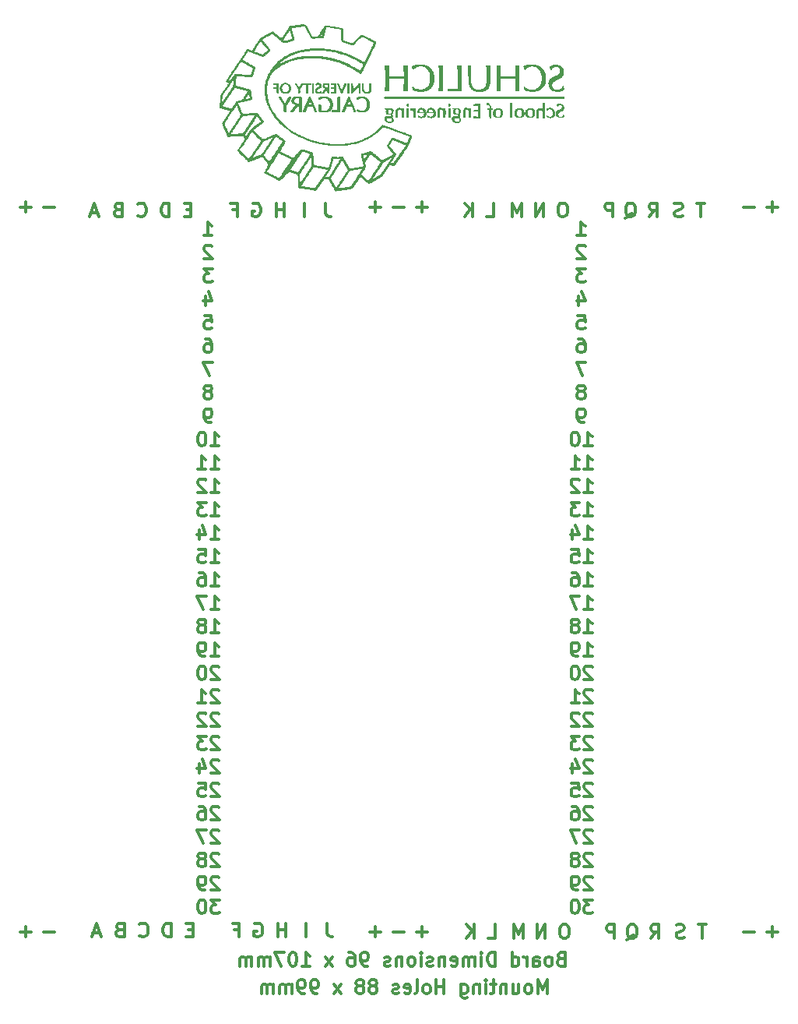
<source format=gbo>
G04 #@! TF.GenerationSoftware,KiCad,Pcbnew,8.0.2*
G04 #@! TF.CreationDate,2024-08-26T09:48:12-06:00*
G04 #@! TF.ProjectId,Perfboard_1_Horizontal,50657266-626f-4617-9264-5f315f486f72,rev?*
G04 #@! TF.SameCoordinates,Original*
G04 #@! TF.FileFunction,Legend,Bot*
G04 #@! TF.FilePolarity,Positive*
%FSLAX46Y46*%
G04 Gerber Fmt 4.6, Leading zero omitted, Abs format (unit mm)*
G04 Created by KiCad (PCBNEW 8.0.2) date 2024-08-26 09:48:12*
%MOMM*%
%LPD*%
G01*
G04 APERTURE LIST*
%ADD10C,0.300000*%
%ADD11C,0.000000*%
%ADD12C,1.803200*%
%ADD13C,2.600000*%
%ADD14C,3.800000*%
G04 APERTURE END LIST*
D10*
X169336917Y-115585685D02*
X169265489Y-115514257D01*
X169265489Y-115514257D02*
X169122632Y-115442828D01*
X169122632Y-115442828D02*
X168765489Y-115442828D01*
X168765489Y-115442828D02*
X168622632Y-115514257D01*
X168622632Y-115514257D02*
X168551203Y-115585685D01*
X168551203Y-115585685D02*
X168479774Y-115728542D01*
X168479774Y-115728542D02*
X168479774Y-115871400D01*
X168479774Y-115871400D02*
X168551203Y-116085685D01*
X168551203Y-116085685D02*
X169408346Y-116942828D01*
X169408346Y-116942828D02*
X168479774Y-116942828D01*
X167194061Y-115442828D02*
X167479775Y-115442828D01*
X167479775Y-115442828D02*
X167622632Y-115514257D01*
X167622632Y-115514257D02*
X167694061Y-115585685D01*
X167694061Y-115585685D02*
X167836918Y-115799971D01*
X167836918Y-115799971D02*
X167908346Y-116085685D01*
X167908346Y-116085685D02*
X167908346Y-116657114D01*
X167908346Y-116657114D02*
X167836918Y-116799971D01*
X167836918Y-116799971D02*
X167765489Y-116871400D01*
X167765489Y-116871400D02*
X167622632Y-116942828D01*
X167622632Y-116942828D02*
X167336918Y-116942828D01*
X167336918Y-116942828D02*
X167194061Y-116871400D01*
X167194061Y-116871400D02*
X167122632Y-116799971D01*
X167122632Y-116799971D02*
X167051203Y-116657114D01*
X167051203Y-116657114D02*
X167051203Y-116299971D01*
X167051203Y-116299971D02*
X167122632Y-116157114D01*
X167122632Y-116157114D02*
X167194061Y-116085685D01*
X167194061Y-116085685D02*
X167336918Y-116014257D01*
X167336918Y-116014257D02*
X167622632Y-116014257D01*
X167622632Y-116014257D02*
X167765489Y-116085685D01*
X167765489Y-116085685D02*
X167836918Y-116157114D01*
X167836918Y-116157114D02*
X167908346Y-116299971D01*
X127899774Y-89002828D02*
X128756917Y-89002828D01*
X128328346Y-89002828D02*
X128328346Y-87502828D01*
X128328346Y-87502828D02*
X128471203Y-87717114D01*
X128471203Y-87717114D02*
X128614060Y-87859971D01*
X128614060Y-87859971D02*
X128756917Y-87931400D01*
X126542632Y-87502828D02*
X127256918Y-87502828D01*
X127256918Y-87502828D02*
X127328346Y-88217114D01*
X127328346Y-88217114D02*
X127256918Y-88145685D01*
X127256918Y-88145685D02*
X127114061Y-88074257D01*
X127114061Y-88074257D02*
X126756918Y-88074257D01*
X126756918Y-88074257D02*
X126614061Y-88145685D01*
X126614061Y-88145685D02*
X126542632Y-88217114D01*
X126542632Y-88217114D02*
X126471203Y-88359971D01*
X126471203Y-88359971D02*
X126471203Y-88717114D01*
X126471203Y-88717114D02*
X126542632Y-88859971D01*
X126542632Y-88859971D02*
X126614061Y-88931400D01*
X126614061Y-88931400D02*
X126756918Y-89002828D01*
X126756918Y-89002828D02*
X127114061Y-89002828D01*
X127114061Y-89002828D02*
X127256918Y-88931400D01*
X127256918Y-88931400D02*
X127328346Y-88859971D01*
X125730226Y-50625114D02*
X125230226Y-50625114D01*
X125015940Y-51410828D02*
X125730226Y-51410828D01*
X125730226Y-51410828D02*
X125730226Y-49910828D01*
X125730226Y-49910828D02*
X125015940Y-49910828D01*
X169336917Y-123205685D02*
X169265489Y-123134257D01*
X169265489Y-123134257D02*
X169122632Y-123062828D01*
X169122632Y-123062828D02*
X168765489Y-123062828D01*
X168765489Y-123062828D02*
X168622632Y-123134257D01*
X168622632Y-123134257D02*
X168551203Y-123205685D01*
X168551203Y-123205685D02*
X168479774Y-123348542D01*
X168479774Y-123348542D02*
X168479774Y-123491400D01*
X168479774Y-123491400D02*
X168551203Y-123705685D01*
X168551203Y-123705685D02*
X169408346Y-124562828D01*
X169408346Y-124562828D02*
X168479774Y-124562828D01*
X167765489Y-124562828D02*
X167479775Y-124562828D01*
X167479775Y-124562828D02*
X167336918Y-124491400D01*
X167336918Y-124491400D02*
X167265489Y-124419971D01*
X167265489Y-124419971D02*
X167122632Y-124205685D01*
X167122632Y-124205685D02*
X167051203Y-123919971D01*
X167051203Y-123919971D02*
X167051203Y-123348542D01*
X167051203Y-123348542D02*
X167122632Y-123205685D01*
X167122632Y-123205685D02*
X167194061Y-123134257D01*
X167194061Y-123134257D02*
X167336918Y-123062828D01*
X167336918Y-123062828D02*
X167622632Y-123062828D01*
X167622632Y-123062828D02*
X167765489Y-123134257D01*
X167765489Y-123134257D02*
X167836918Y-123205685D01*
X167836918Y-123205685D02*
X167908346Y-123348542D01*
X167908346Y-123348542D02*
X167908346Y-123705685D01*
X167908346Y-123705685D02*
X167836918Y-123848542D01*
X167836918Y-123848542D02*
X167765489Y-123919971D01*
X167765489Y-123919971D02*
X167622632Y-123991400D01*
X167622632Y-123991400D02*
X167336918Y-123991400D01*
X167336918Y-123991400D02*
X167194061Y-123919971D01*
X167194061Y-123919971D02*
X167122632Y-123848542D01*
X167122632Y-123848542D02*
X167051203Y-123705685D01*
X175726226Y-129800828D02*
X176226226Y-129086542D01*
X176583369Y-129800828D02*
X176583369Y-128300828D01*
X176583369Y-128300828D02*
X176011940Y-128300828D01*
X176011940Y-128300828D02*
X175869083Y-128372257D01*
X175869083Y-128372257D02*
X175797654Y-128443685D01*
X175797654Y-128443685D02*
X175726226Y-128586542D01*
X175726226Y-128586542D02*
X175726226Y-128800828D01*
X175726226Y-128800828D02*
X175797654Y-128943685D01*
X175797654Y-128943685D02*
X175869083Y-129015114D01*
X175869083Y-129015114D02*
X176011940Y-129086542D01*
X176011940Y-129086542D02*
X176583369Y-129086542D01*
X128756917Y-105425685D02*
X128685489Y-105354257D01*
X128685489Y-105354257D02*
X128542632Y-105282828D01*
X128542632Y-105282828D02*
X128185489Y-105282828D01*
X128185489Y-105282828D02*
X128042632Y-105354257D01*
X128042632Y-105354257D02*
X127971203Y-105425685D01*
X127971203Y-105425685D02*
X127899774Y-105568542D01*
X127899774Y-105568542D02*
X127899774Y-105711400D01*
X127899774Y-105711400D02*
X127971203Y-105925685D01*
X127971203Y-105925685D02*
X128828346Y-106782828D01*
X128828346Y-106782828D02*
X127899774Y-106782828D01*
X127328346Y-105425685D02*
X127256918Y-105354257D01*
X127256918Y-105354257D02*
X127114061Y-105282828D01*
X127114061Y-105282828D02*
X126756918Y-105282828D01*
X126756918Y-105282828D02*
X126614061Y-105354257D01*
X126614061Y-105354257D02*
X126542632Y-105425685D01*
X126542632Y-105425685D02*
X126471203Y-105568542D01*
X126471203Y-105568542D02*
X126471203Y-105711400D01*
X126471203Y-105711400D02*
X126542632Y-105925685D01*
X126542632Y-105925685D02*
X127399775Y-106782828D01*
X127399775Y-106782828D02*
X126471203Y-106782828D01*
X110846631Y-50331400D02*
X109703774Y-50331400D01*
X168479774Y-78842828D02*
X169336917Y-78842828D01*
X168908346Y-78842828D02*
X168908346Y-77342828D01*
X168908346Y-77342828D02*
X169051203Y-77557114D01*
X169051203Y-77557114D02*
X169194060Y-77699971D01*
X169194060Y-77699971D02*
X169336917Y-77771400D01*
X167051203Y-78842828D02*
X167908346Y-78842828D01*
X167479775Y-78842828D02*
X167479775Y-77342828D01*
X167479775Y-77342828D02*
X167622632Y-77557114D01*
X167622632Y-77557114D02*
X167765489Y-77699971D01*
X167765489Y-77699971D02*
X167908346Y-77771400D01*
X127899774Y-94082828D02*
X128756917Y-94082828D01*
X128328346Y-94082828D02*
X128328346Y-92582828D01*
X128328346Y-92582828D02*
X128471203Y-92797114D01*
X128471203Y-92797114D02*
X128614060Y-92939971D01*
X128614060Y-92939971D02*
X128756917Y-93011400D01*
X127399775Y-92582828D02*
X126399775Y-92582828D01*
X126399775Y-92582828D02*
X127042632Y-94082828D01*
X132659654Y-128214257D02*
X132802512Y-128142828D01*
X132802512Y-128142828D02*
X133016797Y-128142828D01*
X133016797Y-128142828D02*
X133231083Y-128214257D01*
X133231083Y-128214257D02*
X133373940Y-128357114D01*
X133373940Y-128357114D02*
X133445369Y-128499971D01*
X133445369Y-128499971D02*
X133516797Y-128785685D01*
X133516797Y-128785685D02*
X133516797Y-128999971D01*
X133516797Y-128999971D02*
X133445369Y-129285685D01*
X133445369Y-129285685D02*
X133373940Y-129428542D01*
X133373940Y-129428542D02*
X133231083Y-129571400D01*
X133231083Y-129571400D02*
X133016797Y-129642828D01*
X133016797Y-129642828D02*
X132873940Y-129642828D01*
X132873940Y-129642828D02*
X132659654Y-129571400D01*
X132659654Y-129571400D02*
X132588226Y-129499971D01*
X132588226Y-129499971D02*
X132588226Y-128999971D01*
X132588226Y-128999971D02*
X132873940Y-128999971D01*
X127899774Y-76302828D02*
X128756917Y-76302828D01*
X128328346Y-76302828D02*
X128328346Y-74802828D01*
X128328346Y-74802828D02*
X128471203Y-75017114D01*
X128471203Y-75017114D02*
X128614060Y-75159971D01*
X128614060Y-75159971D02*
X128756917Y-75231400D01*
X126971203Y-74802828D02*
X126828346Y-74802828D01*
X126828346Y-74802828D02*
X126685489Y-74874257D01*
X126685489Y-74874257D02*
X126614061Y-74945685D01*
X126614061Y-74945685D02*
X126542632Y-75088542D01*
X126542632Y-75088542D02*
X126471203Y-75374257D01*
X126471203Y-75374257D02*
X126471203Y-75731400D01*
X126471203Y-75731400D02*
X126542632Y-76017114D01*
X126542632Y-76017114D02*
X126614061Y-76159971D01*
X126614061Y-76159971D02*
X126685489Y-76231400D01*
X126685489Y-76231400D02*
X126828346Y-76302828D01*
X126828346Y-76302828D02*
X126971203Y-76302828D01*
X126971203Y-76302828D02*
X127114061Y-76231400D01*
X127114061Y-76231400D02*
X127185489Y-76159971D01*
X127185489Y-76159971D02*
X127256918Y-76017114D01*
X127256918Y-76017114D02*
X127328346Y-75731400D01*
X127328346Y-75731400D02*
X127328346Y-75374257D01*
X127328346Y-75374257D02*
X127256918Y-75088542D01*
X127256918Y-75088542D02*
X127185489Y-74945685D01*
X127185489Y-74945685D02*
X127114061Y-74874257D01*
X127114061Y-74874257D02*
X126971203Y-74802828D01*
X168479774Y-86462828D02*
X169336917Y-86462828D01*
X168908346Y-86462828D02*
X168908346Y-84962828D01*
X168908346Y-84962828D02*
X169051203Y-85177114D01*
X169051203Y-85177114D02*
X169194060Y-85319971D01*
X169194060Y-85319971D02*
X169336917Y-85391400D01*
X167194061Y-85462828D02*
X167194061Y-86462828D01*
X167551203Y-84891400D02*
X167908346Y-85962828D01*
X167908346Y-85962828D02*
X166979775Y-85962828D01*
X151426631Y-50331400D02*
X150283774Y-50331400D01*
X150855202Y-50902828D02*
X150855202Y-49759971D01*
X128756917Y-107965685D02*
X128685489Y-107894257D01*
X128685489Y-107894257D02*
X128542632Y-107822828D01*
X128542632Y-107822828D02*
X128185489Y-107822828D01*
X128185489Y-107822828D02*
X128042632Y-107894257D01*
X128042632Y-107894257D02*
X127971203Y-107965685D01*
X127971203Y-107965685D02*
X127899774Y-108108542D01*
X127899774Y-108108542D02*
X127899774Y-108251400D01*
X127899774Y-108251400D02*
X127971203Y-108465685D01*
X127971203Y-108465685D02*
X128828346Y-109322828D01*
X128828346Y-109322828D02*
X127899774Y-109322828D01*
X127399775Y-107822828D02*
X126471203Y-107822828D01*
X126471203Y-107822828D02*
X126971203Y-108394257D01*
X126971203Y-108394257D02*
X126756918Y-108394257D01*
X126756918Y-108394257D02*
X126614061Y-108465685D01*
X126614061Y-108465685D02*
X126542632Y-108537114D01*
X126542632Y-108537114D02*
X126471203Y-108679971D01*
X126471203Y-108679971D02*
X126471203Y-109037114D01*
X126471203Y-109037114D02*
X126542632Y-109179971D01*
X126542632Y-109179971D02*
X126614061Y-109251400D01*
X126614061Y-109251400D02*
X126756918Y-109322828D01*
X126756918Y-109322828D02*
X127185489Y-109322828D01*
X127185489Y-109322828D02*
X127328346Y-109251400D01*
X127328346Y-109251400D02*
X127399775Y-109179971D01*
X165945489Y-132015114D02*
X165731203Y-132086542D01*
X165731203Y-132086542D02*
X165659774Y-132157971D01*
X165659774Y-132157971D02*
X165588346Y-132300828D01*
X165588346Y-132300828D02*
X165588346Y-132515114D01*
X165588346Y-132515114D02*
X165659774Y-132657971D01*
X165659774Y-132657971D02*
X165731203Y-132729400D01*
X165731203Y-132729400D02*
X165874060Y-132800828D01*
X165874060Y-132800828D02*
X166445489Y-132800828D01*
X166445489Y-132800828D02*
X166445489Y-131300828D01*
X166445489Y-131300828D02*
X165945489Y-131300828D01*
X165945489Y-131300828D02*
X165802632Y-131372257D01*
X165802632Y-131372257D02*
X165731203Y-131443685D01*
X165731203Y-131443685D02*
X165659774Y-131586542D01*
X165659774Y-131586542D02*
X165659774Y-131729400D01*
X165659774Y-131729400D02*
X165731203Y-131872257D01*
X165731203Y-131872257D02*
X165802632Y-131943685D01*
X165802632Y-131943685D02*
X165945489Y-132015114D01*
X165945489Y-132015114D02*
X166445489Y-132015114D01*
X164731203Y-132800828D02*
X164874060Y-132729400D01*
X164874060Y-132729400D02*
X164945489Y-132657971D01*
X164945489Y-132657971D02*
X165016917Y-132515114D01*
X165016917Y-132515114D02*
X165016917Y-132086542D01*
X165016917Y-132086542D02*
X164945489Y-131943685D01*
X164945489Y-131943685D02*
X164874060Y-131872257D01*
X164874060Y-131872257D02*
X164731203Y-131800828D01*
X164731203Y-131800828D02*
X164516917Y-131800828D01*
X164516917Y-131800828D02*
X164374060Y-131872257D01*
X164374060Y-131872257D02*
X164302632Y-131943685D01*
X164302632Y-131943685D02*
X164231203Y-132086542D01*
X164231203Y-132086542D02*
X164231203Y-132515114D01*
X164231203Y-132515114D02*
X164302632Y-132657971D01*
X164302632Y-132657971D02*
X164374060Y-132729400D01*
X164374060Y-132729400D02*
X164516917Y-132800828D01*
X164516917Y-132800828D02*
X164731203Y-132800828D01*
X162945489Y-132800828D02*
X162945489Y-132015114D01*
X162945489Y-132015114D02*
X163016917Y-131872257D01*
X163016917Y-131872257D02*
X163159774Y-131800828D01*
X163159774Y-131800828D02*
X163445489Y-131800828D01*
X163445489Y-131800828D02*
X163588346Y-131872257D01*
X162945489Y-132729400D02*
X163088346Y-132800828D01*
X163088346Y-132800828D02*
X163445489Y-132800828D01*
X163445489Y-132800828D02*
X163588346Y-132729400D01*
X163588346Y-132729400D02*
X163659774Y-132586542D01*
X163659774Y-132586542D02*
X163659774Y-132443685D01*
X163659774Y-132443685D02*
X163588346Y-132300828D01*
X163588346Y-132300828D02*
X163445489Y-132229400D01*
X163445489Y-132229400D02*
X163088346Y-132229400D01*
X163088346Y-132229400D02*
X162945489Y-132157971D01*
X162231203Y-132800828D02*
X162231203Y-131800828D01*
X162231203Y-132086542D02*
X162159774Y-131943685D01*
X162159774Y-131943685D02*
X162088346Y-131872257D01*
X162088346Y-131872257D02*
X161945488Y-131800828D01*
X161945488Y-131800828D02*
X161802631Y-131800828D01*
X160659775Y-132800828D02*
X160659775Y-131300828D01*
X160659775Y-132729400D02*
X160802632Y-132800828D01*
X160802632Y-132800828D02*
X161088346Y-132800828D01*
X161088346Y-132800828D02*
X161231203Y-132729400D01*
X161231203Y-132729400D02*
X161302632Y-132657971D01*
X161302632Y-132657971D02*
X161374060Y-132515114D01*
X161374060Y-132515114D02*
X161374060Y-132086542D01*
X161374060Y-132086542D02*
X161302632Y-131943685D01*
X161302632Y-131943685D02*
X161231203Y-131872257D01*
X161231203Y-131872257D02*
X161088346Y-131800828D01*
X161088346Y-131800828D02*
X160802632Y-131800828D01*
X160802632Y-131800828D02*
X160659775Y-131872257D01*
X158802632Y-132800828D02*
X158802632Y-131300828D01*
X158802632Y-131300828D02*
X158445489Y-131300828D01*
X158445489Y-131300828D02*
X158231203Y-131372257D01*
X158231203Y-131372257D02*
X158088346Y-131515114D01*
X158088346Y-131515114D02*
X158016917Y-131657971D01*
X158016917Y-131657971D02*
X157945489Y-131943685D01*
X157945489Y-131943685D02*
X157945489Y-132157971D01*
X157945489Y-132157971D02*
X158016917Y-132443685D01*
X158016917Y-132443685D02*
X158088346Y-132586542D01*
X158088346Y-132586542D02*
X158231203Y-132729400D01*
X158231203Y-132729400D02*
X158445489Y-132800828D01*
X158445489Y-132800828D02*
X158802632Y-132800828D01*
X157302632Y-132800828D02*
X157302632Y-131800828D01*
X157302632Y-131300828D02*
X157374060Y-131372257D01*
X157374060Y-131372257D02*
X157302632Y-131443685D01*
X157302632Y-131443685D02*
X157231203Y-131372257D01*
X157231203Y-131372257D02*
X157302632Y-131300828D01*
X157302632Y-131300828D02*
X157302632Y-131443685D01*
X156588346Y-132800828D02*
X156588346Y-131800828D01*
X156588346Y-131943685D02*
X156516917Y-131872257D01*
X156516917Y-131872257D02*
X156374060Y-131800828D01*
X156374060Y-131800828D02*
X156159774Y-131800828D01*
X156159774Y-131800828D02*
X156016917Y-131872257D01*
X156016917Y-131872257D02*
X155945489Y-132015114D01*
X155945489Y-132015114D02*
X155945489Y-132800828D01*
X155945489Y-132015114D02*
X155874060Y-131872257D01*
X155874060Y-131872257D02*
X155731203Y-131800828D01*
X155731203Y-131800828D02*
X155516917Y-131800828D01*
X155516917Y-131800828D02*
X155374060Y-131872257D01*
X155374060Y-131872257D02*
X155302631Y-132015114D01*
X155302631Y-132015114D02*
X155302631Y-132800828D01*
X154016917Y-132729400D02*
X154159774Y-132800828D01*
X154159774Y-132800828D02*
X154445489Y-132800828D01*
X154445489Y-132800828D02*
X154588346Y-132729400D01*
X154588346Y-132729400D02*
X154659774Y-132586542D01*
X154659774Y-132586542D02*
X154659774Y-132015114D01*
X154659774Y-132015114D02*
X154588346Y-131872257D01*
X154588346Y-131872257D02*
X154445489Y-131800828D01*
X154445489Y-131800828D02*
X154159774Y-131800828D01*
X154159774Y-131800828D02*
X154016917Y-131872257D01*
X154016917Y-131872257D02*
X153945489Y-132015114D01*
X153945489Y-132015114D02*
X153945489Y-132157971D01*
X153945489Y-132157971D02*
X154659774Y-132300828D01*
X153302632Y-131800828D02*
X153302632Y-132800828D01*
X153302632Y-131943685D02*
X153231203Y-131872257D01*
X153231203Y-131872257D02*
X153088346Y-131800828D01*
X153088346Y-131800828D02*
X152874060Y-131800828D01*
X152874060Y-131800828D02*
X152731203Y-131872257D01*
X152731203Y-131872257D02*
X152659775Y-132015114D01*
X152659775Y-132015114D02*
X152659775Y-132800828D01*
X152016917Y-132729400D02*
X151874060Y-132800828D01*
X151874060Y-132800828D02*
X151588346Y-132800828D01*
X151588346Y-132800828D02*
X151445489Y-132729400D01*
X151445489Y-132729400D02*
X151374060Y-132586542D01*
X151374060Y-132586542D02*
X151374060Y-132515114D01*
X151374060Y-132515114D02*
X151445489Y-132372257D01*
X151445489Y-132372257D02*
X151588346Y-132300828D01*
X151588346Y-132300828D02*
X151802632Y-132300828D01*
X151802632Y-132300828D02*
X151945489Y-132229400D01*
X151945489Y-132229400D02*
X152016917Y-132086542D01*
X152016917Y-132086542D02*
X152016917Y-132015114D01*
X152016917Y-132015114D02*
X151945489Y-131872257D01*
X151945489Y-131872257D02*
X151802632Y-131800828D01*
X151802632Y-131800828D02*
X151588346Y-131800828D01*
X151588346Y-131800828D02*
X151445489Y-131872257D01*
X150731203Y-132800828D02*
X150731203Y-131800828D01*
X150731203Y-131300828D02*
X150802631Y-131372257D01*
X150802631Y-131372257D02*
X150731203Y-131443685D01*
X150731203Y-131443685D02*
X150659774Y-131372257D01*
X150659774Y-131372257D02*
X150731203Y-131300828D01*
X150731203Y-131300828D02*
X150731203Y-131443685D01*
X149802631Y-132800828D02*
X149945488Y-132729400D01*
X149945488Y-132729400D02*
X150016917Y-132657971D01*
X150016917Y-132657971D02*
X150088345Y-132515114D01*
X150088345Y-132515114D02*
X150088345Y-132086542D01*
X150088345Y-132086542D02*
X150016917Y-131943685D01*
X150016917Y-131943685D02*
X149945488Y-131872257D01*
X149945488Y-131872257D02*
X149802631Y-131800828D01*
X149802631Y-131800828D02*
X149588345Y-131800828D01*
X149588345Y-131800828D02*
X149445488Y-131872257D01*
X149445488Y-131872257D02*
X149374060Y-131943685D01*
X149374060Y-131943685D02*
X149302631Y-132086542D01*
X149302631Y-132086542D02*
X149302631Y-132515114D01*
X149302631Y-132515114D02*
X149374060Y-132657971D01*
X149374060Y-132657971D02*
X149445488Y-132729400D01*
X149445488Y-132729400D02*
X149588345Y-132800828D01*
X149588345Y-132800828D02*
X149802631Y-132800828D01*
X148659774Y-131800828D02*
X148659774Y-132800828D01*
X148659774Y-131943685D02*
X148588345Y-131872257D01*
X148588345Y-131872257D02*
X148445488Y-131800828D01*
X148445488Y-131800828D02*
X148231202Y-131800828D01*
X148231202Y-131800828D02*
X148088345Y-131872257D01*
X148088345Y-131872257D02*
X148016917Y-132015114D01*
X148016917Y-132015114D02*
X148016917Y-132800828D01*
X147374059Y-132729400D02*
X147231202Y-132800828D01*
X147231202Y-132800828D02*
X146945488Y-132800828D01*
X146945488Y-132800828D02*
X146802631Y-132729400D01*
X146802631Y-132729400D02*
X146731202Y-132586542D01*
X146731202Y-132586542D02*
X146731202Y-132515114D01*
X146731202Y-132515114D02*
X146802631Y-132372257D01*
X146802631Y-132372257D02*
X146945488Y-132300828D01*
X146945488Y-132300828D02*
X147159774Y-132300828D01*
X147159774Y-132300828D02*
X147302631Y-132229400D01*
X147302631Y-132229400D02*
X147374059Y-132086542D01*
X147374059Y-132086542D02*
X147374059Y-132015114D01*
X147374059Y-132015114D02*
X147302631Y-131872257D01*
X147302631Y-131872257D02*
X147159774Y-131800828D01*
X147159774Y-131800828D02*
X146945488Y-131800828D01*
X146945488Y-131800828D02*
X146802631Y-131872257D01*
X144874059Y-132800828D02*
X144588345Y-132800828D01*
X144588345Y-132800828D02*
X144445488Y-132729400D01*
X144445488Y-132729400D02*
X144374059Y-132657971D01*
X144374059Y-132657971D02*
X144231202Y-132443685D01*
X144231202Y-132443685D02*
X144159773Y-132157971D01*
X144159773Y-132157971D02*
X144159773Y-131586542D01*
X144159773Y-131586542D02*
X144231202Y-131443685D01*
X144231202Y-131443685D02*
X144302631Y-131372257D01*
X144302631Y-131372257D02*
X144445488Y-131300828D01*
X144445488Y-131300828D02*
X144731202Y-131300828D01*
X144731202Y-131300828D02*
X144874059Y-131372257D01*
X144874059Y-131372257D02*
X144945488Y-131443685D01*
X144945488Y-131443685D02*
X145016916Y-131586542D01*
X145016916Y-131586542D02*
X145016916Y-131943685D01*
X145016916Y-131943685D02*
X144945488Y-132086542D01*
X144945488Y-132086542D02*
X144874059Y-132157971D01*
X144874059Y-132157971D02*
X144731202Y-132229400D01*
X144731202Y-132229400D02*
X144445488Y-132229400D01*
X144445488Y-132229400D02*
X144302631Y-132157971D01*
X144302631Y-132157971D02*
X144231202Y-132086542D01*
X144231202Y-132086542D02*
X144159773Y-131943685D01*
X142874060Y-131300828D02*
X143159774Y-131300828D01*
X143159774Y-131300828D02*
X143302631Y-131372257D01*
X143302631Y-131372257D02*
X143374060Y-131443685D01*
X143374060Y-131443685D02*
X143516917Y-131657971D01*
X143516917Y-131657971D02*
X143588345Y-131943685D01*
X143588345Y-131943685D02*
X143588345Y-132515114D01*
X143588345Y-132515114D02*
X143516917Y-132657971D01*
X143516917Y-132657971D02*
X143445488Y-132729400D01*
X143445488Y-132729400D02*
X143302631Y-132800828D01*
X143302631Y-132800828D02*
X143016917Y-132800828D01*
X143016917Y-132800828D02*
X142874060Y-132729400D01*
X142874060Y-132729400D02*
X142802631Y-132657971D01*
X142802631Y-132657971D02*
X142731202Y-132515114D01*
X142731202Y-132515114D02*
X142731202Y-132157971D01*
X142731202Y-132157971D02*
X142802631Y-132015114D01*
X142802631Y-132015114D02*
X142874060Y-131943685D01*
X142874060Y-131943685D02*
X143016917Y-131872257D01*
X143016917Y-131872257D02*
X143302631Y-131872257D01*
X143302631Y-131872257D02*
X143445488Y-131943685D01*
X143445488Y-131943685D02*
X143516917Y-132015114D01*
X143516917Y-132015114D02*
X143588345Y-132157971D01*
X141088346Y-132800828D02*
X140302632Y-131800828D01*
X141088346Y-131800828D02*
X140302632Y-132800828D01*
X137802631Y-132800828D02*
X138659774Y-132800828D01*
X138231203Y-132800828D02*
X138231203Y-131300828D01*
X138231203Y-131300828D02*
X138374060Y-131515114D01*
X138374060Y-131515114D02*
X138516917Y-131657971D01*
X138516917Y-131657971D02*
X138659774Y-131729400D01*
X136874060Y-131300828D02*
X136731203Y-131300828D01*
X136731203Y-131300828D02*
X136588346Y-131372257D01*
X136588346Y-131372257D02*
X136516918Y-131443685D01*
X136516918Y-131443685D02*
X136445489Y-131586542D01*
X136445489Y-131586542D02*
X136374060Y-131872257D01*
X136374060Y-131872257D02*
X136374060Y-132229400D01*
X136374060Y-132229400D02*
X136445489Y-132515114D01*
X136445489Y-132515114D02*
X136516918Y-132657971D01*
X136516918Y-132657971D02*
X136588346Y-132729400D01*
X136588346Y-132729400D02*
X136731203Y-132800828D01*
X136731203Y-132800828D02*
X136874060Y-132800828D01*
X136874060Y-132800828D02*
X137016918Y-132729400D01*
X137016918Y-132729400D02*
X137088346Y-132657971D01*
X137088346Y-132657971D02*
X137159775Y-132515114D01*
X137159775Y-132515114D02*
X137231203Y-132229400D01*
X137231203Y-132229400D02*
X137231203Y-131872257D01*
X137231203Y-131872257D02*
X137159775Y-131586542D01*
X137159775Y-131586542D02*
X137088346Y-131443685D01*
X137088346Y-131443685D02*
X137016918Y-131372257D01*
X137016918Y-131372257D02*
X136874060Y-131300828D01*
X135874061Y-131300828D02*
X134874061Y-131300828D01*
X134874061Y-131300828D02*
X135516918Y-132800828D01*
X134302633Y-132800828D02*
X134302633Y-131800828D01*
X134302633Y-131943685D02*
X134231204Y-131872257D01*
X134231204Y-131872257D02*
X134088347Y-131800828D01*
X134088347Y-131800828D02*
X133874061Y-131800828D01*
X133874061Y-131800828D02*
X133731204Y-131872257D01*
X133731204Y-131872257D02*
X133659776Y-132015114D01*
X133659776Y-132015114D02*
X133659776Y-132800828D01*
X133659776Y-132015114D02*
X133588347Y-131872257D01*
X133588347Y-131872257D02*
X133445490Y-131800828D01*
X133445490Y-131800828D02*
X133231204Y-131800828D01*
X133231204Y-131800828D02*
X133088347Y-131872257D01*
X133088347Y-131872257D02*
X133016918Y-132015114D01*
X133016918Y-132015114D02*
X133016918Y-132800828D01*
X132302633Y-132800828D02*
X132302633Y-131800828D01*
X132302633Y-131943685D02*
X132231204Y-131872257D01*
X132231204Y-131872257D02*
X132088347Y-131800828D01*
X132088347Y-131800828D02*
X131874061Y-131800828D01*
X131874061Y-131800828D02*
X131731204Y-131872257D01*
X131731204Y-131872257D02*
X131659776Y-132015114D01*
X131659776Y-132015114D02*
X131659776Y-132800828D01*
X131659776Y-132015114D02*
X131588347Y-131872257D01*
X131588347Y-131872257D02*
X131445490Y-131800828D01*
X131445490Y-131800828D02*
X131231204Y-131800828D01*
X131231204Y-131800828D02*
X131088347Y-131872257D01*
X131088347Y-131872257D02*
X131016918Y-132015114D01*
X131016918Y-132015114D02*
X131016918Y-132800828D01*
X127994917Y-54625685D02*
X127923489Y-54554257D01*
X127923489Y-54554257D02*
X127780632Y-54482828D01*
X127780632Y-54482828D02*
X127423489Y-54482828D01*
X127423489Y-54482828D02*
X127280632Y-54554257D01*
X127280632Y-54554257D02*
X127209203Y-54625685D01*
X127209203Y-54625685D02*
X127137774Y-54768542D01*
X127137774Y-54768542D02*
X127137774Y-54911400D01*
X127137774Y-54911400D02*
X127209203Y-55125685D01*
X127209203Y-55125685D02*
X128066346Y-55982828D01*
X128066346Y-55982828D02*
X127137774Y-55982828D01*
X173114798Y-129943685D02*
X173257655Y-129872257D01*
X173257655Y-129872257D02*
X173400512Y-129729400D01*
X173400512Y-129729400D02*
X173614798Y-129515114D01*
X173614798Y-129515114D02*
X173757655Y-129443685D01*
X173757655Y-129443685D02*
X173900512Y-129443685D01*
X173829083Y-129800828D02*
X173971941Y-129729400D01*
X173971941Y-129729400D02*
X174114798Y-129586542D01*
X174114798Y-129586542D02*
X174186226Y-129300828D01*
X174186226Y-129300828D02*
X174186226Y-128800828D01*
X174186226Y-128800828D02*
X174114798Y-128515114D01*
X174114798Y-128515114D02*
X173971941Y-128372257D01*
X173971941Y-128372257D02*
X173829083Y-128300828D01*
X173829083Y-128300828D02*
X173543369Y-128300828D01*
X173543369Y-128300828D02*
X173400512Y-128372257D01*
X173400512Y-128372257D02*
X173257655Y-128515114D01*
X173257655Y-128515114D02*
X173186226Y-128800828D01*
X173186226Y-128800828D02*
X173186226Y-129300828D01*
X173186226Y-129300828D02*
X173257655Y-129586542D01*
X173257655Y-129586542D02*
X173400512Y-129729400D01*
X173400512Y-129729400D02*
X173543369Y-129800828D01*
X173543369Y-129800828D02*
X173829083Y-129800828D01*
X175548226Y-51410828D02*
X176048226Y-50696542D01*
X176405369Y-51410828D02*
X176405369Y-49910828D01*
X176405369Y-49910828D02*
X175833940Y-49910828D01*
X175833940Y-49910828D02*
X175691083Y-49982257D01*
X175691083Y-49982257D02*
X175619654Y-50053685D01*
X175619654Y-50053685D02*
X175548226Y-50196542D01*
X175548226Y-50196542D02*
X175548226Y-50410828D01*
X175548226Y-50410828D02*
X175619654Y-50553685D01*
X175619654Y-50553685D02*
X175691083Y-50625114D01*
X175691083Y-50625114D02*
X175833940Y-50696542D01*
X175833940Y-50696542D02*
X176405369Y-50696542D01*
X166463083Y-128300828D02*
X166177369Y-128300828D01*
X166177369Y-128300828D02*
X166034512Y-128372257D01*
X166034512Y-128372257D02*
X165891655Y-128515114D01*
X165891655Y-128515114D02*
X165820226Y-128800828D01*
X165820226Y-128800828D02*
X165820226Y-129300828D01*
X165820226Y-129300828D02*
X165891655Y-129586542D01*
X165891655Y-129586542D02*
X166034512Y-129729400D01*
X166034512Y-129729400D02*
X166177369Y-129800828D01*
X166177369Y-129800828D02*
X166463083Y-129800828D01*
X166463083Y-129800828D02*
X166605941Y-129729400D01*
X166605941Y-129729400D02*
X166748798Y-129586542D01*
X166748798Y-129586542D02*
X166820226Y-129300828D01*
X166820226Y-129300828D02*
X166820226Y-128800828D01*
X166820226Y-128800828D02*
X166748798Y-128515114D01*
X166748798Y-128515114D02*
X166605941Y-128372257D01*
X166605941Y-128372257D02*
X166463083Y-128300828D01*
X128756917Y-113045685D02*
X128685489Y-112974257D01*
X128685489Y-112974257D02*
X128542632Y-112902828D01*
X128542632Y-112902828D02*
X128185489Y-112902828D01*
X128185489Y-112902828D02*
X128042632Y-112974257D01*
X128042632Y-112974257D02*
X127971203Y-113045685D01*
X127971203Y-113045685D02*
X127899774Y-113188542D01*
X127899774Y-113188542D02*
X127899774Y-113331400D01*
X127899774Y-113331400D02*
X127971203Y-113545685D01*
X127971203Y-113545685D02*
X128828346Y-114402828D01*
X128828346Y-114402828D02*
X127899774Y-114402828D01*
X126542632Y-112902828D02*
X127256918Y-112902828D01*
X127256918Y-112902828D02*
X127328346Y-113617114D01*
X127328346Y-113617114D02*
X127256918Y-113545685D01*
X127256918Y-113545685D02*
X127114061Y-113474257D01*
X127114061Y-113474257D02*
X126756918Y-113474257D01*
X126756918Y-113474257D02*
X126614061Y-113545685D01*
X126614061Y-113545685D02*
X126542632Y-113617114D01*
X126542632Y-113617114D02*
X126471203Y-113759971D01*
X126471203Y-113759971D02*
X126471203Y-114117114D01*
X126471203Y-114117114D02*
X126542632Y-114259971D01*
X126542632Y-114259971D02*
X126614061Y-114331400D01*
X126614061Y-114331400D02*
X126756918Y-114402828D01*
X126756918Y-114402828D02*
X127114061Y-114402828D01*
X127114061Y-114402828D02*
X127256918Y-114331400D01*
X127256918Y-114331400D02*
X127328346Y-114259971D01*
X127899774Y-86462828D02*
X128756917Y-86462828D01*
X128328346Y-86462828D02*
X128328346Y-84962828D01*
X128328346Y-84962828D02*
X128471203Y-85177114D01*
X128471203Y-85177114D02*
X128614060Y-85319971D01*
X128614060Y-85319971D02*
X128756917Y-85391400D01*
X126614061Y-85462828D02*
X126614061Y-86462828D01*
X126971203Y-84891400D02*
X127328346Y-85962828D01*
X127328346Y-85962828D02*
X126399775Y-85962828D01*
X161811655Y-129800828D02*
X161811655Y-128300828D01*
X161811655Y-128300828D02*
X161311655Y-129372257D01*
X161311655Y-129372257D02*
X160811655Y-128300828D01*
X160811655Y-128300828D02*
X160811655Y-129800828D01*
X169336917Y-107965685D02*
X169265489Y-107894257D01*
X169265489Y-107894257D02*
X169122632Y-107822828D01*
X169122632Y-107822828D02*
X168765489Y-107822828D01*
X168765489Y-107822828D02*
X168622632Y-107894257D01*
X168622632Y-107894257D02*
X168551203Y-107965685D01*
X168551203Y-107965685D02*
X168479774Y-108108542D01*
X168479774Y-108108542D02*
X168479774Y-108251400D01*
X168479774Y-108251400D02*
X168551203Y-108465685D01*
X168551203Y-108465685D02*
X169408346Y-109322828D01*
X169408346Y-109322828D02*
X168479774Y-109322828D01*
X167979775Y-107822828D02*
X167051203Y-107822828D01*
X167051203Y-107822828D02*
X167551203Y-108394257D01*
X167551203Y-108394257D02*
X167336918Y-108394257D01*
X167336918Y-108394257D02*
X167194061Y-108465685D01*
X167194061Y-108465685D02*
X167122632Y-108537114D01*
X167122632Y-108537114D02*
X167051203Y-108679971D01*
X167051203Y-108679971D02*
X167051203Y-109037114D01*
X167051203Y-109037114D02*
X167122632Y-109179971D01*
X167122632Y-109179971D02*
X167194061Y-109251400D01*
X167194061Y-109251400D02*
X167336918Y-109322828D01*
X167336918Y-109322828D02*
X167765489Y-109322828D01*
X167765489Y-109322828D02*
X167908346Y-109251400D01*
X167908346Y-109251400D02*
X167979775Y-109179971D01*
X169336917Y-110505685D02*
X169265489Y-110434257D01*
X169265489Y-110434257D02*
X169122632Y-110362828D01*
X169122632Y-110362828D02*
X168765489Y-110362828D01*
X168765489Y-110362828D02*
X168622632Y-110434257D01*
X168622632Y-110434257D02*
X168551203Y-110505685D01*
X168551203Y-110505685D02*
X168479774Y-110648542D01*
X168479774Y-110648542D02*
X168479774Y-110791400D01*
X168479774Y-110791400D02*
X168551203Y-111005685D01*
X168551203Y-111005685D02*
X169408346Y-111862828D01*
X169408346Y-111862828D02*
X168479774Y-111862828D01*
X167194061Y-110862828D02*
X167194061Y-111862828D01*
X167551203Y-110291400D02*
X167908346Y-111362828D01*
X167908346Y-111362828D02*
X166979775Y-111362828D01*
X115776511Y-129214257D02*
X115062226Y-129214257D01*
X115919368Y-129642828D02*
X115419368Y-128142828D01*
X115419368Y-128142828D02*
X114919368Y-129642828D01*
X148886631Y-129071400D02*
X147743774Y-129071400D01*
X119935940Y-51267971D02*
X120007368Y-51339400D01*
X120007368Y-51339400D02*
X120221654Y-51410828D01*
X120221654Y-51410828D02*
X120364511Y-51410828D01*
X120364511Y-51410828D02*
X120578797Y-51339400D01*
X120578797Y-51339400D02*
X120721654Y-51196542D01*
X120721654Y-51196542D02*
X120793083Y-51053685D01*
X120793083Y-51053685D02*
X120864511Y-50767971D01*
X120864511Y-50767971D02*
X120864511Y-50553685D01*
X120864511Y-50553685D02*
X120793083Y-50267971D01*
X120793083Y-50267971D02*
X120721654Y-50125114D01*
X120721654Y-50125114D02*
X120578797Y-49982257D01*
X120578797Y-49982257D02*
X120364511Y-49910828D01*
X120364511Y-49910828D02*
X120221654Y-49910828D01*
X120221654Y-49910828D02*
X120007368Y-49982257D01*
X120007368Y-49982257D02*
X119935940Y-50053685D01*
X179161368Y-51339400D02*
X178947083Y-51410828D01*
X178947083Y-51410828D02*
X178589940Y-51410828D01*
X178589940Y-51410828D02*
X178447083Y-51339400D01*
X178447083Y-51339400D02*
X178375654Y-51267971D01*
X178375654Y-51267971D02*
X178304225Y-51125114D01*
X178304225Y-51125114D02*
X178304225Y-50982257D01*
X178304225Y-50982257D02*
X178375654Y-50839400D01*
X178375654Y-50839400D02*
X178447083Y-50767971D01*
X178447083Y-50767971D02*
X178589940Y-50696542D01*
X178589940Y-50696542D02*
X178875654Y-50625114D01*
X178875654Y-50625114D02*
X179018511Y-50553685D01*
X179018511Y-50553685D02*
X179089940Y-50482257D01*
X179089940Y-50482257D02*
X179161368Y-50339400D01*
X179161368Y-50339400D02*
X179161368Y-50196542D01*
X179161368Y-50196542D02*
X179089940Y-50053685D01*
X179089940Y-50053685D02*
X179018511Y-49982257D01*
X179018511Y-49982257D02*
X178875654Y-49910828D01*
X178875654Y-49910828D02*
X178518511Y-49910828D01*
X178518511Y-49910828D02*
X178304225Y-49982257D01*
X127209203Y-62102828D02*
X127923489Y-62102828D01*
X127923489Y-62102828D02*
X127994917Y-62817114D01*
X127994917Y-62817114D02*
X127923489Y-62745685D01*
X127923489Y-62745685D02*
X127780632Y-62674257D01*
X127780632Y-62674257D02*
X127423489Y-62674257D01*
X127423489Y-62674257D02*
X127280632Y-62745685D01*
X127280632Y-62745685D02*
X127209203Y-62817114D01*
X127209203Y-62817114D02*
X127137774Y-62959971D01*
X127137774Y-62959971D02*
X127137774Y-63317114D01*
X127137774Y-63317114D02*
X127209203Y-63459971D01*
X127209203Y-63459971D02*
X127280632Y-63531400D01*
X127280632Y-63531400D02*
X127423489Y-63602828D01*
X127423489Y-63602828D02*
X127780632Y-63602828D01*
X127780632Y-63602828D02*
X127923489Y-63531400D01*
X127923489Y-63531400D02*
X127994917Y-63459971D01*
X168479774Y-76302828D02*
X169336917Y-76302828D01*
X168908346Y-76302828D02*
X168908346Y-74802828D01*
X168908346Y-74802828D02*
X169051203Y-75017114D01*
X169051203Y-75017114D02*
X169194060Y-75159971D01*
X169194060Y-75159971D02*
X169336917Y-75231400D01*
X167551203Y-74802828D02*
X167408346Y-74802828D01*
X167408346Y-74802828D02*
X167265489Y-74874257D01*
X167265489Y-74874257D02*
X167194061Y-74945685D01*
X167194061Y-74945685D02*
X167122632Y-75088542D01*
X167122632Y-75088542D02*
X167051203Y-75374257D01*
X167051203Y-75374257D02*
X167051203Y-75731400D01*
X167051203Y-75731400D02*
X167122632Y-76017114D01*
X167122632Y-76017114D02*
X167194061Y-76159971D01*
X167194061Y-76159971D02*
X167265489Y-76231400D01*
X167265489Y-76231400D02*
X167408346Y-76302828D01*
X167408346Y-76302828D02*
X167551203Y-76302828D01*
X167551203Y-76302828D02*
X167694061Y-76231400D01*
X167694061Y-76231400D02*
X167765489Y-76159971D01*
X167765489Y-76159971D02*
X167836918Y-76017114D01*
X167836918Y-76017114D02*
X167908346Y-75731400D01*
X167908346Y-75731400D02*
X167908346Y-75374257D01*
X167908346Y-75374257D02*
X167836918Y-75088542D01*
X167836918Y-75088542D02*
X167765489Y-74945685D01*
X167765489Y-74945685D02*
X167694061Y-74874257D01*
X167694061Y-74874257D02*
X167551203Y-74802828D01*
X169408346Y-125602828D02*
X168479774Y-125602828D01*
X168479774Y-125602828D02*
X168979774Y-126174257D01*
X168979774Y-126174257D02*
X168765489Y-126174257D01*
X168765489Y-126174257D02*
X168622632Y-126245685D01*
X168622632Y-126245685D02*
X168551203Y-126317114D01*
X168551203Y-126317114D02*
X168479774Y-126459971D01*
X168479774Y-126459971D02*
X168479774Y-126817114D01*
X168479774Y-126817114D02*
X168551203Y-126959971D01*
X168551203Y-126959971D02*
X168622632Y-127031400D01*
X168622632Y-127031400D02*
X168765489Y-127102828D01*
X168765489Y-127102828D02*
X169194060Y-127102828D01*
X169194060Y-127102828D02*
X169336917Y-127031400D01*
X169336917Y-127031400D02*
X169408346Y-126959971D01*
X167551203Y-125602828D02*
X167408346Y-125602828D01*
X167408346Y-125602828D02*
X167265489Y-125674257D01*
X167265489Y-125674257D02*
X167194061Y-125745685D01*
X167194061Y-125745685D02*
X167122632Y-125888542D01*
X167122632Y-125888542D02*
X167051203Y-126174257D01*
X167051203Y-126174257D02*
X167051203Y-126531400D01*
X167051203Y-126531400D02*
X167122632Y-126817114D01*
X167122632Y-126817114D02*
X167194061Y-126959971D01*
X167194061Y-126959971D02*
X167265489Y-127031400D01*
X167265489Y-127031400D02*
X167408346Y-127102828D01*
X167408346Y-127102828D02*
X167551203Y-127102828D01*
X167551203Y-127102828D02*
X167694061Y-127031400D01*
X167694061Y-127031400D02*
X167765489Y-126959971D01*
X167765489Y-126959971D02*
X167836918Y-126817114D01*
X167836918Y-126817114D02*
X167908346Y-126531400D01*
X167908346Y-126531400D02*
X167908346Y-126174257D01*
X167908346Y-126174257D02*
X167836918Y-125888542D01*
X167836918Y-125888542D02*
X167765489Y-125745685D01*
X167765489Y-125745685D02*
X167694061Y-125674257D01*
X167694061Y-125674257D02*
X167551203Y-125602828D01*
X127899774Y-83922828D02*
X128756917Y-83922828D01*
X128328346Y-83922828D02*
X128328346Y-82422828D01*
X128328346Y-82422828D02*
X128471203Y-82637114D01*
X128471203Y-82637114D02*
X128614060Y-82779971D01*
X128614060Y-82779971D02*
X128756917Y-82851400D01*
X127399775Y-82422828D02*
X126471203Y-82422828D01*
X126471203Y-82422828D02*
X126971203Y-82994257D01*
X126971203Y-82994257D02*
X126756918Y-82994257D01*
X126756918Y-82994257D02*
X126614061Y-83065685D01*
X126614061Y-83065685D02*
X126542632Y-83137114D01*
X126542632Y-83137114D02*
X126471203Y-83279971D01*
X126471203Y-83279971D02*
X126471203Y-83637114D01*
X126471203Y-83637114D02*
X126542632Y-83779971D01*
X126542632Y-83779971D02*
X126614061Y-83851400D01*
X126614061Y-83851400D02*
X126756918Y-83922828D01*
X126756918Y-83922828D02*
X127185489Y-83922828D01*
X127185489Y-83922828D02*
X127328346Y-83851400D01*
X127328346Y-83851400D02*
X127399775Y-83779971D01*
X156339369Y-51410828D02*
X156339369Y-49910828D01*
X155482226Y-51410828D02*
X156125083Y-50553685D01*
X155482226Y-49910828D02*
X156339369Y-50767971D01*
X164208798Y-129800828D02*
X164208798Y-128300828D01*
X164208798Y-128300828D02*
X163351655Y-129800828D01*
X163351655Y-129800828D02*
X163351655Y-128300828D01*
X148886631Y-50331400D02*
X147743774Y-50331400D01*
X167860632Y-60062828D02*
X167860632Y-61062828D01*
X168217774Y-59491400D02*
X168574917Y-60562828D01*
X168574917Y-60562828D02*
X167646346Y-60562828D01*
X169336917Y-105425685D02*
X169265489Y-105354257D01*
X169265489Y-105354257D02*
X169122632Y-105282828D01*
X169122632Y-105282828D02*
X168765489Y-105282828D01*
X168765489Y-105282828D02*
X168622632Y-105354257D01*
X168622632Y-105354257D02*
X168551203Y-105425685D01*
X168551203Y-105425685D02*
X168479774Y-105568542D01*
X168479774Y-105568542D02*
X168479774Y-105711400D01*
X168479774Y-105711400D02*
X168551203Y-105925685D01*
X168551203Y-105925685D02*
X169408346Y-106782828D01*
X169408346Y-106782828D02*
X168479774Y-106782828D01*
X167908346Y-105425685D02*
X167836918Y-105354257D01*
X167836918Y-105354257D02*
X167694061Y-105282828D01*
X167694061Y-105282828D02*
X167336918Y-105282828D01*
X167336918Y-105282828D02*
X167194061Y-105354257D01*
X167194061Y-105354257D02*
X167122632Y-105425685D01*
X167122632Y-105425685D02*
X167051203Y-105568542D01*
X167051203Y-105568542D02*
X167051203Y-105711400D01*
X167051203Y-105711400D02*
X167122632Y-105925685D01*
X167122632Y-105925685D02*
X167979775Y-106782828D01*
X167979775Y-106782828D02*
X167051203Y-106782828D01*
X168479774Y-96622828D02*
X169336917Y-96622828D01*
X168908346Y-96622828D02*
X168908346Y-95122828D01*
X168908346Y-95122828D02*
X169051203Y-95337114D01*
X169051203Y-95337114D02*
X169194060Y-95479971D01*
X169194060Y-95479971D02*
X169336917Y-95551400D01*
X167622632Y-95765685D02*
X167765489Y-95694257D01*
X167765489Y-95694257D02*
X167836918Y-95622828D01*
X167836918Y-95622828D02*
X167908346Y-95479971D01*
X167908346Y-95479971D02*
X167908346Y-95408542D01*
X167908346Y-95408542D02*
X167836918Y-95265685D01*
X167836918Y-95265685D02*
X167765489Y-95194257D01*
X167765489Y-95194257D02*
X167622632Y-95122828D01*
X167622632Y-95122828D02*
X167336918Y-95122828D01*
X167336918Y-95122828D02*
X167194061Y-95194257D01*
X167194061Y-95194257D02*
X167122632Y-95265685D01*
X167122632Y-95265685D02*
X167051203Y-95408542D01*
X167051203Y-95408542D02*
X167051203Y-95479971D01*
X167051203Y-95479971D02*
X167122632Y-95622828D01*
X167122632Y-95622828D02*
X167194061Y-95694257D01*
X167194061Y-95694257D02*
X167336918Y-95765685D01*
X167336918Y-95765685D02*
X167622632Y-95765685D01*
X167622632Y-95765685D02*
X167765489Y-95837114D01*
X167765489Y-95837114D02*
X167836918Y-95908542D01*
X167836918Y-95908542D02*
X167908346Y-96051400D01*
X167908346Y-96051400D02*
X167908346Y-96337114D01*
X167908346Y-96337114D02*
X167836918Y-96479971D01*
X167836918Y-96479971D02*
X167765489Y-96551400D01*
X167765489Y-96551400D02*
X167622632Y-96622828D01*
X167622632Y-96622828D02*
X167336918Y-96622828D01*
X167336918Y-96622828D02*
X167194061Y-96551400D01*
X167194061Y-96551400D02*
X167122632Y-96479971D01*
X167122632Y-96479971D02*
X167051203Y-96337114D01*
X167051203Y-96337114D02*
X167051203Y-96051400D01*
X167051203Y-96051400D02*
X167122632Y-95908542D01*
X167122632Y-95908542D02*
X167194061Y-95837114D01*
X167194061Y-95837114D02*
X167336918Y-95765685D01*
X168479774Y-91542828D02*
X169336917Y-91542828D01*
X168908346Y-91542828D02*
X168908346Y-90042828D01*
X168908346Y-90042828D02*
X169051203Y-90257114D01*
X169051203Y-90257114D02*
X169194060Y-90399971D01*
X169194060Y-90399971D02*
X169336917Y-90471400D01*
X167194061Y-90042828D02*
X167479775Y-90042828D01*
X167479775Y-90042828D02*
X167622632Y-90114257D01*
X167622632Y-90114257D02*
X167694061Y-90185685D01*
X167694061Y-90185685D02*
X167836918Y-90399971D01*
X167836918Y-90399971D02*
X167908346Y-90685685D01*
X167908346Y-90685685D02*
X167908346Y-91257114D01*
X167908346Y-91257114D02*
X167836918Y-91399971D01*
X167836918Y-91399971D02*
X167765489Y-91471400D01*
X167765489Y-91471400D02*
X167622632Y-91542828D01*
X167622632Y-91542828D02*
X167336918Y-91542828D01*
X167336918Y-91542828D02*
X167194061Y-91471400D01*
X167194061Y-91471400D02*
X167122632Y-91399971D01*
X167122632Y-91399971D02*
X167051203Y-91257114D01*
X167051203Y-91257114D02*
X167051203Y-90899971D01*
X167051203Y-90899971D02*
X167122632Y-90757114D01*
X167122632Y-90757114D02*
X167194061Y-90685685D01*
X167194061Y-90685685D02*
X167336918Y-90614257D01*
X167336918Y-90614257D02*
X167622632Y-90614257D01*
X167622632Y-90614257D02*
X167765489Y-90685685D01*
X167765489Y-90685685D02*
X167836918Y-90757114D01*
X167836918Y-90757114D02*
X167908346Y-90899971D01*
X168479774Y-83922828D02*
X169336917Y-83922828D01*
X168908346Y-83922828D02*
X168908346Y-82422828D01*
X168908346Y-82422828D02*
X169051203Y-82637114D01*
X169051203Y-82637114D02*
X169194060Y-82779971D01*
X169194060Y-82779971D02*
X169336917Y-82851400D01*
X167979775Y-82422828D02*
X167051203Y-82422828D01*
X167051203Y-82422828D02*
X167551203Y-82994257D01*
X167551203Y-82994257D02*
X167336918Y-82994257D01*
X167336918Y-82994257D02*
X167194061Y-83065685D01*
X167194061Y-83065685D02*
X167122632Y-83137114D01*
X167122632Y-83137114D02*
X167051203Y-83279971D01*
X167051203Y-83279971D02*
X167051203Y-83637114D01*
X167051203Y-83637114D02*
X167122632Y-83779971D01*
X167122632Y-83779971D02*
X167194061Y-83851400D01*
X167194061Y-83851400D02*
X167336918Y-83922828D01*
X167336918Y-83922828D02*
X167765489Y-83922828D01*
X167765489Y-83922828D02*
X167908346Y-83851400D01*
X167908346Y-83851400D02*
X167979775Y-83779971D01*
X181596511Y-49910828D02*
X180739369Y-49910828D01*
X181167940Y-51410828D02*
X181167940Y-49910828D01*
X128066346Y-57022828D02*
X127137774Y-57022828D01*
X127137774Y-57022828D02*
X127637774Y-57594257D01*
X127637774Y-57594257D02*
X127423489Y-57594257D01*
X127423489Y-57594257D02*
X127280632Y-57665685D01*
X127280632Y-57665685D02*
X127209203Y-57737114D01*
X127209203Y-57737114D02*
X127137774Y-57879971D01*
X127137774Y-57879971D02*
X127137774Y-58237114D01*
X127137774Y-58237114D02*
X127209203Y-58379971D01*
X127209203Y-58379971D02*
X127280632Y-58451400D01*
X127280632Y-58451400D02*
X127423489Y-58522828D01*
X127423489Y-58522828D02*
X127852060Y-58522828D01*
X127852060Y-58522828D02*
X127994917Y-58451400D01*
X127994917Y-58451400D02*
X128066346Y-58379971D01*
X168479774Y-99162828D02*
X169336917Y-99162828D01*
X168908346Y-99162828D02*
X168908346Y-97662828D01*
X168908346Y-97662828D02*
X169051203Y-97877114D01*
X169051203Y-97877114D02*
X169194060Y-98019971D01*
X169194060Y-98019971D02*
X169336917Y-98091400D01*
X167765489Y-99162828D02*
X167479775Y-99162828D01*
X167479775Y-99162828D02*
X167336918Y-99091400D01*
X167336918Y-99091400D02*
X167265489Y-99019971D01*
X167265489Y-99019971D02*
X167122632Y-98805685D01*
X167122632Y-98805685D02*
X167051203Y-98519971D01*
X167051203Y-98519971D02*
X167051203Y-97948542D01*
X167051203Y-97948542D02*
X167122632Y-97805685D01*
X167122632Y-97805685D02*
X167194061Y-97734257D01*
X167194061Y-97734257D02*
X167336918Y-97662828D01*
X167336918Y-97662828D02*
X167622632Y-97662828D01*
X167622632Y-97662828D02*
X167765489Y-97734257D01*
X167765489Y-97734257D02*
X167836918Y-97805685D01*
X167836918Y-97805685D02*
X167908346Y-97948542D01*
X167908346Y-97948542D02*
X167908346Y-98305685D01*
X167908346Y-98305685D02*
X167836918Y-98448542D01*
X167836918Y-98448542D02*
X167765489Y-98519971D01*
X167765489Y-98519971D02*
X167622632Y-98591400D01*
X167622632Y-98591400D02*
X167336918Y-98591400D01*
X167336918Y-98591400D02*
X167194061Y-98519971D01*
X167194061Y-98519971D02*
X167122632Y-98448542D01*
X167122632Y-98448542D02*
X167051203Y-98305685D01*
X127899774Y-81382828D02*
X128756917Y-81382828D01*
X128328346Y-81382828D02*
X128328346Y-79882828D01*
X128328346Y-79882828D02*
X128471203Y-80097114D01*
X128471203Y-80097114D02*
X128614060Y-80239971D01*
X128614060Y-80239971D02*
X128756917Y-80311400D01*
X127328346Y-80025685D02*
X127256918Y-79954257D01*
X127256918Y-79954257D02*
X127114061Y-79882828D01*
X127114061Y-79882828D02*
X126756918Y-79882828D01*
X126756918Y-79882828D02*
X126614061Y-79954257D01*
X126614061Y-79954257D02*
X126542632Y-80025685D01*
X126542632Y-80025685D02*
X126471203Y-80168542D01*
X126471203Y-80168542D02*
X126471203Y-80311400D01*
X126471203Y-80311400D02*
X126542632Y-80525685D01*
X126542632Y-80525685D02*
X127399775Y-81382828D01*
X127399775Y-81382828D02*
X126471203Y-81382828D01*
X161633655Y-51410828D02*
X161633655Y-49910828D01*
X161633655Y-49910828D02*
X161133655Y-50982257D01*
X161133655Y-50982257D02*
X160633655Y-49910828D01*
X160633655Y-49910828D02*
X160633655Y-51410828D01*
X110846631Y-129071400D02*
X109703774Y-129071400D01*
X128756917Y-102885685D02*
X128685489Y-102814257D01*
X128685489Y-102814257D02*
X128542632Y-102742828D01*
X128542632Y-102742828D02*
X128185489Y-102742828D01*
X128185489Y-102742828D02*
X128042632Y-102814257D01*
X128042632Y-102814257D02*
X127971203Y-102885685D01*
X127971203Y-102885685D02*
X127899774Y-103028542D01*
X127899774Y-103028542D02*
X127899774Y-103171400D01*
X127899774Y-103171400D02*
X127971203Y-103385685D01*
X127971203Y-103385685D02*
X128828346Y-104242828D01*
X128828346Y-104242828D02*
X127899774Y-104242828D01*
X126471203Y-104242828D02*
X127328346Y-104242828D01*
X126899775Y-104242828D02*
X126899775Y-102742828D01*
X126899775Y-102742828D02*
X127042632Y-102957114D01*
X127042632Y-102957114D02*
X127185489Y-103099971D01*
X127185489Y-103099971D02*
X127328346Y-103171400D01*
X140327368Y-49910828D02*
X140327368Y-50982257D01*
X140327368Y-50982257D02*
X140398797Y-51196542D01*
X140398797Y-51196542D02*
X140541654Y-51339400D01*
X140541654Y-51339400D02*
X140755940Y-51410828D01*
X140755940Y-51410828D02*
X140898797Y-51410828D01*
X166285083Y-49910828D02*
X165999369Y-49910828D01*
X165999369Y-49910828D02*
X165856512Y-49982257D01*
X165856512Y-49982257D02*
X165713655Y-50125114D01*
X165713655Y-50125114D02*
X165642226Y-50410828D01*
X165642226Y-50410828D02*
X165642226Y-50910828D01*
X165642226Y-50910828D02*
X165713655Y-51196542D01*
X165713655Y-51196542D02*
X165856512Y-51339400D01*
X165856512Y-51339400D02*
X165999369Y-51410828D01*
X165999369Y-51410828D02*
X166285083Y-51410828D01*
X166285083Y-51410828D02*
X166427941Y-51339400D01*
X166427941Y-51339400D02*
X166570798Y-51196542D01*
X166570798Y-51196542D02*
X166642226Y-50910828D01*
X166642226Y-50910828D02*
X166642226Y-50410828D01*
X166642226Y-50410828D02*
X166570798Y-50125114D01*
X166570798Y-50125114D02*
X166427941Y-49982257D01*
X166427941Y-49982257D02*
X166285083Y-49910828D01*
X156517369Y-129800828D02*
X156517369Y-128300828D01*
X155660226Y-129800828D02*
X156303083Y-128943685D01*
X155660226Y-128300828D02*
X156517369Y-129157971D01*
X189526631Y-129071400D02*
X188383774Y-129071400D01*
X188955202Y-129642828D02*
X188955202Y-128499971D01*
X169336917Y-113045685D02*
X169265489Y-112974257D01*
X169265489Y-112974257D02*
X169122632Y-112902828D01*
X169122632Y-112902828D02*
X168765489Y-112902828D01*
X168765489Y-112902828D02*
X168622632Y-112974257D01*
X168622632Y-112974257D02*
X168551203Y-113045685D01*
X168551203Y-113045685D02*
X168479774Y-113188542D01*
X168479774Y-113188542D02*
X168479774Y-113331400D01*
X168479774Y-113331400D02*
X168551203Y-113545685D01*
X168551203Y-113545685D02*
X169408346Y-114402828D01*
X169408346Y-114402828D02*
X168479774Y-114402828D01*
X167122632Y-112902828D02*
X167836918Y-112902828D01*
X167836918Y-112902828D02*
X167908346Y-113617114D01*
X167908346Y-113617114D02*
X167836918Y-113545685D01*
X167836918Y-113545685D02*
X167694061Y-113474257D01*
X167694061Y-113474257D02*
X167336918Y-113474257D01*
X167336918Y-113474257D02*
X167194061Y-113545685D01*
X167194061Y-113545685D02*
X167122632Y-113617114D01*
X167122632Y-113617114D02*
X167051203Y-113759971D01*
X167051203Y-113759971D02*
X167051203Y-114117114D01*
X167051203Y-114117114D02*
X167122632Y-114259971D01*
X167122632Y-114259971D02*
X167194061Y-114331400D01*
X167194061Y-114331400D02*
X167336918Y-114402828D01*
X167336918Y-114402828D02*
X167694061Y-114402828D01*
X167694061Y-114402828D02*
X167836918Y-114331400D01*
X167836918Y-114331400D02*
X167908346Y-114259971D01*
X127899774Y-99162828D02*
X128756917Y-99162828D01*
X128328346Y-99162828D02*
X128328346Y-97662828D01*
X128328346Y-97662828D02*
X128471203Y-97877114D01*
X128471203Y-97877114D02*
X128614060Y-98019971D01*
X128614060Y-98019971D02*
X128756917Y-98091400D01*
X127185489Y-99162828D02*
X126899775Y-99162828D01*
X126899775Y-99162828D02*
X126756918Y-99091400D01*
X126756918Y-99091400D02*
X126685489Y-99019971D01*
X126685489Y-99019971D02*
X126542632Y-98805685D01*
X126542632Y-98805685D02*
X126471203Y-98519971D01*
X126471203Y-98519971D02*
X126471203Y-97948542D01*
X126471203Y-97948542D02*
X126542632Y-97805685D01*
X126542632Y-97805685D02*
X126614061Y-97734257D01*
X126614061Y-97734257D02*
X126756918Y-97662828D01*
X126756918Y-97662828D02*
X127042632Y-97662828D01*
X127042632Y-97662828D02*
X127185489Y-97734257D01*
X127185489Y-97734257D02*
X127256918Y-97805685D01*
X127256918Y-97805685D02*
X127328346Y-97948542D01*
X127328346Y-97948542D02*
X127328346Y-98305685D01*
X127328346Y-98305685D02*
X127256918Y-98448542D01*
X127256918Y-98448542D02*
X127185489Y-98519971D01*
X127185489Y-98519971D02*
X127042632Y-98591400D01*
X127042632Y-98591400D02*
X126756918Y-98591400D01*
X126756918Y-98591400D02*
X126614061Y-98519971D01*
X126614061Y-98519971D02*
X126542632Y-98448542D01*
X126542632Y-98448542D02*
X126471203Y-98305685D01*
X189526631Y-50331400D02*
X188383774Y-50331400D01*
X188955202Y-50902828D02*
X188955202Y-49759971D01*
X181774511Y-128300828D02*
X180917369Y-128300828D01*
X181345940Y-129800828D02*
X181345940Y-128300828D01*
X168574917Y-54625685D02*
X168503489Y-54554257D01*
X168503489Y-54554257D02*
X168360632Y-54482828D01*
X168360632Y-54482828D02*
X168003489Y-54482828D01*
X168003489Y-54482828D02*
X167860632Y-54554257D01*
X167860632Y-54554257D02*
X167789203Y-54625685D01*
X167789203Y-54625685D02*
X167717774Y-54768542D01*
X167717774Y-54768542D02*
X167717774Y-54911400D01*
X167717774Y-54911400D02*
X167789203Y-55125685D01*
X167789203Y-55125685D02*
X168646346Y-55982828D01*
X168646346Y-55982828D02*
X167717774Y-55982828D01*
X135850512Y-51410828D02*
X135850512Y-49910828D01*
X135850512Y-50625114D02*
X134993369Y-50625114D01*
X134993369Y-51410828D02*
X134993369Y-49910828D01*
X123539369Y-129642828D02*
X123539369Y-128142828D01*
X123539369Y-128142828D02*
X123182226Y-128142828D01*
X123182226Y-128142828D02*
X122967940Y-128214257D01*
X122967940Y-128214257D02*
X122825083Y-128357114D01*
X122825083Y-128357114D02*
X122753654Y-128499971D01*
X122753654Y-128499971D02*
X122682226Y-128785685D01*
X122682226Y-128785685D02*
X122682226Y-128999971D01*
X122682226Y-128999971D02*
X122753654Y-129285685D01*
X122753654Y-129285685D02*
X122825083Y-129428542D01*
X122825083Y-129428542D02*
X122967940Y-129571400D01*
X122967940Y-129571400D02*
X123182226Y-129642828D01*
X123182226Y-129642828D02*
X123539369Y-129642828D01*
X167789203Y-62102828D02*
X168503489Y-62102828D01*
X168503489Y-62102828D02*
X168574917Y-62817114D01*
X168574917Y-62817114D02*
X168503489Y-62745685D01*
X168503489Y-62745685D02*
X168360632Y-62674257D01*
X168360632Y-62674257D02*
X168003489Y-62674257D01*
X168003489Y-62674257D02*
X167860632Y-62745685D01*
X167860632Y-62745685D02*
X167789203Y-62817114D01*
X167789203Y-62817114D02*
X167717774Y-62959971D01*
X167717774Y-62959971D02*
X167717774Y-63317114D01*
X167717774Y-63317114D02*
X167789203Y-63459971D01*
X167789203Y-63459971D02*
X167860632Y-63531400D01*
X167860632Y-63531400D02*
X168003489Y-63602828D01*
X168003489Y-63602828D02*
X168360632Y-63602828D01*
X168360632Y-63602828D02*
X168503489Y-63531400D01*
X168503489Y-63531400D02*
X168574917Y-63459971D01*
X168646346Y-67182828D02*
X167646346Y-67182828D01*
X167646346Y-67182828D02*
X168289203Y-68682828D01*
X164030798Y-51410828D02*
X164030798Y-49910828D01*
X164030798Y-49910828D02*
X163173655Y-51410828D01*
X163173655Y-51410828D02*
X163173655Y-49910828D01*
X168289203Y-70365685D02*
X168432060Y-70294257D01*
X168432060Y-70294257D02*
X168503489Y-70222828D01*
X168503489Y-70222828D02*
X168574917Y-70079971D01*
X168574917Y-70079971D02*
X168574917Y-70008542D01*
X168574917Y-70008542D02*
X168503489Y-69865685D01*
X168503489Y-69865685D02*
X168432060Y-69794257D01*
X168432060Y-69794257D02*
X168289203Y-69722828D01*
X168289203Y-69722828D02*
X168003489Y-69722828D01*
X168003489Y-69722828D02*
X167860632Y-69794257D01*
X167860632Y-69794257D02*
X167789203Y-69865685D01*
X167789203Y-69865685D02*
X167717774Y-70008542D01*
X167717774Y-70008542D02*
X167717774Y-70079971D01*
X167717774Y-70079971D02*
X167789203Y-70222828D01*
X167789203Y-70222828D02*
X167860632Y-70294257D01*
X167860632Y-70294257D02*
X168003489Y-70365685D01*
X168003489Y-70365685D02*
X168289203Y-70365685D01*
X168289203Y-70365685D02*
X168432060Y-70437114D01*
X168432060Y-70437114D02*
X168503489Y-70508542D01*
X168503489Y-70508542D02*
X168574917Y-70651400D01*
X168574917Y-70651400D02*
X168574917Y-70937114D01*
X168574917Y-70937114D02*
X168503489Y-71079971D01*
X168503489Y-71079971D02*
X168432060Y-71151400D01*
X168432060Y-71151400D02*
X168289203Y-71222828D01*
X168289203Y-71222828D02*
X168003489Y-71222828D01*
X168003489Y-71222828D02*
X167860632Y-71151400D01*
X167860632Y-71151400D02*
X167789203Y-71079971D01*
X167789203Y-71079971D02*
X167717774Y-70937114D01*
X167717774Y-70937114D02*
X167717774Y-70651400D01*
X167717774Y-70651400D02*
X167789203Y-70508542D01*
X167789203Y-70508542D02*
X167860632Y-70437114D01*
X167860632Y-70437114D02*
X168003489Y-70365685D01*
X167860632Y-64642828D02*
X168146346Y-64642828D01*
X168146346Y-64642828D02*
X168289203Y-64714257D01*
X168289203Y-64714257D02*
X168360632Y-64785685D01*
X168360632Y-64785685D02*
X168503489Y-64999971D01*
X168503489Y-64999971D02*
X168574917Y-65285685D01*
X168574917Y-65285685D02*
X168574917Y-65857114D01*
X168574917Y-65857114D02*
X168503489Y-65999971D01*
X168503489Y-65999971D02*
X168432060Y-66071400D01*
X168432060Y-66071400D02*
X168289203Y-66142828D01*
X168289203Y-66142828D02*
X168003489Y-66142828D01*
X168003489Y-66142828D02*
X167860632Y-66071400D01*
X167860632Y-66071400D02*
X167789203Y-65999971D01*
X167789203Y-65999971D02*
X167717774Y-65857114D01*
X167717774Y-65857114D02*
X167717774Y-65499971D01*
X167717774Y-65499971D02*
X167789203Y-65357114D01*
X167789203Y-65357114D02*
X167860632Y-65285685D01*
X167860632Y-65285685D02*
X168003489Y-65214257D01*
X168003489Y-65214257D02*
X168289203Y-65214257D01*
X168289203Y-65214257D02*
X168432060Y-65285685D01*
X168432060Y-65285685D02*
X168503489Y-65357114D01*
X168503489Y-65357114D02*
X168574917Y-65499971D01*
X108306631Y-129071400D02*
X107163774Y-129071400D01*
X107735202Y-129642828D02*
X107735202Y-128499971D01*
X140533654Y-128142828D02*
X140533654Y-129214257D01*
X140533654Y-129214257D02*
X140605083Y-129428542D01*
X140605083Y-129428542D02*
X140747940Y-129571400D01*
X140747940Y-129571400D02*
X140962226Y-129642828D01*
X140962226Y-129642828D02*
X141105083Y-129642828D01*
X130238797Y-50625114D02*
X130738797Y-50625114D01*
X130738797Y-51410828D02*
X130738797Y-49910828D01*
X130738797Y-49910828D02*
X130024511Y-49910828D01*
X120142226Y-129499971D02*
X120213654Y-129571400D01*
X120213654Y-129571400D02*
X120427940Y-129642828D01*
X120427940Y-129642828D02*
X120570797Y-129642828D01*
X120570797Y-129642828D02*
X120785083Y-129571400D01*
X120785083Y-129571400D02*
X120927940Y-129428542D01*
X120927940Y-129428542D02*
X120999369Y-129285685D01*
X120999369Y-129285685D02*
X121070797Y-128999971D01*
X121070797Y-128999971D02*
X121070797Y-128785685D01*
X121070797Y-128785685D02*
X120999369Y-128499971D01*
X120999369Y-128499971D02*
X120927940Y-128357114D01*
X120927940Y-128357114D02*
X120785083Y-128214257D01*
X120785083Y-128214257D02*
X120570797Y-128142828D01*
X120570797Y-128142828D02*
X120427940Y-128142828D01*
X120427940Y-128142828D02*
X120213654Y-128214257D01*
X120213654Y-128214257D02*
X120142226Y-128285685D01*
X168479774Y-89002828D02*
X169336917Y-89002828D01*
X168908346Y-89002828D02*
X168908346Y-87502828D01*
X168908346Y-87502828D02*
X169051203Y-87717114D01*
X169051203Y-87717114D02*
X169194060Y-87859971D01*
X169194060Y-87859971D02*
X169336917Y-87931400D01*
X167122632Y-87502828D02*
X167836918Y-87502828D01*
X167836918Y-87502828D02*
X167908346Y-88217114D01*
X167908346Y-88217114D02*
X167836918Y-88145685D01*
X167836918Y-88145685D02*
X167694061Y-88074257D01*
X167694061Y-88074257D02*
X167336918Y-88074257D01*
X167336918Y-88074257D02*
X167194061Y-88145685D01*
X167194061Y-88145685D02*
X167122632Y-88217114D01*
X167122632Y-88217114D02*
X167051203Y-88359971D01*
X167051203Y-88359971D02*
X167051203Y-88717114D01*
X167051203Y-88717114D02*
X167122632Y-88859971D01*
X167122632Y-88859971D02*
X167194061Y-88931400D01*
X167194061Y-88931400D02*
X167336918Y-89002828D01*
X167336918Y-89002828D02*
X167694061Y-89002828D01*
X167694061Y-89002828D02*
X167836918Y-88931400D01*
X167836918Y-88931400D02*
X167908346Y-88859971D01*
X169336917Y-120665685D02*
X169265489Y-120594257D01*
X169265489Y-120594257D02*
X169122632Y-120522828D01*
X169122632Y-120522828D02*
X168765489Y-120522828D01*
X168765489Y-120522828D02*
X168622632Y-120594257D01*
X168622632Y-120594257D02*
X168551203Y-120665685D01*
X168551203Y-120665685D02*
X168479774Y-120808542D01*
X168479774Y-120808542D02*
X168479774Y-120951400D01*
X168479774Y-120951400D02*
X168551203Y-121165685D01*
X168551203Y-121165685D02*
X169408346Y-122022828D01*
X169408346Y-122022828D02*
X168479774Y-122022828D01*
X167622632Y-121165685D02*
X167765489Y-121094257D01*
X167765489Y-121094257D02*
X167836918Y-121022828D01*
X167836918Y-121022828D02*
X167908346Y-120879971D01*
X167908346Y-120879971D02*
X167908346Y-120808542D01*
X167908346Y-120808542D02*
X167836918Y-120665685D01*
X167836918Y-120665685D02*
X167765489Y-120594257D01*
X167765489Y-120594257D02*
X167622632Y-120522828D01*
X167622632Y-120522828D02*
X167336918Y-120522828D01*
X167336918Y-120522828D02*
X167194061Y-120594257D01*
X167194061Y-120594257D02*
X167122632Y-120665685D01*
X167122632Y-120665685D02*
X167051203Y-120808542D01*
X167051203Y-120808542D02*
X167051203Y-120879971D01*
X167051203Y-120879971D02*
X167122632Y-121022828D01*
X167122632Y-121022828D02*
X167194061Y-121094257D01*
X167194061Y-121094257D02*
X167336918Y-121165685D01*
X167336918Y-121165685D02*
X167622632Y-121165685D01*
X167622632Y-121165685D02*
X167765489Y-121237114D01*
X167765489Y-121237114D02*
X167836918Y-121308542D01*
X167836918Y-121308542D02*
X167908346Y-121451400D01*
X167908346Y-121451400D02*
X167908346Y-121737114D01*
X167908346Y-121737114D02*
X167836918Y-121879971D01*
X167836918Y-121879971D02*
X167765489Y-121951400D01*
X167765489Y-121951400D02*
X167622632Y-122022828D01*
X167622632Y-122022828D02*
X167336918Y-122022828D01*
X167336918Y-122022828D02*
X167194061Y-121951400D01*
X167194061Y-121951400D02*
X167122632Y-121879971D01*
X167122632Y-121879971D02*
X167051203Y-121737114D01*
X167051203Y-121737114D02*
X167051203Y-121451400D01*
X167051203Y-121451400D02*
X167122632Y-121308542D01*
X167122632Y-121308542D02*
X167194061Y-121237114D01*
X167194061Y-121237114D02*
X167336918Y-121165685D01*
X127137774Y-53442828D02*
X127994917Y-53442828D01*
X127566346Y-53442828D02*
X127566346Y-51942828D01*
X127566346Y-51942828D02*
X127709203Y-52157114D01*
X127709203Y-52157114D02*
X127852060Y-52299971D01*
X127852060Y-52299971D02*
X127994917Y-52371400D01*
X136056798Y-129642828D02*
X136056798Y-128142828D01*
X136056798Y-128857114D02*
X135199655Y-128857114D01*
X135199655Y-129642828D02*
X135199655Y-128142828D01*
X146346631Y-129071400D02*
X145203774Y-129071400D01*
X145775202Y-129642828D02*
X145775202Y-128499971D01*
X169336917Y-102885685D02*
X169265489Y-102814257D01*
X169265489Y-102814257D02*
X169122632Y-102742828D01*
X169122632Y-102742828D02*
X168765489Y-102742828D01*
X168765489Y-102742828D02*
X168622632Y-102814257D01*
X168622632Y-102814257D02*
X168551203Y-102885685D01*
X168551203Y-102885685D02*
X168479774Y-103028542D01*
X168479774Y-103028542D02*
X168479774Y-103171400D01*
X168479774Y-103171400D02*
X168551203Y-103385685D01*
X168551203Y-103385685D02*
X169408346Y-104242828D01*
X169408346Y-104242828D02*
X168479774Y-104242828D01*
X167051203Y-104242828D02*
X167908346Y-104242828D01*
X167479775Y-104242828D02*
X167479775Y-102742828D01*
X167479775Y-102742828D02*
X167622632Y-102957114D01*
X167622632Y-102957114D02*
X167765489Y-103099971D01*
X167765489Y-103099971D02*
X167908346Y-103171400D01*
X117753083Y-50625114D02*
X117538797Y-50696542D01*
X117538797Y-50696542D02*
X117467368Y-50767971D01*
X117467368Y-50767971D02*
X117395940Y-50910828D01*
X117395940Y-50910828D02*
X117395940Y-51125114D01*
X117395940Y-51125114D02*
X117467368Y-51267971D01*
X117467368Y-51267971D02*
X117538797Y-51339400D01*
X117538797Y-51339400D02*
X117681654Y-51410828D01*
X117681654Y-51410828D02*
X118253083Y-51410828D01*
X118253083Y-51410828D02*
X118253083Y-49910828D01*
X118253083Y-49910828D02*
X117753083Y-49910828D01*
X117753083Y-49910828D02*
X117610226Y-49982257D01*
X117610226Y-49982257D02*
X117538797Y-50053685D01*
X117538797Y-50053685D02*
X117467368Y-50196542D01*
X117467368Y-50196542D02*
X117467368Y-50339400D01*
X117467368Y-50339400D02*
X117538797Y-50482257D01*
X117538797Y-50482257D02*
X117610226Y-50553685D01*
X117610226Y-50553685D02*
X117753083Y-50625114D01*
X117753083Y-50625114D02*
X118253083Y-50625114D01*
X168646346Y-57022828D02*
X167717774Y-57022828D01*
X167717774Y-57022828D02*
X168217774Y-57594257D01*
X168217774Y-57594257D02*
X168003489Y-57594257D01*
X168003489Y-57594257D02*
X167860632Y-57665685D01*
X167860632Y-57665685D02*
X167789203Y-57737114D01*
X167789203Y-57737114D02*
X167717774Y-57879971D01*
X167717774Y-57879971D02*
X167717774Y-58237114D01*
X167717774Y-58237114D02*
X167789203Y-58379971D01*
X167789203Y-58379971D02*
X167860632Y-58451400D01*
X167860632Y-58451400D02*
X168003489Y-58522828D01*
X168003489Y-58522828D02*
X168432060Y-58522828D01*
X168432060Y-58522828D02*
X168574917Y-58451400D01*
X168574917Y-58451400D02*
X168646346Y-58379971D01*
X125936512Y-128857114D02*
X125436512Y-128857114D01*
X125222226Y-129642828D02*
X125936512Y-129642828D01*
X125936512Y-129642828D02*
X125936512Y-128142828D01*
X125936512Y-128142828D02*
X125222226Y-128142828D01*
X168479774Y-94082828D02*
X169336917Y-94082828D01*
X168908346Y-94082828D02*
X168908346Y-92582828D01*
X168908346Y-92582828D02*
X169051203Y-92797114D01*
X169051203Y-92797114D02*
X169194060Y-92939971D01*
X169194060Y-92939971D02*
X169336917Y-93011400D01*
X167979775Y-92582828D02*
X166979775Y-92582828D01*
X166979775Y-92582828D02*
X167622632Y-94082828D01*
X168479774Y-81382828D02*
X169336917Y-81382828D01*
X168908346Y-81382828D02*
X168908346Y-79882828D01*
X168908346Y-79882828D02*
X169051203Y-80097114D01*
X169051203Y-80097114D02*
X169194060Y-80239971D01*
X169194060Y-80239971D02*
X169336917Y-80311400D01*
X167908346Y-80025685D02*
X167836918Y-79954257D01*
X167836918Y-79954257D02*
X167694061Y-79882828D01*
X167694061Y-79882828D02*
X167336918Y-79882828D01*
X167336918Y-79882828D02*
X167194061Y-79954257D01*
X167194061Y-79954257D02*
X167122632Y-80025685D01*
X167122632Y-80025685D02*
X167051203Y-80168542D01*
X167051203Y-80168542D02*
X167051203Y-80311400D01*
X167051203Y-80311400D02*
X167122632Y-80525685D01*
X167122632Y-80525685D02*
X167979775Y-81382828D01*
X167979775Y-81382828D02*
X167051203Y-81382828D01*
X127709203Y-70365685D02*
X127852060Y-70294257D01*
X127852060Y-70294257D02*
X127923489Y-70222828D01*
X127923489Y-70222828D02*
X127994917Y-70079971D01*
X127994917Y-70079971D02*
X127994917Y-70008542D01*
X127994917Y-70008542D02*
X127923489Y-69865685D01*
X127923489Y-69865685D02*
X127852060Y-69794257D01*
X127852060Y-69794257D02*
X127709203Y-69722828D01*
X127709203Y-69722828D02*
X127423489Y-69722828D01*
X127423489Y-69722828D02*
X127280632Y-69794257D01*
X127280632Y-69794257D02*
X127209203Y-69865685D01*
X127209203Y-69865685D02*
X127137774Y-70008542D01*
X127137774Y-70008542D02*
X127137774Y-70079971D01*
X127137774Y-70079971D02*
X127209203Y-70222828D01*
X127209203Y-70222828D02*
X127280632Y-70294257D01*
X127280632Y-70294257D02*
X127423489Y-70365685D01*
X127423489Y-70365685D02*
X127709203Y-70365685D01*
X127709203Y-70365685D02*
X127852060Y-70437114D01*
X127852060Y-70437114D02*
X127923489Y-70508542D01*
X127923489Y-70508542D02*
X127994917Y-70651400D01*
X127994917Y-70651400D02*
X127994917Y-70937114D01*
X127994917Y-70937114D02*
X127923489Y-71079971D01*
X127923489Y-71079971D02*
X127852060Y-71151400D01*
X127852060Y-71151400D02*
X127709203Y-71222828D01*
X127709203Y-71222828D02*
X127423489Y-71222828D01*
X127423489Y-71222828D02*
X127280632Y-71151400D01*
X127280632Y-71151400D02*
X127209203Y-71079971D01*
X127209203Y-71079971D02*
X127137774Y-70937114D01*
X127137774Y-70937114D02*
X127137774Y-70651400D01*
X127137774Y-70651400D02*
X127209203Y-70508542D01*
X127209203Y-70508542D02*
X127280632Y-70437114D01*
X127280632Y-70437114D02*
X127423489Y-70365685D01*
X186986631Y-129071400D02*
X185843774Y-129071400D01*
X128828346Y-125602828D02*
X127899774Y-125602828D01*
X127899774Y-125602828D02*
X128399774Y-126174257D01*
X128399774Y-126174257D02*
X128185489Y-126174257D01*
X128185489Y-126174257D02*
X128042632Y-126245685D01*
X128042632Y-126245685D02*
X127971203Y-126317114D01*
X127971203Y-126317114D02*
X127899774Y-126459971D01*
X127899774Y-126459971D02*
X127899774Y-126817114D01*
X127899774Y-126817114D02*
X127971203Y-126959971D01*
X127971203Y-126959971D02*
X128042632Y-127031400D01*
X128042632Y-127031400D02*
X128185489Y-127102828D01*
X128185489Y-127102828D02*
X128614060Y-127102828D01*
X128614060Y-127102828D02*
X128756917Y-127031400D01*
X128756917Y-127031400D02*
X128828346Y-126959971D01*
X126971203Y-125602828D02*
X126828346Y-125602828D01*
X126828346Y-125602828D02*
X126685489Y-125674257D01*
X126685489Y-125674257D02*
X126614061Y-125745685D01*
X126614061Y-125745685D02*
X126542632Y-125888542D01*
X126542632Y-125888542D02*
X126471203Y-126174257D01*
X126471203Y-126174257D02*
X126471203Y-126531400D01*
X126471203Y-126531400D02*
X126542632Y-126817114D01*
X126542632Y-126817114D02*
X126614061Y-126959971D01*
X126614061Y-126959971D02*
X126685489Y-127031400D01*
X126685489Y-127031400D02*
X126828346Y-127102828D01*
X126828346Y-127102828D02*
X126971203Y-127102828D01*
X126971203Y-127102828D02*
X127114061Y-127031400D01*
X127114061Y-127031400D02*
X127185489Y-126959971D01*
X127185489Y-126959971D02*
X127256918Y-126817114D01*
X127256918Y-126817114D02*
X127328346Y-126531400D01*
X127328346Y-126531400D02*
X127328346Y-126174257D01*
X127328346Y-126174257D02*
X127256918Y-125888542D01*
X127256918Y-125888542D02*
X127185489Y-125745685D01*
X127185489Y-125745685D02*
X127114061Y-125674257D01*
X127114061Y-125674257D02*
X126971203Y-125602828D01*
X117959369Y-128857114D02*
X117745083Y-128928542D01*
X117745083Y-128928542D02*
X117673654Y-128999971D01*
X117673654Y-128999971D02*
X117602226Y-129142828D01*
X117602226Y-129142828D02*
X117602226Y-129357114D01*
X117602226Y-129357114D02*
X117673654Y-129499971D01*
X117673654Y-129499971D02*
X117745083Y-129571400D01*
X117745083Y-129571400D02*
X117887940Y-129642828D01*
X117887940Y-129642828D02*
X118459369Y-129642828D01*
X118459369Y-129642828D02*
X118459369Y-128142828D01*
X118459369Y-128142828D02*
X117959369Y-128142828D01*
X117959369Y-128142828D02*
X117816512Y-128214257D01*
X117816512Y-128214257D02*
X117745083Y-128285685D01*
X117745083Y-128285685D02*
X117673654Y-128428542D01*
X117673654Y-128428542D02*
X117673654Y-128571400D01*
X117673654Y-128571400D02*
X117745083Y-128714257D01*
X117745083Y-128714257D02*
X117816512Y-128785685D01*
X117816512Y-128785685D02*
X117959369Y-128857114D01*
X117959369Y-128857114D02*
X118459369Y-128857114D01*
X132453368Y-49982257D02*
X132596226Y-49910828D01*
X132596226Y-49910828D02*
X132810511Y-49910828D01*
X132810511Y-49910828D02*
X133024797Y-49982257D01*
X133024797Y-49982257D02*
X133167654Y-50125114D01*
X133167654Y-50125114D02*
X133239083Y-50267971D01*
X133239083Y-50267971D02*
X133310511Y-50553685D01*
X133310511Y-50553685D02*
X133310511Y-50767971D01*
X133310511Y-50767971D02*
X133239083Y-51053685D01*
X133239083Y-51053685D02*
X133167654Y-51196542D01*
X133167654Y-51196542D02*
X133024797Y-51339400D01*
X133024797Y-51339400D02*
X132810511Y-51410828D01*
X132810511Y-51410828D02*
X132667654Y-51410828D01*
X132667654Y-51410828D02*
X132453368Y-51339400D01*
X132453368Y-51339400D02*
X132381940Y-51267971D01*
X132381940Y-51267971D02*
X132381940Y-50767971D01*
X132381940Y-50767971D02*
X132667654Y-50767971D01*
X169336917Y-118125685D02*
X169265489Y-118054257D01*
X169265489Y-118054257D02*
X169122632Y-117982828D01*
X169122632Y-117982828D02*
X168765489Y-117982828D01*
X168765489Y-117982828D02*
X168622632Y-118054257D01*
X168622632Y-118054257D02*
X168551203Y-118125685D01*
X168551203Y-118125685D02*
X168479774Y-118268542D01*
X168479774Y-118268542D02*
X168479774Y-118411400D01*
X168479774Y-118411400D02*
X168551203Y-118625685D01*
X168551203Y-118625685D02*
X169408346Y-119482828D01*
X169408346Y-119482828D02*
X168479774Y-119482828D01*
X167979775Y-117982828D02*
X166979775Y-117982828D01*
X166979775Y-117982828D02*
X167622632Y-119482828D01*
X123333083Y-51410828D02*
X123333083Y-49910828D01*
X123333083Y-49910828D02*
X122975940Y-49910828D01*
X122975940Y-49910828D02*
X122761654Y-49982257D01*
X122761654Y-49982257D02*
X122618797Y-50125114D01*
X122618797Y-50125114D02*
X122547368Y-50267971D01*
X122547368Y-50267971D02*
X122475940Y-50553685D01*
X122475940Y-50553685D02*
X122475940Y-50767971D01*
X122475940Y-50767971D02*
X122547368Y-51053685D01*
X122547368Y-51053685D02*
X122618797Y-51196542D01*
X122618797Y-51196542D02*
X122761654Y-51339400D01*
X122761654Y-51339400D02*
X122975940Y-51410828D01*
X122975940Y-51410828D02*
X123333083Y-51410828D01*
X169336917Y-100345685D02*
X169265489Y-100274257D01*
X169265489Y-100274257D02*
X169122632Y-100202828D01*
X169122632Y-100202828D02*
X168765489Y-100202828D01*
X168765489Y-100202828D02*
X168622632Y-100274257D01*
X168622632Y-100274257D02*
X168551203Y-100345685D01*
X168551203Y-100345685D02*
X168479774Y-100488542D01*
X168479774Y-100488542D02*
X168479774Y-100631400D01*
X168479774Y-100631400D02*
X168551203Y-100845685D01*
X168551203Y-100845685D02*
X169408346Y-101702828D01*
X169408346Y-101702828D02*
X168479774Y-101702828D01*
X167551203Y-100202828D02*
X167408346Y-100202828D01*
X167408346Y-100202828D02*
X167265489Y-100274257D01*
X167265489Y-100274257D02*
X167194061Y-100345685D01*
X167194061Y-100345685D02*
X167122632Y-100488542D01*
X167122632Y-100488542D02*
X167051203Y-100774257D01*
X167051203Y-100774257D02*
X167051203Y-101131400D01*
X167051203Y-101131400D02*
X167122632Y-101417114D01*
X167122632Y-101417114D02*
X167194061Y-101559971D01*
X167194061Y-101559971D02*
X167265489Y-101631400D01*
X167265489Y-101631400D02*
X167408346Y-101702828D01*
X167408346Y-101702828D02*
X167551203Y-101702828D01*
X167551203Y-101702828D02*
X167694061Y-101631400D01*
X167694061Y-101631400D02*
X167765489Y-101559971D01*
X167765489Y-101559971D02*
X167836918Y-101417114D01*
X167836918Y-101417114D02*
X167908346Y-101131400D01*
X167908346Y-101131400D02*
X167908346Y-100774257D01*
X167908346Y-100774257D02*
X167836918Y-100488542D01*
X167836918Y-100488542D02*
X167765489Y-100345685D01*
X167765489Y-100345685D02*
X167694061Y-100274257D01*
X167694061Y-100274257D02*
X167551203Y-100202828D01*
X127899774Y-78842828D02*
X128756917Y-78842828D01*
X128328346Y-78842828D02*
X128328346Y-77342828D01*
X128328346Y-77342828D02*
X128471203Y-77557114D01*
X128471203Y-77557114D02*
X128614060Y-77699971D01*
X128614060Y-77699971D02*
X128756917Y-77771400D01*
X126471203Y-78842828D02*
X127328346Y-78842828D01*
X126899775Y-78842828D02*
X126899775Y-77342828D01*
X126899775Y-77342828D02*
X127042632Y-77557114D01*
X127042632Y-77557114D02*
X127185489Y-77699971D01*
X127185489Y-77699971D02*
X127328346Y-77771400D01*
X138041369Y-51410828D02*
X138041369Y-49910828D01*
X128066346Y-67182828D02*
X127066346Y-67182828D01*
X127066346Y-67182828D02*
X127709203Y-68682828D01*
X179339368Y-129729400D02*
X179125083Y-129800828D01*
X179125083Y-129800828D02*
X178767940Y-129800828D01*
X178767940Y-129800828D02*
X178625083Y-129729400D01*
X178625083Y-129729400D02*
X178553654Y-129657971D01*
X178553654Y-129657971D02*
X178482225Y-129515114D01*
X178482225Y-129515114D02*
X178482225Y-129372257D01*
X178482225Y-129372257D02*
X178553654Y-129229400D01*
X178553654Y-129229400D02*
X178625083Y-129157971D01*
X178625083Y-129157971D02*
X178767940Y-129086542D01*
X178767940Y-129086542D02*
X179053654Y-129015114D01*
X179053654Y-129015114D02*
X179196511Y-128943685D01*
X179196511Y-128943685D02*
X179267940Y-128872257D01*
X179267940Y-128872257D02*
X179339368Y-128729400D01*
X179339368Y-128729400D02*
X179339368Y-128586542D01*
X179339368Y-128586542D02*
X179267940Y-128443685D01*
X179267940Y-128443685D02*
X179196511Y-128372257D01*
X179196511Y-128372257D02*
X179053654Y-128300828D01*
X179053654Y-128300828D02*
X178696511Y-128300828D01*
X178696511Y-128300828D02*
X178482225Y-128372257D01*
X127852060Y-73762828D02*
X127566346Y-73762828D01*
X127566346Y-73762828D02*
X127423489Y-73691400D01*
X127423489Y-73691400D02*
X127352060Y-73619971D01*
X127352060Y-73619971D02*
X127209203Y-73405685D01*
X127209203Y-73405685D02*
X127137774Y-73119971D01*
X127137774Y-73119971D02*
X127137774Y-72548542D01*
X127137774Y-72548542D02*
X127209203Y-72405685D01*
X127209203Y-72405685D02*
X127280632Y-72334257D01*
X127280632Y-72334257D02*
X127423489Y-72262828D01*
X127423489Y-72262828D02*
X127709203Y-72262828D01*
X127709203Y-72262828D02*
X127852060Y-72334257D01*
X127852060Y-72334257D02*
X127923489Y-72405685D01*
X127923489Y-72405685D02*
X127994917Y-72548542D01*
X127994917Y-72548542D02*
X127994917Y-72905685D01*
X127994917Y-72905685D02*
X127923489Y-73048542D01*
X127923489Y-73048542D02*
X127852060Y-73119971D01*
X127852060Y-73119971D02*
X127709203Y-73191400D01*
X127709203Y-73191400D02*
X127423489Y-73191400D01*
X127423489Y-73191400D02*
X127280632Y-73119971D01*
X127280632Y-73119971D02*
X127209203Y-73048542D01*
X127209203Y-73048542D02*
X127137774Y-72905685D01*
X164445489Y-135800828D02*
X164445489Y-134300828D01*
X164445489Y-134300828D02*
X163945489Y-135372257D01*
X163945489Y-135372257D02*
X163445489Y-134300828D01*
X163445489Y-134300828D02*
X163445489Y-135800828D01*
X162516917Y-135800828D02*
X162659774Y-135729400D01*
X162659774Y-135729400D02*
X162731203Y-135657971D01*
X162731203Y-135657971D02*
X162802631Y-135515114D01*
X162802631Y-135515114D02*
X162802631Y-135086542D01*
X162802631Y-135086542D02*
X162731203Y-134943685D01*
X162731203Y-134943685D02*
X162659774Y-134872257D01*
X162659774Y-134872257D02*
X162516917Y-134800828D01*
X162516917Y-134800828D02*
X162302631Y-134800828D01*
X162302631Y-134800828D02*
X162159774Y-134872257D01*
X162159774Y-134872257D02*
X162088346Y-134943685D01*
X162088346Y-134943685D02*
X162016917Y-135086542D01*
X162016917Y-135086542D02*
X162016917Y-135515114D01*
X162016917Y-135515114D02*
X162088346Y-135657971D01*
X162088346Y-135657971D02*
X162159774Y-135729400D01*
X162159774Y-135729400D02*
X162302631Y-135800828D01*
X162302631Y-135800828D02*
X162516917Y-135800828D01*
X160731203Y-134800828D02*
X160731203Y-135800828D01*
X161374060Y-134800828D02*
X161374060Y-135586542D01*
X161374060Y-135586542D02*
X161302631Y-135729400D01*
X161302631Y-135729400D02*
X161159774Y-135800828D01*
X161159774Y-135800828D02*
X160945488Y-135800828D01*
X160945488Y-135800828D02*
X160802631Y-135729400D01*
X160802631Y-135729400D02*
X160731203Y-135657971D01*
X160016917Y-134800828D02*
X160016917Y-135800828D01*
X160016917Y-134943685D02*
X159945488Y-134872257D01*
X159945488Y-134872257D02*
X159802631Y-134800828D01*
X159802631Y-134800828D02*
X159588345Y-134800828D01*
X159588345Y-134800828D02*
X159445488Y-134872257D01*
X159445488Y-134872257D02*
X159374060Y-135015114D01*
X159374060Y-135015114D02*
X159374060Y-135800828D01*
X158874059Y-134800828D02*
X158302631Y-134800828D01*
X158659774Y-134300828D02*
X158659774Y-135586542D01*
X158659774Y-135586542D02*
X158588345Y-135729400D01*
X158588345Y-135729400D02*
X158445488Y-135800828D01*
X158445488Y-135800828D02*
X158302631Y-135800828D01*
X157802631Y-135800828D02*
X157802631Y-134800828D01*
X157802631Y-134300828D02*
X157874059Y-134372257D01*
X157874059Y-134372257D02*
X157802631Y-134443685D01*
X157802631Y-134443685D02*
X157731202Y-134372257D01*
X157731202Y-134372257D02*
X157802631Y-134300828D01*
X157802631Y-134300828D02*
X157802631Y-134443685D01*
X157088345Y-134800828D02*
X157088345Y-135800828D01*
X157088345Y-134943685D02*
X157016916Y-134872257D01*
X157016916Y-134872257D02*
X156874059Y-134800828D01*
X156874059Y-134800828D02*
X156659773Y-134800828D01*
X156659773Y-134800828D02*
X156516916Y-134872257D01*
X156516916Y-134872257D02*
X156445488Y-135015114D01*
X156445488Y-135015114D02*
X156445488Y-135800828D01*
X155088345Y-134800828D02*
X155088345Y-136015114D01*
X155088345Y-136015114D02*
X155159773Y-136157971D01*
X155159773Y-136157971D02*
X155231202Y-136229400D01*
X155231202Y-136229400D02*
X155374059Y-136300828D01*
X155374059Y-136300828D02*
X155588345Y-136300828D01*
X155588345Y-136300828D02*
X155731202Y-136229400D01*
X155088345Y-135729400D02*
X155231202Y-135800828D01*
X155231202Y-135800828D02*
X155516916Y-135800828D01*
X155516916Y-135800828D02*
X155659773Y-135729400D01*
X155659773Y-135729400D02*
X155731202Y-135657971D01*
X155731202Y-135657971D02*
X155802630Y-135515114D01*
X155802630Y-135515114D02*
X155802630Y-135086542D01*
X155802630Y-135086542D02*
X155731202Y-134943685D01*
X155731202Y-134943685D02*
X155659773Y-134872257D01*
X155659773Y-134872257D02*
X155516916Y-134800828D01*
X155516916Y-134800828D02*
X155231202Y-134800828D01*
X155231202Y-134800828D02*
X155088345Y-134872257D01*
X153231202Y-135800828D02*
X153231202Y-134300828D01*
X153231202Y-135015114D02*
X152374059Y-135015114D01*
X152374059Y-135800828D02*
X152374059Y-134300828D01*
X151445487Y-135800828D02*
X151588344Y-135729400D01*
X151588344Y-135729400D02*
X151659773Y-135657971D01*
X151659773Y-135657971D02*
X151731201Y-135515114D01*
X151731201Y-135515114D02*
X151731201Y-135086542D01*
X151731201Y-135086542D02*
X151659773Y-134943685D01*
X151659773Y-134943685D02*
X151588344Y-134872257D01*
X151588344Y-134872257D02*
X151445487Y-134800828D01*
X151445487Y-134800828D02*
X151231201Y-134800828D01*
X151231201Y-134800828D02*
X151088344Y-134872257D01*
X151088344Y-134872257D02*
X151016916Y-134943685D01*
X151016916Y-134943685D02*
X150945487Y-135086542D01*
X150945487Y-135086542D02*
X150945487Y-135515114D01*
X150945487Y-135515114D02*
X151016916Y-135657971D01*
X151016916Y-135657971D02*
X151088344Y-135729400D01*
X151088344Y-135729400D02*
X151231201Y-135800828D01*
X151231201Y-135800828D02*
X151445487Y-135800828D01*
X150088344Y-135800828D02*
X150231201Y-135729400D01*
X150231201Y-135729400D02*
X150302630Y-135586542D01*
X150302630Y-135586542D02*
X150302630Y-134300828D01*
X148945487Y-135729400D02*
X149088344Y-135800828D01*
X149088344Y-135800828D02*
X149374059Y-135800828D01*
X149374059Y-135800828D02*
X149516916Y-135729400D01*
X149516916Y-135729400D02*
X149588344Y-135586542D01*
X149588344Y-135586542D02*
X149588344Y-135015114D01*
X149588344Y-135015114D02*
X149516916Y-134872257D01*
X149516916Y-134872257D02*
X149374059Y-134800828D01*
X149374059Y-134800828D02*
X149088344Y-134800828D01*
X149088344Y-134800828D02*
X148945487Y-134872257D01*
X148945487Y-134872257D02*
X148874059Y-135015114D01*
X148874059Y-135015114D02*
X148874059Y-135157971D01*
X148874059Y-135157971D02*
X149588344Y-135300828D01*
X148302630Y-135729400D02*
X148159773Y-135800828D01*
X148159773Y-135800828D02*
X147874059Y-135800828D01*
X147874059Y-135800828D02*
X147731202Y-135729400D01*
X147731202Y-135729400D02*
X147659773Y-135586542D01*
X147659773Y-135586542D02*
X147659773Y-135515114D01*
X147659773Y-135515114D02*
X147731202Y-135372257D01*
X147731202Y-135372257D02*
X147874059Y-135300828D01*
X147874059Y-135300828D02*
X148088345Y-135300828D01*
X148088345Y-135300828D02*
X148231202Y-135229400D01*
X148231202Y-135229400D02*
X148302630Y-135086542D01*
X148302630Y-135086542D02*
X148302630Y-135015114D01*
X148302630Y-135015114D02*
X148231202Y-134872257D01*
X148231202Y-134872257D02*
X148088345Y-134800828D01*
X148088345Y-134800828D02*
X147874059Y-134800828D01*
X147874059Y-134800828D02*
X147731202Y-134872257D01*
X145659773Y-134943685D02*
X145802630Y-134872257D01*
X145802630Y-134872257D02*
X145874059Y-134800828D01*
X145874059Y-134800828D02*
X145945487Y-134657971D01*
X145945487Y-134657971D02*
X145945487Y-134586542D01*
X145945487Y-134586542D02*
X145874059Y-134443685D01*
X145874059Y-134443685D02*
X145802630Y-134372257D01*
X145802630Y-134372257D02*
X145659773Y-134300828D01*
X145659773Y-134300828D02*
X145374059Y-134300828D01*
X145374059Y-134300828D02*
X145231202Y-134372257D01*
X145231202Y-134372257D02*
X145159773Y-134443685D01*
X145159773Y-134443685D02*
X145088344Y-134586542D01*
X145088344Y-134586542D02*
X145088344Y-134657971D01*
X145088344Y-134657971D02*
X145159773Y-134800828D01*
X145159773Y-134800828D02*
X145231202Y-134872257D01*
X145231202Y-134872257D02*
X145374059Y-134943685D01*
X145374059Y-134943685D02*
X145659773Y-134943685D01*
X145659773Y-134943685D02*
X145802630Y-135015114D01*
X145802630Y-135015114D02*
X145874059Y-135086542D01*
X145874059Y-135086542D02*
X145945487Y-135229400D01*
X145945487Y-135229400D02*
X145945487Y-135515114D01*
X145945487Y-135515114D02*
X145874059Y-135657971D01*
X145874059Y-135657971D02*
X145802630Y-135729400D01*
X145802630Y-135729400D02*
X145659773Y-135800828D01*
X145659773Y-135800828D02*
X145374059Y-135800828D01*
X145374059Y-135800828D02*
X145231202Y-135729400D01*
X145231202Y-135729400D02*
X145159773Y-135657971D01*
X145159773Y-135657971D02*
X145088344Y-135515114D01*
X145088344Y-135515114D02*
X145088344Y-135229400D01*
X145088344Y-135229400D02*
X145159773Y-135086542D01*
X145159773Y-135086542D02*
X145231202Y-135015114D01*
X145231202Y-135015114D02*
X145374059Y-134943685D01*
X144231202Y-134943685D02*
X144374059Y-134872257D01*
X144374059Y-134872257D02*
X144445488Y-134800828D01*
X144445488Y-134800828D02*
X144516916Y-134657971D01*
X144516916Y-134657971D02*
X144516916Y-134586542D01*
X144516916Y-134586542D02*
X144445488Y-134443685D01*
X144445488Y-134443685D02*
X144374059Y-134372257D01*
X144374059Y-134372257D02*
X144231202Y-134300828D01*
X144231202Y-134300828D02*
X143945488Y-134300828D01*
X143945488Y-134300828D02*
X143802631Y-134372257D01*
X143802631Y-134372257D02*
X143731202Y-134443685D01*
X143731202Y-134443685D02*
X143659773Y-134586542D01*
X143659773Y-134586542D02*
X143659773Y-134657971D01*
X143659773Y-134657971D02*
X143731202Y-134800828D01*
X143731202Y-134800828D02*
X143802631Y-134872257D01*
X143802631Y-134872257D02*
X143945488Y-134943685D01*
X143945488Y-134943685D02*
X144231202Y-134943685D01*
X144231202Y-134943685D02*
X144374059Y-135015114D01*
X144374059Y-135015114D02*
X144445488Y-135086542D01*
X144445488Y-135086542D02*
X144516916Y-135229400D01*
X144516916Y-135229400D02*
X144516916Y-135515114D01*
X144516916Y-135515114D02*
X144445488Y-135657971D01*
X144445488Y-135657971D02*
X144374059Y-135729400D01*
X144374059Y-135729400D02*
X144231202Y-135800828D01*
X144231202Y-135800828D02*
X143945488Y-135800828D01*
X143945488Y-135800828D02*
X143802631Y-135729400D01*
X143802631Y-135729400D02*
X143731202Y-135657971D01*
X143731202Y-135657971D02*
X143659773Y-135515114D01*
X143659773Y-135515114D02*
X143659773Y-135229400D01*
X143659773Y-135229400D02*
X143731202Y-135086542D01*
X143731202Y-135086542D02*
X143802631Y-135015114D01*
X143802631Y-135015114D02*
X143945488Y-134943685D01*
X142016917Y-135800828D02*
X141231203Y-134800828D01*
X142016917Y-134800828D02*
X141231203Y-135800828D01*
X139445488Y-135800828D02*
X139159774Y-135800828D01*
X139159774Y-135800828D02*
X139016917Y-135729400D01*
X139016917Y-135729400D02*
X138945488Y-135657971D01*
X138945488Y-135657971D02*
X138802631Y-135443685D01*
X138802631Y-135443685D02*
X138731202Y-135157971D01*
X138731202Y-135157971D02*
X138731202Y-134586542D01*
X138731202Y-134586542D02*
X138802631Y-134443685D01*
X138802631Y-134443685D02*
X138874060Y-134372257D01*
X138874060Y-134372257D02*
X139016917Y-134300828D01*
X139016917Y-134300828D02*
X139302631Y-134300828D01*
X139302631Y-134300828D02*
X139445488Y-134372257D01*
X139445488Y-134372257D02*
X139516917Y-134443685D01*
X139516917Y-134443685D02*
X139588345Y-134586542D01*
X139588345Y-134586542D02*
X139588345Y-134943685D01*
X139588345Y-134943685D02*
X139516917Y-135086542D01*
X139516917Y-135086542D02*
X139445488Y-135157971D01*
X139445488Y-135157971D02*
X139302631Y-135229400D01*
X139302631Y-135229400D02*
X139016917Y-135229400D01*
X139016917Y-135229400D02*
X138874060Y-135157971D01*
X138874060Y-135157971D02*
X138802631Y-135086542D01*
X138802631Y-135086542D02*
X138731202Y-134943685D01*
X138016917Y-135800828D02*
X137731203Y-135800828D01*
X137731203Y-135800828D02*
X137588346Y-135729400D01*
X137588346Y-135729400D02*
X137516917Y-135657971D01*
X137516917Y-135657971D02*
X137374060Y-135443685D01*
X137374060Y-135443685D02*
X137302631Y-135157971D01*
X137302631Y-135157971D02*
X137302631Y-134586542D01*
X137302631Y-134586542D02*
X137374060Y-134443685D01*
X137374060Y-134443685D02*
X137445489Y-134372257D01*
X137445489Y-134372257D02*
X137588346Y-134300828D01*
X137588346Y-134300828D02*
X137874060Y-134300828D01*
X137874060Y-134300828D02*
X138016917Y-134372257D01*
X138016917Y-134372257D02*
X138088346Y-134443685D01*
X138088346Y-134443685D02*
X138159774Y-134586542D01*
X138159774Y-134586542D02*
X138159774Y-134943685D01*
X138159774Y-134943685D02*
X138088346Y-135086542D01*
X138088346Y-135086542D02*
X138016917Y-135157971D01*
X138016917Y-135157971D02*
X137874060Y-135229400D01*
X137874060Y-135229400D02*
X137588346Y-135229400D01*
X137588346Y-135229400D02*
X137445489Y-135157971D01*
X137445489Y-135157971D02*
X137374060Y-135086542D01*
X137374060Y-135086542D02*
X137302631Y-134943685D01*
X136659775Y-135800828D02*
X136659775Y-134800828D01*
X136659775Y-134943685D02*
X136588346Y-134872257D01*
X136588346Y-134872257D02*
X136445489Y-134800828D01*
X136445489Y-134800828D02*
X136231203Y-134800828D01*
X136231203Y-134800828D02*
X136088346Y-134872257D01*
X136088346Y-134872257D02*
X136016918Y-135015114D01*
X136016918Y-135015114D02*
X136016918Y-135800828D01*
X136016918Y-135015114D02*
X135945489Y-134872257D01*
X135945489Y-134872257D02*
X135802632Y-134800828D01*
X135802632Y-134800828D02*
X135588346Y-134800828D01*
X135588346Y-134800828D02*
X135445489Y-134872257D01*
X135445489Y-134872257D02*
X135374060Y-135015114D01*
X135374060Y-135015114D02*
X135374060Y-135800828D01*
X134659775Y-135800828D02*
X134659775Y-134800828D01*
X134659775Y-134943685D02*
X134588346Y-134872257D01*
X134588346Y-134872257D02*
X134445489Y-134800828D01*
X134445489Y-134800828D02*
X134231203Y-134800828D01*
X134231203Y-134800828D02*
X134088346Y-134872257D01*
X134088346Y-134872257D02*
X134016918Y-135015114D01*
X134016918Y-135015114D02*
X134016918Y-135800828D01*
X134016918Y-135015114D02*
X133945489Y-134872257D01*
X133945489Y-134872257D02*
X133802632Y-134800828D01*
X133802632Y-134800828D02*
X133588346Y-134800828D01*
X133588346Y-134800828D02*
X133445489Y-134872257D01*
X133445489Y-134872257D02*
X133374060Y-135015114D01*
X133374060Y-135015114D02*
X133374060Y-135800828D01*
X128756917Y-115585685D02*
X128685489Y-115514257D01*
X128685489Y-115514257D02*
X128542632Y-115442828D01*
X128542632Y-115442828D02*
X128185489Y-115442828D01*
X128185489Y-115442828D02*
X128042632Y-115514257D01*
X128042632Y-115514257D02*
X127971203Y-115585685D01*
X127971203Y-115585685D02*
X127899774Y-115728542D01*
X127899774Y-115728542D02*
X127899774Y-115871400D01*
X127899774Y-115871400D02*
X127971203Y-116085685D01*
X127971203Y-116085685D02*
X128828346Y-116942828D01*
X128828346Y-116942828D02*
X127899774Y-116942828D01*
X126614061Y-115442828D02*
X126899775Y-115442828D01*
X126899775Y-115442828D02*
X127042632Y-115514257D01*
X127042632Y-115514257D02*
X127114061Y-115585685D01*
X127114061Y-115585685D02*
X127256918Y-115799971D01*
X127256918Y-115799971D02*
X127328346Y-116085685D01*
X127328346Y-116085685D02*
X127328346Y-116657114D01*
X127328346Y-116657114D02*
X127256918Y-116799971D01*
X127256918Y-116799971D02*
X127185489Y-116871400D01*
X127185489Y-116871400D02*
X127042632Y-116942828D01*
X127042632Y-116942828D02*
X126756918Y-116942828D01*
X126756918Y-116942828D02*
X126614061Y-116871400D01*
X126614061Y-116871400D02*
X126542632Y-116799971D01*
X126542632Y-116799971D02*
X126471203Y-116657114D01*
X126471203Y-116657114D02*
X126471203Y-116299971D01*
X126471203Y-116299971D02*
X126542632Y-116157114D01*
X126542632Y-116157114D02*
X126614061Y-116085685D01*
X126614061Y-116085685D02*
X126756918Y-116014257D01*
X126756918Y-116014257D02*
X127042632Y-116014257D01*
X127042632Y-116014257D02*
X127185489Y-116085685D01*
X127185489Y-116085685D02*
X127256918Y-116157114D01*
X127256918Y-116157114D02*
X127328346Y-116299971D01*
X128756917Y-100345685D02*
X128685489Y-100274257D01*
X128685489Y-100274257D02*
X128542632Y-100202828D01*
X128542632Y-100202828D02*
X128185489Y-100202828D01*
X128185489Y-100202828D02*
X128042632Y-100274257D01*
X128042632Y-100274257D02*
X127971203Y-100345685D01*
X127971203Y-100345685D02*
X127899774Y-100488542D01*
X127899774Y-100488542D02*
X127899774Y-100631400D01*
X127899774Y-100631400D02*
X127971203Y-100845685D01*
X127971203Y-100845685D02*
X128828346Y-101702828D01*
X128828346Y-101702828D02*
X127899774Y-101702828D01*
X126971203Y-100202828D02*
X126828346Y-100202828D01*
X126828346Y-100202828D02*
X126685489Y-100274257D01*
X126685489Y-100274257D02*
X126614061Y-100345685D01*
X126614061Y-100345685D02*
X126542632Y-100488542D01*
X126542632Y-100488542D02*
X126471203Y-100774257D01*
X126471203Y-100774257D02*
X126471203Y-101131400D01*
X126471203Y-101131400D02*
X126542632Y-101417114D01*
X126542632Y-101417114D02*
X126614061Y-101559971D01*
X126614061Y-101559971D02*
X126685489Y-101631400D01*
X126685489Y-101631400D02*
X126828346Y-101702828D01*
X126828346Y-101702828D02*
X126971203Y-101702828D01*
X126971203Y-101702828D02*
X127114061Y-101631400D01*
X127114061Y-101631400D02*
X127185489Y-101559971D01*
X127185489Y-101559971D02*
X127256918Y-101417114D01*
X127256918Y-101417114D02*
X127328346Y-101131400D01*
X127328346Y-101131400D02*
X127328346Y-100774257D01*
X127328346Y-100774257D02*
X127256918Y-100488542D01*
X127256918Y-100488542D02*
X127185489Y-100345685D01*
X127185489Y-100345685D02*
X127114061Y-100274257D01*
X127114061Y-100274257D02*
X126971203Y-100202828D01*
X157879369Y-51410828D02*
X158593655Y-51410828D01*
X158593655Y-51410828D02*
X158593655Y-49910828D01*
X171757369Y-129800828D02*
X171757369Y-128300828D01*
X171757369Y-128300828D02*
X171185940Y-128300828D01*
X171185940Y-128300828D02*
X171043083Y-128372257D01*
X171043083Y-128372257D02*
X170971654Y-128443685D01*
X170971654Y-128443685D02*
X170900226Y-128586542D01*
X170900226Y-128586542D02*
X170900226Y-128800828D01*
X170900226Y-128800828D02*
X170971654Y-128943685D01*
X170971654Y-128943685D02*
X171043083Y-129015114D01*
X171043083Y-129015114D02*
X171185940Y-129086542D01*
X171185940Y-129086542D02*
X171757369Y-129086542D01*
X138247655Y-129642828D02*
X138247655Y-128142828D01*
X128756917Y-123205685D02*
X128685489Y-123134257D01*
X128685489Y-123134257D02*
X128542632Y-123062828D01*
X128542632Y-123062828D02*
X128185489Y-123062828D01*
X128185489Y-123062828D02*
X128042632Y-123134257D01*
X128042632Y-123134257D02*
X127971203Y-123205685D01*
X127971203Y-123205685D02*
X127899774Y-123348542D01*
X127899774Y-123348542D02*
X127899774Y-123491400D01*
X127899774Y-123491400D02*
X127971203Y-123705685D01*
X127971203Y-123705685D02*
X128828346Y-124562828D01*
X128828346Y-124562828D02*
X127899774Y-124562828D01*
X127185489Y-124562828D02*
X126899775Y-124562828D01*
X126899775Y-124562828D02*
X126756918Y-124491400D01*
X126756918Y-124491400D02*
X126685489Y-124419971D01*
X126685489Y-124419971D02*
X126542632Y-124205685D01*
X126542632Y-124205685D02*
X126471203Y-123919971D01*
X126471203Y-123919971D02*
X126471203Y-123348542D01*
X126471203Y-123348542D02*
X126542632Y-123205685D01*
X126542632Y-123205685D02*
X126614061Y-123134257D01*
X126614061Y-123134257D02*
X126756918Y-123062828D01*
X126756918Y-123062828D02*
X127042632Y-123062828D01*
X127042632Y-123062828D02*
X127185489Y-123134257D01*
X127185489Y-123134257D02*
X127256918Y-123205685D01*
X127256918Y-123205685D02*
X127328346Y-123348542D01*
X127328346Y-123348542D02*
X127328346Y-123705685D01*
X127328346Y-123705685D02*
X127256918Y-123848542D01*
X127256918Y-123848542D02*
X127185489Y-123919971D01*
X127185489Y-123919971D02*
X127042632Y-123991400D01*
X127042632Y-123991400D02*
X126756918Y-123991400D01*
X126756918Y-123991400D02*
X126614061Y-123919971D01*
X126614061Y-123919971D02*
X126542632Y-123848542D01*
X126542632Y-123848542D02*
X126471203Y-123705685D01*
X127899774Y-91542828D02*
X128756917Y-91542828D01*
X128328346Y-91542828D02*
X128328346Y-90042828D01*
X128328346Y-90042828D02*
X128471203Y-90257114D01*
X128471203Y-90257114D02*
X128614060Y-90399971D01*
X128614060Y-90399971D02*
X128756917Y-90471400D01*
X126614061Y-90042828D02*
X126899775Y-90042828D01*
X126899775Y-90042828D02*
X127042632Y-90114257D01*
X127042632Y-90114257D02*
X127114061Y-90185685D01*
X127114061Y-90185685D02*
X127256918Y-90399971D01*
X127256918Y-90399971D02*
X127328346Y-90685685D01*
X127328346Y-90685685D02*
X127328346Y-91257114D01*
X127328346Y-91257114D02*
X127256918Y-91399971D01*
X127256918Y-91399971D02*
X127185489Y-91471400D01*
X127185489Y-91471400D02*
X127042632Y-91542828D01*
X127042632Y-91542828D02*
X126756918Y-91542828D01*
X126756918Y-91542828D02*
X126614061Y-91471400D01*
X126614061Y-91471400D02*
X126542632Y-91399971D01*
X126542632Y-91399971D02*
X126471203Y-91257114D01*
X126471203Y-91257114D02*
X126471203Y-90899971D01*
X126471203Y-90899971D02*
X126542632Y-90757114D01*
X126542632Y-90757114D02*
X126614061Y-90685685D01*
X126614061Y-90685685D02*
X126756918Y-90614257D01*
X126756918Y-90614257D02*
X127042632Y-90614257D01*
X127042632Y-90614257D02*
X127185489Y-90685685D01*
X127185489Y-90685685D02*
X127256918Y-90757114D01*
X127256918Y-90757114D02*
X127328346Y-90899971D01*
X168432060Y-73762828D02*
X168146346Y-73762828D01*
X168146346Y-73762828D02*
X168003489Y-73691400D01*
X168003489Y-73691400D02*
X167932060Y-73619971D01*
X167932060Y-73619971D02*
X167789203Y-73405685D01*
X167789203Y-73405685D02*
X167717774Y-73119971D01*
X167717774Y-73119971D02*
X167717774Y-72548542D01*
X167717774Y-72548542D02*
X167789203Y-72405685D01*
X167789203Y-72405685D02*
X167860632Y-72334257D01*
X167860632Y-72334257D02*
X168003489Y-72262828D01*
X168003489Y-72262828D02*
X168289203Y-72262828D01*
X168289203Y-72262828D02*
X168432060Y-72334257D01*
X168432060Y-72334257D02*
X168503489Y-72405685D01*
X168503489Y-72405685D02*
X168574917Y-72548542D01*
X168574917Y-72548542D02*
X168574917Y-72905685D01*
X168574917Y-72905685D02*
X168503489Y-73048542D01*
X168503489Y-73048542D02*
X168432060Y-73119971D01*
X168432060Y-73119971D02*
X168289203Y-73191400D01*
X168289203Y-73191400D02*
X168003489Y-73191400D01*
X168003489Y-73191400D02*
X167860632Y-73119971D01*
X167860632Y-73119971D02*
X167789203Y-73048542D01*
X167789203Y-73048542D02*
X167717774Y-72905685D01*
X127280632Y-60062828D02*
X127280632Y-61062828D01*
X127637774Y-59491400D02*
X127994917Y-60562828D01*
X127994917Y-60562828D02*
X127066346Y-60562828D01*
X127899774Y-96622828D02*
X128756917Y-96622828D01*
X128328346Y-96622828D02*
X128328346Y-95122828D01*
X128328346Y-95122828D02*
X128471203Y-95337114D01*
X128471203Y-95337114D02*
X128614060Y-95479971D01*
X128614060Y-95479971D02*
X128756917Y-95551400D01*
X127042632Y-95765685D02*
X127185489Y-95694257D01*
X127185489Y-95694257D02*
X127256918Y-95622828D01*
X127256918Y-95622828D02*
X127328346Y-95479971D01*
X127328346Y-95479971D02*
X127328346Y-95408542D01*
X127328346Y-95408542D02*
X127256918Y-95265685D01*
X127256918Y-95265685D02*
X127185489Y-95194257D01*
X127185489Y-95194257D02*
X127042632Y-95122828D01*
X127042632Y-95122828D02*
X126756918Y-95122828D01*
X126756918Y-95122828D02*
X126614061Y-95194257D01*
X126614061Y-95194257D02*
X126542632Y-95265685D01*
X126542632Y-95265685D02*
X126471203Y-95408542D01*
X126471203Y-95408542D02*
X126471203Y-95479971D01*
X126471203Y-95479971D02*
X126542632Y-95622828D01*
X126542632Y-95622828D02*
X126614061Y-95694257D01*
X126614061Y-95694257D02*
X126756918Y-95765685D01*
X126756918Y-95765685D02*
X127042632Y-95765685D01*
X127042632Y-95765685D02*
X127185489Y-95837114D01*
X127185489Y-95837114D02*
X127256918Y-95908542D01*
X127256918Y-95908542D02*
X127328346Y-96051400D01*
X127328346Y-96051400D02*
X127328346Y-96337114D01*
X127328346Y-96337114D02*
X127256918Y-96479971D01*
X127256918Y-96479971D02*
X127185489Y-96551400D01*
X127185489Y-96551400D02*
X127042632Y-96622828D01*
X127042632Y-96622828D02*
X126756918Y-96622828D01*
X126756918Y-96622828D02*
X126614061Y-96551400D01*
X126614061Y-96551400D02*
X126542632Y-96479971D01*
X126542632Y-96479971D02*
X126471203Y-96337114D01*
X126471203Y-96337114D02*
X126471203Y-96051400D01*
X126471203Y-96051400D02*
X126542632Y-95908542D01*
X126542632Y-95908542D02*
X126614061Y-95837114D01*
X126614061Y-95837114D02*
X126756918Y-95765685D01*
X128756917Y-118125685D02*
X128685489Y-118054257D01*
X128685489Y-118054257D02*
X128542632Y-117982828D01*
X128542632Y-117982828D02*
X128185489Y-117982828D01*
X128185489Y-117982828D02*
X128042632Y-118054257D01*
X128042632Y-118054257D02*
X127971203Y-118125685D01*
X127971203Y-118125685D02*
X127899774Y-118268542D01*
X127899774Y-118268542D02*
X127899774Y-118411400D01*
X127899774Y-118411400D02*
X127971203Y-118625685D01*
X127971203Y-118625685D02*
X128828346Y-119482828D01*
X128828346Y-119482828D02*
X127899774Y-119482828D01*
X127399775Y-117982828D02*
X126399775Y-117982828D01*
X126399775Y-117982828D02*
X127042632Y-119482828D01*
X130445083Y-128857114D02*
X130945083Y-128857114D01*
X130945083Y-129642828D02*
X130945083Y-128142828D01*
X130945083Y-128142828D02*
X130230797Y-128142828D01*
X108306631Y-50331400D02*
X107163774Y-50331400D01*
X107735202Y-50902828D02*
X107735202Y-49759971D01*
X115570225Y-50982257D02*
X114855940Y-50982257D01*
X115713082Y-51410828D02*
X115213082Y-49910828D01*
X115213082Y-49910828D02*
X114713082Y-51410828D01*
X171579369Y-51410828D02*
X171579369Y-49910828D01*
X171579369Y-49910828D02*
X171007940Y-49910828D01*
X171007940Y-49910828D02*
X170865083Y-49982257D01*
X170865083Y-49982257D02*
X170793654Y-50053685D01*
X170793654Y-50053685D02*
X170722226Y-50196542D01*
X170722226Y-50196542D02*
X170722226Y-50410828D01*
X170722226Y-50410828D02*
X170793654Y-50553685D01*
X170793654Y-50553685D02*
X170865083Y-50625114D01*
X170865083Y-50625114D02*
X171007940Y-50696542D01*
X171007940Y-50696542D02*
X171579369Y-50696542D01*
X186986631Y-50331400D02*
X185843774Y-50331400D01*
X128756917Y-110505685D02*
X128685489Y-110434257D01*
X128685489Y-110434257D02*
X128542632Y-110362828D01*
X128542632Y-110362828D02*
X128185489Y-110362828D01*
X128185489Y-110362828D02*
X128042632Y-110434257D01*
X128042632Y-110434257D02*
X127971203Y-110505685D01*
X127971203Y-110505685D02*
X127899774Y-110648542D01*
X127899774Y-110648542D02*
X127899774Y-110791400D01*
X127899774Y-110791400D02*
X127971203Y-111005685D01*
X127971203Y-111005685D02*
X128828346Y-111862828D01*
X128828346Y-111862828D02*
X127899774Y-111862828D01*
X126614061Y-110862828D02*
X126614061Y-111862828D01*
X126971203Y-110291400D02*
X127328346Y-111362828D01*
X127328346Y-111362828D02*
X126399775Y-111362828D01*
X151426631Y-129071400D02*
X150283774Y-129071400D01*
X150855202Y-129642828D02*
X150855202Y-128499971D01*
X158057369Y-129800828D02*
X158771655Y-129800828D01*
X158771655Y-129800828D02*
X158771655Y-128300828D01*
X128756917Y-120665685D02*
X128685489Y-120594257D01*
X128685489Y-120594257D02*
X128542632Y-120522828D01*
X128542632Y-120522828D02*
X128185489Y-120522828D01*
X128185489Y-120522828D02*
X128042632Y-120594257D01*
X128042632Y-120594257D02*
X127971203Y-120665685D01*
X127971203Y-120665685D02*
X127899774Y-120808542D01*
X127899774Y-120808542D02*
X127899774Y-120951400D01*
X127899774Y-120951400D02*
X127971203Y-121165685D01*
X127971203Y-121165685D02*
X128828346Y-122022828D01*
X128828346Y-122022828D02*
X127899774Y-122022828D01*
X127042632Y-121165685D02*
X127185489Y-121094257D01*
X127185489Y-121094257D02*
X127256918Y-121022828D01*
X127256918Y-121022828D02*
X127328346Y-120879971D01*
X127328346Y-120879971D02*
X127328346Y-120808542D01*
X127328346Y-120808542D02*
X127256918Y-120665685D01*
X127256918Y-120665685D02*
X127185489Y-120594257D01*
X127185489Y-120594257D02*
X127042632Y-120522828D01*
X127042632Y-120522828D02*
X126756918Y-120522828D01*
X126756918Y-120522828D02*
X126614061Y-120594257D01*
X126614061Y-120594257D02*
X126542632Y-120665685D01*
X126542632Y-120665685D02*
X126471203Y-120808542D01*
X126471203Y-120808542D02*
X126471203Y-120879971D01*
X126471203Y-120879971D02*
X126542632Y-121022828D01*
X126542632Y-121022828D02*
X126614061Y-121094257D01*
X126614061Y-121094257D02*
X126756918Y-121165685D01*
X126756918Y-121165685D02*
X127042632Y-121165685D01*
X127042632Y-121165685D02*
X127185489Y-121237114D01*
X127185489Y-121237114D02*
X127256918Y-121308542D01*
X127256918Y-121308542D02*
X127328346Y-121451400D01*
X127328346Y-121451400D02*
X127328346Y-121737114D01*
X127328346Y-121737114D02*
X127256918Y-121879971D01*
X127256918Y-121879971D02*
X127185489Y-121951400D01*
X127185489Y-121951400D02*
X127042632Y-122022828D01*
X127042632Y-122022828D02*
X126756918Y-122022828D01*
X126756918Y-122022828D02*
X126614061Y-121951400D01*
X126614061Y-121951400D02*
X126542632Y-121879971D01*
X126542632Y-121879971D02*
X126471203Y-121737114D01*
X126471203Y-121737114D02*
X126471203Y-121451400D01*
X126471203Y-121451400D02*
X126542632Y-121308542D01*
X126542632Y-121308542D02*
X126614061Y-121237114D01*
X126614061Y-121237114D02*
X126756918Y-121165685D01*
X127280632Y-64642828D02*
X127566346Y-64642828D01*
X127566346Y-64642828D02*
X127709203Y-64714257D01*
X127709203Y-64714257D02*
X127780632Y-64785685D01*
X127780632Y-64785685D02*
X127923489Y-64999971D01*
X127923489Y-64999971D02*
X127994917Y-65285685D01*
X127994917Y-65285685D02*
X127994917Y-65857114D01*
X127994917Y-65857114D02*
X127923489Y-65999971D01*
X127923489Y-65999971D02*
X127852060Y-66071400D01*
X127852060Y-66071400D02*
X127709203Y-66142828D01*
X127709203Y-66142828D02*
X127423489Y-66142828D01*
X127423489Y-66142828D02*
X127280632Y-66071400D01*
X127280632Y-66071400D02*
X127209203Y-65999971D01*
X127209203Y-65999971D02*
X127137774Y-65857114D01*
X127137774Y-65857114D02*
X127137774Y-65499971D01*
X127137774Y-65499971D02*
X127209203Y-65357114D01*
X127209203Y-65357114D02*
X127280632Y-65285685D01*
X127280632Y-65285685D02*
X127423489Y-65214257D01*
X127423489Y-65214257D02*
X127709203Y-65214257D01*
X127709203Y-65214257D02*
X127852060Y-65285685D01*
X127852060Y-65285685D02*
X127923489Y-65357114D01*
X127923489Y-65357114D02*
X127994917Y-65499971D01*
X146346631Y-50331400D02*
X145203774Y-50331400D01*
X145775202Y-50902828D02*
X145775202Y-49759971D01*
X167717774Y-53442828D02*
X168574917Y-53442828D01*
X168146346Y-53442828D02*
X168146346Y-51942828D01*
X168146346Y-51942828D02*
X168289203Y-52157114D01*
X168289203Y-52157114D02*
X168432060Y-52299971D01*
X168432060Y-52299971D02*
X168574917Y-52371400D01*
X172936798Y-51553685D02*
X173079655Y-51482257D01*
X173079655Y-51482257D02*
X173222512Y-51339400D01*
X173222512Y-51339400D02*
X173436798Y-51125114D01*
X173436798Y-51125114D02*
X173579655Y-51053685D01*
X173579655Y-51053685D02*
X173722512Y-51053685D01*
X173651083Y-51410828D02*
X173793941Y-51339400D01*
X173793941Y-51339400D02*
X173936798Y-51196542D01*
X173936798Y-51196542D02*
X174008226Y-50910828D01*
X174008226Y-50910828D02*
X174008226Y-50410828D01*
X174008226Y-50410828D02*
X173936798Y-50125114D01*
X173936798Y-50125114D02*
X173793941Y-49982257D01*
X173793941Y-49982257D02*
X173651083Y-49910828D01*
X173651083Y-49910828D02*
X173365369Y-49910828D01*
X173365369Y-49910828D02*
X173222512Y-49982257D01*
X173222512Y-49982257D02*
X173079655Y-50125114D01*
X173079655Y-50125114D02*
X173008226Y-50410828D01*
X173008226Y-50410828D02*
X173008226Y-50910828D01*
X173008226Y-50910828D02*
X173079655Y-51196542D01*
X173079655Y-51196542D02*
X173222512Y-51339400D01*
X173222512Y-51339400D02*
X173365369Y-51410828D01*
X173365369Y-51410828D02*
X173651083Y-51410828D01*
D11*
G36*
X136643971Y-38334545D02*
G01*
X136638761Y-38339754D01*
X136633552Y-38334545D01*
X136638761Y-38329336D01*
X136643971Y-38334545D01*
G37*
G36*
X140967597Y-36865554D02*
G01*
X140962387Y-36870763D01*
X140957178Y-36865554D01*
X140962387Y-36860345D01*
X140967597Y-36865554D01*
G37*
G36*
X135841232Y-40063672D02*
G01*
X135845038Y-40067139D01*
X135845959Y-40081251D01*
X135841307Y-40085833D01*
X135828251Y-40080704D01*
X135822458Y-40071320D01*
X135826442Y-40061242D01*
X135841232Y-40063672D01*
G37*
G36*
X137075507Y-36850744D02*
G01*
X137076333Y-36860345D01*
X137074195Y-36863463D01*
X137065300Y-36870763D01*
X137064260Y-36870492D01*
X137060706Y-36860345D01*
X137061130Y-36857489D01*
X137071739Y-36849926D01*
X137075507Y-36850744D01*
G37*
G36*
X139848677Y-37683876D02*
G01*
X139858039Y-37693815D01*
X139859667Y-37697851D01*
X139853445Y-37704233D01*
X139850421Y-37703833D01*
X139842412Y-37693815D01*
X139842531Y-37691457D01*
X139847006Y-37683397D01*
X139848677Y-37683876D01*
G37*
G36*
X141670011Y-36850744D02*
G01*
X141670837Y-36860345D01*
X141668699Y-36863463D01*
X141659804Y-36870763D01*
X141658764Y-36870492D01*
X141655209Y-36860345D01*
X141655633Y-36857489D01*
X141666243Y-36849926D01*
X141670011Y-36850744D01*
G37*
G36*
X149314182Y-39122696D02*
G01*
X149366799Y-39137824D01*
X149405569Y-39168250D01*
X149429535Y-39213018D01*
X149437736Y-39271172D01*
X149437437Y-39290882D01*
X149433601Y-39320538D01*
X149422372Y-39344027D01*
X149400059Y-39371143D01*
X149396160Y-39375446D01*
X149375360Y-39396507D01*
X149357022Y-39407673D01*
X149333382Y-39412075D01*
X149296675Y-39412847D01*
X149279479Y-39412665D01*
X149245479Y-39409790D01*
X149221449Y-39401760D01*
X149199608Y-39386460D01*
X149197201Y-39384358D01*
X149172796Y-39355387D01*
X149156069Y-39323169D01*
X149149179Y-39292974D01*
X149150850Y-39241240D01*
X149167955Y-39194391D01*
X149198028Y-39156224D01*
X149238604Y-39130538D01*
X149287217Y-39121132D01*
X149314182Y-39122696D01*
G37*
G36*
X153855212Y-39124365D02*
G01*
X153903100Y-39140297D01*
X153940275Y-39170318D01*
X153965572Y-39210278D01*
X153977828Y-39256027D01*
X153975877Y-39303417D01*
X153958555Y-39348297D01*
X153924698Y-39386520D01*
X153922786Y-39388011D01*
X153898052Y-39403254D01*
X153869814Y-39410709D01*
X153829521Y-39412731D01*
X153798889Y-39412123D01*
X153772961Y-39407710D01*
X153752196Y-39396184D01*
X153727941Y-39374268D01*
X153727791Y-39374121D01*
X153705940Y-39351261D01*
X153694155Y-39331822D01*
X153689349Y-39307723D01*
X153688433Y-39270884D01*
X153688551Y-39257144D01*
X153691250Y-39221953D01*
X153699117Y-39197302D01*
X153714268Y-39175375D01*
X153745909Y-39146315D01*
X153793770Y-39125862D01*
X153850983Y-39123827D01*
X153855212Y-39124365D01*
G37*
G36*
X149300571Y-39600478D02*
G01*
X149342844Y-39601653D01*
X149370305Y-39604651D01*
X149387108Y-39610096D01*
X149397410Y-39618610D01*
X149399772Y-39626022D01*
X149402961Y-39652937D01*
X149405682Y-39696529D01*
X149407938Y-39754299D01*
X149409732Y-39823745D01*
X149411067Y-39902367D01*
X149411946Y-39987665D01*
X149412370Y-40077137D01*
X149412345Y-40168282D01*
X149411871Y-40258601D01*
X149410952Y-40345593D01*
X149409590Y-40426756D01*
X149407789Y-40499590D01*
X149405551Y-40561594D01*
X149402879Y-40610268D01*
X149399776Y-40643111D01*
X149396245Y-40657623D01*
X149393118Y-40660247D01*
X149370997Y-40667584D01*
X149335532Y-40672374D01*
X149292393Y-40674612D01*
X149247249Y-40674291D01*
X149205770Y-40671403D01*
X149173628Y-40665943D01*
X149156491Y-40657904D01*
X149154096Y-40648759D01*
X149151374Y-40620368D01*
X149149048Y-40575559D01*
X149147118Y-40516817D01*
X149145581Y-40446624D01*
X149144435Y-40367464D01*
X149143680Y-40281819D01*
X149143313Y-40192175D01*
X149143333Y-40101013D01*
X149143737Y-40010816D01*
X149144525Y-39924069D01*
X149145695Y-39843255D01*
X149147244Y-39770856D01*
X149149171Y-39709356D01*
X149151475Y-39661238D01*
X149154153Y-39628987D01*
X149157205Y-39615083D01*
X149165278Y-39609438D01*
X149186506Y-39604151D01*
X149222360Y-39601257D01*
X149275912Y-39600378D01*
X149300571Y-39600478D01*
G37*
G36*
X141855615Y-38350510D02*
G01*
X141892147Y-38352106D01*
X141916252Y-38355659D01*
X141932375Y-38361864D01*
X141944959Y-38371415D01*
X141967761Y-38392658D01*
X141967761Y-39188373D01*
X141967761Y-39984087D01*
X141944319Y-40010830D01*
X141920878Y-40037573D01*
X141487875Y-40037761D01*
X141429929Y-40037813D01*
X141327142Y-40037921D01*
X141242554Y-40037685D01*
X141174400Y-40036689D01*
X141120914Y-40034517D01*
X141080332Y-40030751D01*
X141050887Y-40024974D01*
X141030816Y-40016771D01*
X141018352Y-40005723D01*
X141011731Y-39991415D01*
X141009187Y-39973429D01*
X141008955Y-39951349D01*
X141009270Y-39924758D01*
X141009706Y-39895988D01*
X141012729Y-39866420D01*
X141020044Y-39847033D01*
X141033283Y-39831491D01*
X141036830Y-39828202D01*
X141044843Y-39821923D01*
X141054819Y-39817355D01*
X141069453Y-39814376D01*
X141091438Y-39812863D01*
X141123469Y-39812692D01*
X141168238Y-39813741D01*
X141228439Y-39815886D01*
X141306766Y-39819005D01*
X141348932Y-39820686D01*
X141419522Y-39823405D01*
X141483536Y-39825753D01*
X141537412Y-39827607D01*
X141577592Y-39828841D01*
X141600513Y-39829330D01*
X141644791Y-39829582D01*
X141644791Y-39117444D01*
X141644791Y-38405307D01*
X141670339Y-38377740D01*
X141676310Y-38371464D01*
X141688333Y-38361401D01*
X141703090Y-38355139D01*
X141725108Y-38351780D01*
X141758910Y-38350425D01*
X141809023Y-38350173D01*
X141855615Y-38350510D01*
G37*
G36*
X138997044Y-36881208D02*
G01*
X139041617Y-36883053D01*
X139070057Y-36888278D01*
X139086336Y-36897553D01*
X139089200Y-36901451D01*
X139092457Y-36910103D01*
X139095154Y-36924296D01*
X139097342Y-36945728D01*
X139099073Y-36976101D01*
X139100397Y-37017112D01*
X139101365Y-37070462D01*
X139102029Y-37137851D01*
X139102440Y-37220977D01*
X139102649Y-37321541D01*
X139102707Y-37441242D01*
X139102707Y-37480843D01*
X139102679Y-37592874D01*
X139102556Y-37686396D01*
X139102263Y-37763177D01*
X139101730Y-37824987D01*
X139100882Y-37873593D01*
X139099648Y-37910763D01*
X139097954Y-37938267D01*
X139095729Y-37957872D01*
X139092898Y-37971346D01*
X139089391Y-37980459D01*
X139085134Y-37986978D01*
X139080054Y-37992672D01*
X139069632Y-38002392D01*
X139052201Y-38011482D01*
X139026695Y-38015733D01*
X138986763Y-38016785D01*
X138954193Y-38016209D01*
X138926093Y-38012834D01*
X138906802Y-38004797D01*
X138889604Y-37990265D01*
X138863085Y-37963746D01*
X138863085Y-37446576D01*
X138863085Y-37422699D01*
X138863106Y-37309450D01*
X138863218Y-37214910D01*
X138863494Y-37137291D01*
X138864010Y-37074806D01*
X138864840Y-37025668D01*
X138866060Y-36988090D01*
X138867743Y-36960285D01*
X138869965Y-36940465D01*
X138872801Y-36926843D01*
X138876325Y-36917632D01*
X138880612Y-36911045D01*
X138885737Y-36905294D01*
X138887234Y-36903722D01*
X138901483Y-36891865D01*
X138919417Y-36885043D01*
X138946746Y-36881925D01*
X138989177Y-36881182D01*
X138997044Y-36881208D01*
G37*
G36*
X153829689Y-39600423D02*
G01*
X153877427Y-39601447D01*
X153909098Y-39604179D01*
X153928400Y-39609097D01*
X153939032Y-39616678D01*
X153939694Y-39617612D01*
X153942797Y-39626848D01*
X153945331Y-39644535D01*
X153947331Y-39672220D01*
X153948829Y-39711453D01*
X153949856Y-39763779D01*
X153950446Y-39830749D01*
X153950631Y-39913908D01*
X153950443Y-40014807D01*
X153949916Y-40134992D01*
X153949646Y-40184448D01*
X153948947Y-40293320D01*
X153948156Y-40383804D01*
X153947209Y-40457647D01*
X153946043Y-40516594D01*
X153944592Y-40562392D01*
X153942793Y-40596785D01*
X153940583Y-40621521D01*
X153937897Y-40638344D01*
X153934670Y-40649001D01*
X153930840Y-40655238D01*
X153930543Y-40655556D01*
X153911369Y-40664610D01*
X153877873Y-40670898D01*
X153835870Y-40674347D01*
X153791181Y-40674880D01*
X153749624Y-40672423D01*
X153717017Y-40666900D01*
X153699178Y-40658236D01*
X153697377Y-40654390D01*
X153694574Y-40639299D01*
X153692240Y-40612509D01*
X153690344Y-40572716D01*
X153688854Y-40518614D01*
X153687738Y-40448898D01*
X153686963Y-40362263D01*
X153686497Y-40257403D01*
X153686310Y-40133014D01*
X153686306Y-40121715D01*
X153686431Y-40020963D01*
X153686815Y-39926676D01*
X153687432Y-39840908D01*
X153688256Y-39765712D01*
X153689260Y-39703140D01*
X153690417Y-39655245D01*
X153691700Y-39624082D01*
X153693083Y-39611701D01*
X153696784Y-39609121D01*
X153719012Y-39604418D01*
X153758497Y-39601426D01*
X153812793Y-39600378D01*
X153829689Y-39600423D01*
G37*
G36*
X142907691Y-36880661D02*
G01*
X142925444Y-36883089D01*
X142939704Y-36889536D01*
X142950867Y-36901681D01*
X142959331Y-36921208D01*
X142965492Y-36949797D01*
X142969747Y-36989129D01*
X142972495Y-37040886D01*
X142974131Y-37106749D01*
X142975053Y-37188400D01*
X142975657Y-37287519D01*
X142976342Y-37405788D01*
X142976793Y-37487337D01*
X142977079Y-37583035D01*
X142977083Y-37671719D01*
X142976817Y-37751087D01*
X142976296Y-37818833D01*
X142975531Y-37872654D01*
X142974538Y-37910247D01*
X142973327Y-37929308D01*
X142972100Y-37936259D01*
X142961366Y-37969447D01*
X142946272Y-37994423D01*
X142936175Y-38003600D01*
X142918765Y-38011850D01*
X142892386Y-38015782D01*
X142851132Y-38016785D01*
X142828524Y-38017257D01*
X142807589Y-38017853D01*
X142790160Y-38016965D01*
X142775920Y-38012982D01*
X142764549Y-38004291D01*
X142755728Y-37989279D01*
X142749138Y-37966333D01*
X142744462Y-37933840D01*
X142741379Y-37890189D01*
X142739572Y-37833767D01*
X142738721Y-37762961D01*
X142738508Y-37676158D01*
X142738614Y-37571746D01*
X142738720Y-37448112D01*
X142738759Y-37346599D01*
X142738936Y-37242095D01*
X142739302Y-37155337D01*
X142739909Y-37084636D01*
X142740806Y-37028306D01*
X142742043Y-36984657D01*
X142743671Y-36952002D01*
X142745739Y-36928652D01*
X142748299Y-36912919D01*
X142751400Y-36903116D01*
X142755092Y-36897553D01*
X142756908Y-36895883D01*
X142774709Y-36887270D01*
X142805232Y-36882592D01*
X142852452Y-36881182D01*
X142860115Y-36881135D01*
X142886047Y-36880570D01*
X142907691Y-36880661D01*
G37*
G36*
X160644290Y-39032378D02*
G01*
X160672729Y-39035227D01*
X160685612Y-39039790D01*
X160685757Y-39040248D01*
X160686731Y-39054921D01*
X160687652Y-39088574D01*
X160688506Y-39139582D01*
X160689282Y-39206326D01*
X160689968Y-39287182D01*
X160690553Y-39380529D01*
X160691022Y-39484745D01*
X160691366Y-39598208D01*
X160691571Y-39719296D01*
X160691626Y-39846388D01*
X160691525Y-39997815D01*
X160691262Y-40135046D01*
X160690821Y-40253571D01*
X160690185Y-40354471D01*
X160689337Y-40438829D01*
X160688259Y-40507729D01*
X160686935Y-40562252D01*
X160685347Y-40603482D01*
X160683479Y-40632502D01*
X160681314Y-40650394D01*
X160678834Y-40658240D01*
X160675236Y-40661044D01*
X160652926Y-40667763D01*
X160617491Y-40672198D01*
X160574568Y-40674325D01*
X160529793Y-40674120D01*
X160488803Y-40671558D01*
X160457234Y-40666616D01*
X160440724Y-40659268D01*
X160440255Y-40658297D01*
X160437995Y-40641473D01*
X160435941Y-40606210D01*
X160434094Y-40554474D01*
X160432456Y-40488227D01*
X160431030Y-40409434D01*
X160429817Y-40320058D01*
X160428822Y-40222062D01*
X160428044Y-40117410D01*
X160427487Y-40008066D01*
X160427154Y-39895994D01*
X160427046Y-39783157D01*
X160427165Y-39671519D01*
X160427514Y-39563043D01*
X160428095Y-39459693D01*
X160428911Y-39363433D01*
X160429964Y-39276226D01*
X160431255Y-39200037D01*
X160432788Y-39136828D01*
X160434564Y-39088563D01*
X160436586Y-39057207D01*
X160438856Y-39044721D01*
X160450829Y-39040208D01*
X160479018Y-39036045D01*
X160517660Y-39033077D01*
X160561554Y-39031407D01*
X160605498Y-39031139D01*
X160644290Y-39032378D01*
G37*
G36*
X141540134Y-36908993D02*
G01*
X141544927Y-36915447D01*
X141549117Y-36923031D01*
X141552533Y-36933265D01*
X141555241Y-36947968D01*
X141557304Y-36968958D01*
X141558787Y-36998055D01*
X141559756Y-37037077D01*
X141560273Y-37087842D01*
X141560404Y-37152169D01*
X141560213Y-37231876D01*
X141559764Y-37328783D01*
X141559123Y-37444707D01*
X141556235Y-37952610D01*
X141531411Y-37979027D01*
X141527507Y-37983023D01*
X141508090Y-37997283D01*
X141482269Y-38005171D01*
X141442854Y-38009134D01*
X141441799Y-38009194D01*
X141410388Y-38010407D01*
X141362841Y-38011580D01*
X141303640Y-38012630D01*
X141237264Y-38013479D01*
X141168192Y-38014045D01*
X140957262Y-38015266D01*
X140925965Y-37983969D01*
X140903702Y-37951813D01*
X140894622Y-37912579D01*
X140900248Y-37873977D01*
X140918918Y-37840652D01*
X140948970Y-37817250D01*
X140988745Y-37808417D01*
X140995817Y-37808576D01*
X141021624Y-37812112D01*
X141035316Y-37818835D01*
X141046357Y-37822788D01*
X141075138Y-37826200D01*
X141117981Y-37828446D01*
X141171370Y-37829254D01*
X141300985Y-37829254D01*
X141300985Y-37661052D01*
X141300985Y-37492850D01*
X141150968Y-37500143D01*
X141000951Y-37507436D01*
X140973855Y-37480341D01*
X140964846Y-37470462D01*
X140950645Y-37443793D01*
X140946760Y-37407580D01*
X140946769Y-37403602D01*
X140948067Y-37377093D01*
X140953509Y-37357754D01*
X140965878Y-37344459D01*
X140987955Y-37336080D01*
X141022521Y-37331491D01*
X141072357Y-37329564D01*
X141140244Y-37329172D01*
X141300985Y-37329172D01*
X141300985Y-37187494D01*
X141300985Y-37045816D01*
X141126477Y-37053184D01*
X140951969Y-37060553D01*
X140928528Y-37028590D01*
X140909846Y-36992743D01*
X140907849Y-36952133D01*
X140926632Y-36911440D01*
X140948179Y-36881182D01*
X141233218Y-36881182D01*
X141518258Y-36881182D01*
X141540134Y-36908993D01*
G37*
G36*
X135268036Y-36911440D02*
G01*
X135272179Y-36917589D01*
X135276415Y-36925771D01*
X135279902Y-36936532D01*
X135282712Y-36951698D01*
X135284918Y-36973095D01*
X135286593Y-37002549D01*
X135287810Y-37041884D01*
X135288642Y-37092928D01*
X135289163Y-37157506D01*
X135289444Y-37237442D01*
X135289560Y-37334565D01*
X135289582Y-37450698D01*
X135289582Y-37959696D01*
X135263114Y-37988240D01*
X135247818Y-38002806D01*
X135230397Y-38011876D01*
X135205612Y-38015823D01*
X135166744Y-38016625D01*
X135139417Y-38016330D01*
X135106303Y-38013762D01*
X135085174Y-38006464D01*
X135070468Y-37991970D01*
X135056622Y-37967815D01*
X135054269Y-37962835D01*
X135048942Y-37946673D01*
X135045028Y-37924367D01*
X135042330Y-37892980D01*
X135040648Y-37849574D01*
X135039784Y-37791211D01*
X135039541Y-37714954D01*
X135039541Y-37495435D01*
X134884391Y-37501985D01*
X134859847Y-37503008D01*
X134806573Y-37504935D01*
X134769205Y-37505411D01*
X134744169Y-37504124D01*
X134727887Y-37500763D01*
X134716782Y-37495016D01*
X134707279Y-37486573D01*
X134699550Y-37477549D01*
X134688508Y-37451765D01*
X134685316Y-37413263D01*
X134685339Y-37405863D01*
X134686697Y-37378250D01*
X134692171Y-37358208D01*
X134704546Y-37344525D01*
X134726611Y-37335992D01*
X134761150Y-37331395D01*
X134810951Y-37329526D01*
X134878800Y-37329172D01*
X135039541Y-37329172D01*
X135039541Y-37193733D01*
X135039541Y-37058294D01*
X134864022Y-37058294D01*
X134847119Y-37058284D01*
X134786050Y-37057944D01*
X134741745Y-37056877D01*
X134710899Y-37054758D01*
X134690208Y-37051262D01*
X134676367Y-37046064D01*
X134666073Y-37038840D01*
X134662136Y-37034903D01*
X134647906Y-37006319D01*
X134642886Y-36969030D01*
X134647353Y-36931485D01*
X134661585Y-36902137D01*
X134665318Y-36898108D01*
X134672567Y-36892747D01*
X134683467Y-36888654D01*
X134700471Y-36885660D01*
X134726037Y-36883592D01*
X134762618Y-36882282D01*
X134812670Y-36881557D01*
X134878649Y-36881247D01*
X134963009Y-36881182D01*
X135246489Y-36881182D01*
X135268036Y-36911440D01*
G37*
G36*
X149681091Y-39573926D02*
G01*
X149734229Y-39584025D01*
X149804236Y-39613435D01*
X149862285Y-39659873D01*
X149896145Y-39695627D01*
X149896145Y-39667055D01*
X149898847Y-39641440D01*
X149910162Y-39621171D01*
X149933117Y-39608595D01*
X149970702Y-39602176D01*
X150025905Y-39600378D01*
X150027830Y-39600379D01*
X150079818Y-39601926D01*
X150115907Y-39606186D01*
X150133683Y-39612880D01*
X150136462Y-39624314D01*
X150139120Y-39654506D01*
X150141401Y-39700802D01*
X150143303Y-39760742D01*
X150144829Y-39831861D01*
X150145977Y-39911698D01*
X150146747Y-39997790D01*
X150147139Y-40087674D01*
X150147154Y-40178889D01*
X150146792Y-40268970D01*
X150146052Y-40355456D01*
X150144935Y-40435885D01*
X150143439Y-40507793D01*
X150141567Y-40568718D01*
X150139317Y-40616197D01*
X150136689Y-40647768D01*
X150133683Y-40660968D01*
X150132422Y-40662019D01*
X150112997Y-40668351D01*
X150079730Y-40672339D01*
X150038384Y-40674036D01*
X149994722Y-40673493D01*
X149954508Y-40670762D01*
X149923504Y-40665894D01*
X149907474Y-40658941D01*
X149906444Y-40657225D01*
X149902932Y-40641761D01*
X149900205Y-40611443D01*
X149898224Y-40565077D01*
X149896951Y-40501468D01*
X149896347Y-40419420D01*
X149896372Y-40317739D01*
X149896411Y-40302431D01*
X149896324Y-40200985D01*
X149895540Y-40118786D01*
X149894013Y-40054440D01*
X149891698Y-40006555D01*
X149888550Y-39973740D01*
X149884522Y-39954602D01*
X149867717Y-39916954D01*
X149836546Y-39873038D01*
X149800292Y-39844194D01*
X149781098Y-39837200D01*
X149748805Y-39831486D01*
X149715054Y-39829890D01*
X149687088Y-39832649D01*
X149672149Y-39840000D01*
X149663966Y-39846138D01*
X149641251Y-39850089D01*
X149615300Y-39847257D01*
X149596095Y-39837917D01*
X149592428Y-39832076D01*
X149586098Y-39808166D01*
X149583593Y-39776201D01*
X149583114Y-39760658D01*
X149578670Y-39715816D01*
X149571077Y-39672763D01*
X149564626Y-39642427D01*
X149564000Y-39622716D01*
X149571441Y-39608653D01*
X149588600Y-39592700D01*
X149603458Y-39580965D01*
X149621453Y-39572609D01*
X149644797Y-39570777D01*
X149681091Y-39573926D01*
G37*
G36*
X163139713Y-39953548D02*
G01*
X163139785Y-40107746D01*
X163139516Y-40144802D01*
X163136046Y-40223747D01*
X163127729Y-40288722D01*
X163113506Y-40344418D01*
X163092314Y-40395527D01*
X163063091Y-40446743D01*
X163012104Y-40512637D01*
X162940426Y-40576635D01*
X162858255Y-40626121D01*
X162769923Y-40657973D01*
X162728265Y-40665075D01*
X162668409Y-40670014D01*
X162601132Y-40671807D01*
X162533380Y-40670448D01*
X162472101Y-40665930D01*
X162424241Y-40658249D01*
X162415391Y-40656053D01*
X162321457Y-40621469D01*
X162237756Y-40569530D01*
X162165997Y-40501819D01*
X162107888Y-40419919D01*
X162065138Y-40325415D01*
X162063947Y-40321866D01*
X162049777Y-40258542D01*
X162043180Y-40182880D01*
X162044102Y-40101499D01*
X162045788Y-40085317D01*
X162337505Y-40085317D01*
X162339153Y-40173388D01*
X162346748Y-40254331D01*
X162365429Y-40340986D01*
X162394038Y-40410958D01*
X162432273Y-40463546D01*
X162479829Y-40498050D01*
X162487869Y-40501678D01*
X162539628Y-40516906D01*
X162598816Y-40524195D01*
X162656797Y-40522982D01*
X162704935Y-40512705D01*
X162705780Y-40512390D01*
X162747258Y-40493571D01*
X162779146Y-40469664D01*
X162806567Y-40435693D01*
X162834643Y-40386680D01*
X162872231Y-40314036D01*
X162872231Y-40131715D01*
X162872231Y-39949393D01*
X162837933Y-39879265D01*
X162832804Y-39869122D01*
X162792640Y-39809178D01*
X162743755Y-39767701D01*
X162684454Y-39743607D01*
X162613041Y-39735817D01*
X162583935Y-39736717D01*
X162515705Y-39748577D01*
X162460657Y-39775318D01*
X162416490Y-39818362D01*
X162380903Y-39879128D01*
X162376499Y-39889018D01*
X162355446Y-39948294D01*
X162342692Y-40012006D01*
X162337505Y-40085317D01*
X162045788Y-40085317D01*
X162052488Y-40021015D01*
X162068282Y-39948047D01*
X162079405Y-39914126D01*
X162122395Y-39825025D01*
X162180574Y-39748361D01*
X162252193Y-39685029D01*
X162335502Y-39635921D01*
X162428752Y-39601931D01*
X162530195Y-39583953D01*
X162638080Y-39582879D01*
X162750658Y-39599602D01*
X162800769Y-39611437D01*
X162849372Y-39625235D01*
X162887243Y-39640485D01*
X162919835Y-39659986D01*
X162952595Y-39686533D01*
X162990974Y-39722924D01*
X163037375Y-39772339D01*
X163072787Y-39820446D01*
X163102096Y-39874339D01*
X163137740Y-39949393D01*
X163139713Y-39953548D01*
G37*
G36*
X152730991Y-34935201D02*
G01*
X152784087Y-34940831D01*
X152844665Y-34946663D01*
X152910544Y-34947345D01*
X152983383Y-34941460D01*
X152985017Y-34941274D01*
X153031811Y-34936297D01*
X153062658Y-34934336D01*
X153082141Y-34935699D01*
X153094841Y-34940693D01*
X153105341Y-34949624D01*
X153111756Y-34956899D01*
X153117442Y-34967978D01*
X153120399Y-34984477D01*
X153120877Y-35010230D01*
X153119124Y-35049075D01*
X153115387Y-35104849D01*
X153111638Y-35163184D01*
X153106319Y-35266360D01*
X153101479Y-35384811D01*
X153097144Y-35515959D01*
X153093341Y-35657226D01*
X153090097Y-35806033D01*
X153087438Y-35959803D01*
X153085391Y-36115957D01*
X153083983Y-36271917D01*
X153083241Y-36425105D01*
X153083191Y-36572943D01*
X153083860Y-36712852D01*
X153085275Y-36842255D01*
X153087462Y-36958572D01*
X153090449Y-37059227D01*
X153094262Y-37141641D01*
X153098690Y-37220959D01*
X153103927Y-37326760D01*
X153108051Y-37425459D01*
X153111019Y-37515099D01*
X153112791Y-37593726D01*
X153113327Y-37659385D01*
X153112587Y-37710119D01*
X153110528Y-37743975D01*
X153107111Y-37758996D01*
X153098495Y-37762987D01*
X153071312Y-37767675D01*
X153029991Y-37771312D01*
X152978415Y-37773881D01*
X152920466Y-37775368D01*
X152860026Y-37775758D01*
X152800978Y-37775036D01*
X152747204Y-37773187D01*
X152702586Y-37770197D01*
X152671006Y-37766049D01*
X152656347Y-37760730D01*
X152652685Y-37752410D01*
X152649828Y-37733339D01*
X152648460Y-37702115D01*
X152648552Y-37656578D01*
X152650073Y-37594570D01*
X152652995Y-37513930D01*
X152653298Y-37505801D01*
X152654685Y-37454931D01*
X152655966Y-37385578D01*
X152657137Y-37299687D01*
X152658196Y-37199205D01*
X152659138Y-37086076D01*
X152659960Y-36962247D01*
X152660659Y-36829663D01*
X152661232Y-36690269D01*
X152661675Y-36546013D01*
X152661984Y-36398838D01*
X152662157Y-36250692D01*
X152662191Y-36103520D01*
X152662081Y-35959267D01*
X152661824Y-35819879D01*
X152661417Y-35687302D01*
X152660857Y-35563481D01*
X152660140Y-35450363D01*
X152659262Y-35349893D01*
X152658222Y-35264017D01*
X152657014Y-35194680D01*
X152656093Y-35150196D01*
X152654931Y-35082430D01*
X152654583Y-35031527D01*
X152655174Y-34994914D01*
X152656831Y-34970014D01*
X152659680Y-34954253D01*
X152663844Y-34945058D01*
X152669451Y-34939852D01*
X152673927Y-34937645D01*
X152695258Y-34934147D01*
X152730991Y-34935201D01*
G37*
G36*
X164811545Y-39569873D02*
G01*
X164829645Y-39572148D01*
X164935239Y-39595611D01*
X165029027Y-39635693D01*
X165112846Y-39693368D01*
X165188534Y-39769608D01*
X165208261Y-39793810D01*
X165230644Y-39824848D01*
X165249649Y-39857500D01*
X165267579Y-39896363D01*
X165286735Y-39946036D01*
X165309418Y-40011115D01*
X165314888Y-40027314D01*
X165329912Y-40073927D01*
X165339051Y-40108796D01*
X165343310Y-40138013D01*
X165343692Y-40167669D01*
X165341203Y-40203855D01*
X165331959Y-40274029D01*
X165307365Y-40365164D01*
X165268331Y-40445376D01*
X165213369Y-40518327D01*
X165163311Y-40567983D01*
X165091614Y-40618987D01*
X165011754Y-40653086D01*
X164919442Y-40672530D01*
X164900330Y-40674814D01*
X164788205Y-40680775D01*
X164684321Y-40673522D01*
X164590986Y-40653519D01*
X164510505Y-40621229D01*
X164445186Y-40577117D01*
X164425535Y-40559059D01*
X164408237Y-40537473D01*
X164398962Y-40512439D01*
X164393285Y-40475271D01*
X164390750Y-40432292D01*
X164396441Y-40402340D01*
X164412204Y-40386432D01*
X164439429Y-40381756D01*
X164467859Y-40390199D01*
X164501245Y-40416712D01*
X164515332Y-40429467D01*
X164551177Y-40454881D01*
X164589241Y-40475375D01*
X164611219Y-40485036D01*
X164643611Y-40499385D01*
X164665664Y-40509293D01*
X164667817Y-40510134D01*
X164691404Y-40514267D01*
X164727721Y-40516267D01*
X164769848Y-40515709D01*
X164842857Y-40507085D01*
X164903768Y-40486421D01*
X164952449Y-40451683D01*
X164991906Y-40400701D01*
X165025145Y-40331302D01*
X165038078Y-40283691D01*
X165046509Y-40221806D01*
X165050189Y-40152453D01*
X165049006Y-40082096D01*
X165042846Y-40017198D01*
X165031594Y-39964223D01*
X165001874Y-39889368D01*
X164958558Y-39823325D01*
X164903988Y-39774670D01*
X164837851Y-39743133D01*
X164759836Y-39728442D01*
X164718379Y-39727281D01*
X164671887Y-39733540D01*
X164628946Y-39750578D01*
X164584497Y-39780566D01*
X164533485Y-39825676D01*
X164531677Y-39827395D01*
X164490109Y-39862217D01*
X164456668Y-39879446D01*
X164429402Y-39879661D01*
X164406362Y-39863442D01*
X164396996Y-39848778D01*
X164383023Y-39816090D01*
X164370078Y-39776023D01*
X164360556Y-39736260D01*
X164356850Y-39704487D01*
X164357954Y-39694183D01*
X164374106Y-39664054D01*
X164407374Y-39636456D01*
X164454990Y-39612209D01*
X164514191Y-39592130D01*
X164582212Y-39577038D01*
X164656288Y-39567753D01*
X164733654Y-39565091D01*
X164811545Y-39569873D01*
G37*
G36*
X159654264Y-40152552D02*
G01*
X159650877Y-40201322D01*
X159640156Y-40283263D01*
X159622450Y-40351898D01*
X159595932Y-40411918D01*
X159558773Y-40468014D01*
X159509145Y-40524877D01*
X159454169Y-40574940D01*
X159375967Y-40624248D01*
X159286317Y-40657835D01*
X159267145Y-40661804D01*
X159225414Y-40666986D01*
X159174557Y-40670646D01*
X159121616Y-40672173D01*
X159083941Y-40671892D01*
X158989854Y-40665637D01*
X158909901Y-40650282D01*
X158840114Y-40624501D01*
X158776524Y-40586966D01*
X158715164Y-40536354D01*
X158654435Y-40469067D01*
X158605504Y-40387843D01*
X158573604Y-40296675D01*
X158559628Y-40203109D01*
X158856286Y-40203109D01*
X158856962Y-40242486D01*
X158859448Y-40272518D01*
X158864211Y-40297720D01*
X158871721Y-40322604D01*
X158882446Y-40351684D01*
X158909846Y-40412869D01*
X158940744Y-40458216D01*
X158977577Y-40489534D01*
X159023405Y-40510263D01*
X159068871Y-40521515D01*
X159138542Y-40526069D01*
X159203950Y-40515870D01*
X159261630Y-40492038D01*
X159308114Y-40455694D01*
X159339935Y-40407958D01*
X159342307Y-40402554D01*
X159361229Y-40357765D01*
X159374331Y-40320833D01*
X159382667Y-40286020D01*
X159387285Y-40247589D01*
X159389237Y-40199802D01*
X159389574Y-40136924D01*
X159387331Y-40053830D01*
X159379084Y-39973597D01*
X159364153Y-39908428D01*
X159341885Y-39855614D01*
X159311631Y-39812443D01*
X159281224Y-39784593D01*
X159224826Y-39753991D01*
X159159639Y-39737686D01*
X159090312Y-39736648D01*
X159021495Y-39751849D01*
X158998228Y-39761360D01*
X158956364Y-39788584D01*
X158921886Y-39828552D01*
X158890838Y-39885307D01*
X158886318Y-39895228D01*
X158876264Y-39919473D01*
X158869168Y-39942757D01*
X158864397Y-39969440D01*
X158861319Y-40003880D01*
X158859300Y-40050438D01*
X158857707Y-40113471D01*
X158856949Y-40149874D01*
X158856286Y-40203109D01*
X158559628Y-40203109D01*
X158558318Y-40194342D01*
X158559229Y-40079623D01*
X158559709Y-40073332D01*
X158573347Y-39976679D01*
X158598790Y-39893585D01*
X158637865Y-39819528D01*
X158692400Y-39749985D01*
X158719163Y-39723107D01*
X158795377Y-39665846D01*
X158882027Y-39623214D01*
X158975998Y-39595257D01*
X159074176Y-39582018D01*
X159173448Y-39583542D01*
X159270699Y-39599873D01*
X159362815Y-39631057D01*
X159446682Y-39677137D01*
X159519185Y-39738159D01*
X159540120Y-39760871D01*
X159589338Y-39825509D01*
X159624083Y-39893073D01*
X159645633Y-39967487D01*
X159655267Y-40052672D01*
X159654421Y-40136924D01*
X159654264Y-40152552D01*
G37*
G36*
X157970116Y-39031219D02*
G01*
X158009555Y-39036689D01*
X158048459Y-39044597D01*
X158093341Y-39057531D01*
X158128058Y-39071563D01*
X158175476Y-39101241D01*
X158239341Y-39161380D01*
X158293244Y-39239384D01*
X158336992Y-39334888D01*
X158370394Y-39447527D01*
X158393258Y-39576936D01*
X158400224Y-39631633D01*
X158459308Y-39631633D01*
X158484159Y-39632697D01*
X158514125Y-39637238D01*
X158530894Y-39644135D01*
X158535840Y-39653867D01*
X158541281Y-39680494D01*
X158543396Y-39714980D01*
X158542371Y-39739086D01*
X158537831Y-39769017D01*
X158530894Y-39785825D01*
X158520230Y-39791011D01*
X158493009Y-39796284D01*
X158457966Y-39798327D01*
X158397539Y-39798327D01*
X158397539Y-40081638D01*
X158397766Y-40140821D01*
X158398803Y-40227202D01*
X158400563Y-40312103D01*
X158402918Y-40390685D01*
X158405740Y-40458108D01*
X158408899Y-40509535D01*
X158412757Y-40560593D01*
X158415330Y-40603767D01*
X158415701Y-40633036D01*
X158413717Y-40652081D01*
X158409226Y-40664580D01*
X158402075Y-40674214D01*
X158397167Y-40679065D01*
X158383967Y-40686894D01*
X158363652Y-40691528D01*
X158331655Y-40693741D01*
X158283406Y-40694307D01*
X158278521Y-40694298D01*
X158224918Y-40692691D01*
X158188254Y-40688457D01*
X158170418Y-40681805D01*
X158167606Y-40674941D01*
X158164813Y-40656222D01*
X158162551Y-40624726D01*
X158160784Y-40579112D01*
X158159474Y-40518036D01*
X158158584Y-40440155D01*
X158158077Y-40344126D01*
X158157916Y-40228606D01*
X158157916Y-39787908D01*
X158071678Y-39787908D01*
X158048783Y-39787720D01*
X158000733Y-39784663D01*
X157968958Y-39776103D01*
X157950243Y-39759783D01*
X157941373Y-39733444D01*
X157939131Y-39694828D01*
X157939686Y-39674725D01*
X157944258Y-39640833D01*
X157952717Y-39622908D01*
X157958654Y-39620179D01*
X157983179Y-39615158D01*
X158020336Y-39611071D01*
X158064715Y-39608609D01*
X158163126Y-39605587D01*
X158170081Y-39548286D01*
X158172512Y-39528775D01*
X158178504Y-39483323D01*
X158184056Y-39444102D01*
X158185383Y-39431782D01*
X158182164Y-39381734D01*
X158167620Y-39332450D01*
X158144264Y-39290504D01*
X158114612Y-39262474D01*
X158102784Y-39256347D01*
X158060448Y-39245411D01*
X158019229Y-39248953D01*
X157986284Y-39266735D01*
X157971598Y-39276964D01*
X157940733Y-39286471D01*
X157909981Y-39285421D01*
X157887910Y-39273248D01*
X157881788Y-39254885D01*
X157878603Y-39217215D01*
X157878820Y-39162339D01*
X157880399Y-39121140D01*
X157883082Y-39089599D01*
X157887920Y-39069752D01*
X157896176Y-39056733D01*
X157909114Y-39045673D01*
X157911087Y-39044217D01*
X157927228Y-39034415D01*
X157944789Y-39030272D01*
X157970116Y-39031219D01*
G37*
G36*
X161982274Y-40208981D02*
G01*
X161971881Y-40282781D01*
X161950770Y-40354479D01*
X161907861Y-40441530D01*
X161849873Y-40517706D01*
X161778979Y-40580769D01*
X161697354Y-40628478D01*
X161607172Y-40658591D01*
X161577698Y-40663650D01*
X161520155Y-40669178D01*
X161454594Y-40671815D01*
X161388169Y-40671492D01*
X161328032Y-40668141D01*
X161281337Y-40661695D01*
X161222486Y-40645016D01*
X161134119Y-40603152D01*
X161054693Y-40544266D01*
X160986697Y-40470348D01*
X160932624Y-40383384D01*
X160916865Y-40351086D01*
X160905283Y-40323547D01*
X160897871Y-40297481D01*
X160893483Y-40267311D01*
X160890971Y-40227463D01*
X160889186Y-40172358D01*
X160888628Y-40128788D01*
X160890591Y-40091670D01*
X161169415Y-40091670D01*
X161170501Y-40155400D01*
X161171537Y-40199774D01*
X161173187Y-40248786D01*
X161175733Y-40284630D01*
X161179956Y-40311820D01*
X161186638Y-40334871D01*
X161196559Y-40358300D01*
X161210501Y-40386620D01*
X161218995Y-40403085D01*
X161241858Y-40440863D01*
X161265486Y-40467339D01*
X161295169Y-40488906D01*
X161310909Y-40497646D01*
X161369679Y-40518030D01*
X161434100Y-40525385D01*
X161498467Y-40520017D01*
X161557075Y-40502232D01*
X161604219Y-40472335D01*
X161617480Y-40457767D01*
X161642552Y-40419456D01*
X161666850Y-40370857D01*
X161687290Y-40318473D01*
X161700786Y-40268807D01*
X161706382Y-40229772D01*
X161709902Y-40163780D01*
X161708313Y-40092684D01*
X161702043Y-40022901D01*
X161691517Y-39960844D01*
X161677160Y-39912929D01*
X161660526Y-39874674D01*
X161638242Y-39831709D01*
X161615674Y-39801317D01*
X161589257Y-39779029D01*
X161555427Y-39760379D01*
X161534490Y-39750997D01*
X161502656Y-39740601D01*
X161469380Y-39736754D01*
X161425090Y-39737798D01*
X161424330Y-39737840D01*
X161354465Y-39747654D01*
X161298587Y-39769652D01*
X161254144Y-39805912D01*
X161218580Y-39858509D01*
X161189342Y-39929522D01*
X161182549Y-39951145D01*
X161175861Y-39978492D01*
X161171704Y-40007903D01*
X161169685Y-40044067D01*
X161169415Y-40091670D01*
X160890591Y-40091670D01*
X160893836Y-40030333D01*
X160909458Y-39945805D01*
X160936656Y-39871644D01*
X160976593Y-39804294D01*
X161030432Y-39740195D01*
X161047547Y-39723227D01*
X161120941Y-39666638D01*
X161206423Y-39624693D01*
X161306431Y-39596119D01*
X161352204Y-39587912D01*
X161429763Y-39580954D01*
X161507084Y-39584199D01*
X161590048Y-39598065D01*
X161684537Y-39622968D01*
X161689853Y-39624656D01*
X161741754Y-39649424D01*
X161796825Y-39688087D01*
X161850014Y-39736138D01*
X161896268Y-39789072D01*
X161930536Y-39842383D01*
X161949912Y-39890304D01*
X161967989Y-39961742D01*
X161979776Y-40042585D01*
X161984722Y-40126956D01*
X161983623Y-40163780D01*
X161982274Y-40208981D01*
G37*
G36*
X143288846Y-36881929D02*
G01*
X143305497Y-36885496D01*
X143318332Y-36893854D01*
X143327848Y-36909007D01*
X143334539Y-36932962D01*
X143338902Y-36967725D01*
X143341433Y-37015301D01*
X143342626Y-37077697D01*
X143342979Y-37156916D01*
X143342986Y-37254967D01*
X143342994Y-37320066D01*
X143343100Y-37397919D01*
X143343440Y-37458356D01*
X143344149Y-37503398D01*
X143345365Y-37535067D01*
X143347224Y-37555385D01*
X143349863Y-37566375D01*
X143353418Y-37570056D01*
X143358026Y-37568453D01*
X143363823Y-37563585D01*
X143377727Y-37549002D01*
X143384660Y-37536942D01*
X143388476Y-37530506D01*
X143404109Y-37511364D01*
X143429022Y-37483374D01*
X143460193Y-37450018D01*
X143474235Y-37435256D01*
X143518549Y-37388218D01*
X143564266Y-37339166D01*
X143603446Y-37296601D01*
X143731663Y-37157342D01*
X143905737Y-36972342D01*
X143933542Y-36943348D01*
X143962755Y-36914191D01*
X143984095Y-36895938D01*
X144001240Y-36886046D01*
X144017868Y-36881974D01*
X144037656Y-36881182D01*
X144075221Y-36885694D01*
X144103528Y-36902018D01*
X144107721Y-36906634D01*
X144111752Y-36913172D01*
X144115073Y-36922797D01*
X144117750Y-36937282D01*
X144119853Y-36958404D01*
X144121450Y-36987936D01*
X144122608Y-37027655D01*
X144123396Y-37079335D01*
X144123881Y-37144751D01*
X144124133Y-37225679D01*
X144124218Y-37323893D01*
X144124205Y-37441169D01*
X144124194Y-37459502D01*
X144123962Y-37560712D01*
X144123458Y-37655322D01*
X144122711Y-37741300D01*
X144121752Y-37816610D01*
X144120610Y-37879220D01*
X144119316Y-37927096D01*
X144117900Y-37958202D01*
X144116391Y-37970506D01*
X144104170Y-37982821D01*
X144082977Y-37999156D01*
X144069382Y-38007221D01*
X144035355Y-38015435D01*
X143999198Y-38005783D01*
X143957670Y-37977711D01*
X143956746Y-37972334D01*
X143955224Y-37948544D01*
X143953579Y-37908052D01*
X143951887Y-37853322D01*
X143950219Y-37786819D01*
X143948650Y-37711005D01*
X143947252Y-37628346D01*
X143942043Y-37283289D01*
X143867437Y-37360927D01*
X143846468Y-37382862D01*
X143780687Y-37452954D01*
X143714972Y-37524695D01*
X143654248Y-37592662D01*
X143603446Y-37651431D01*
X143600518Y-37654886D01*
X143568522Y-37691555D01*
X143530498Y-37733763D01*
X143494053Y-37773053D01*
X143478887Y-37789116D01*
X143419971Y-37852323D01*
X143375875Y-37901152D01*
X143346496Y-37935717D01*
X143331734Y-37956135D01*
X143318862Y-37971622D01*
X143289319Y-37993313D01*
X143254707Y-38010067D01*
X143224076Y-38016785D01*
X143197267Y-38009602D01*
X143170609Y-37991212D01*
X143145037Y-37965640D01*
X143145037Y-37444653D01*
X143145037Y-36923667D01*
X143167838Y-36902424D01*
X143183702Y-36891169D01*
X143210317Y-36883387D01*
X143250595Y-36881182D01*
X143267884Y-36881147D01*
X143288846Y-36881929D01*
G37*
G36*
X154758524Y-34934126D02*
G01*
X154807392Y-34939725D01*
X154885420Y-34945292D01*
X155007332Y-34940915D01*
X155036606Y-34938449D01*
X155078713Y-34935848D01*
X155106214Y-34936136D01*
X155123084Y-34939476D01*
X155133299Y-34946029D01*
X155136403Y-34950480D01*
X155139573Y-34960488D01*
X155141769Y-34977134D01*
X155142999Y-35002443D01*
X155143274Y-35038440D01*
X155142600Y-35087153D01*
X155140989Y-35150605D01*
X155138447Y-35230823D01*
X155134985Y-35329833D01*
X155134064Y-35356559D01*
X155130680Y-35477456D01*
X155127881Y-35615331D01*
X155125667Y-35767096D01*
X155124037Y-35929660D01*
X155122991Y-36099931D01*
X155122527Y-36274820D01*
X155122645Y-36451236D01*
X155123344Y-36626090D01*
X155124623Y-36796289D01*
X155126482Y-36958745D01*
X155128919Y-37110366D01*
X155131933Y-37248062D01*
X155135524Y-37368742D01*
X155139094Y-37478725D01*
X155141619Y-37576367D01*
X155142805Y-37653274D01*
X155142652Y-37709429D01*
X155141160Y-37744820D01*
X155138328Y-37759431D01*
X155134719Y-37761149D01*
X155120914Y-37763438D01*
X155096065Y-37765409D01*
X155059084Y-37767078D01*
X155008882Y-37768463D01*
X154944371Y-37769583D01*
X154864464Y-37770453D01*
X154768073Y-37771092D01*
X154654109Y-37771517D01*
X154521485Y-37771746D01*
X154369113Y-37771796D01*
X154257259Y-37771696D01*
X154138568Y-37771415D01*
X154027383Y-37770970D01*
X153925371Y-37770377D01*
X153834199Y-37769652D01*
X153755532Y-37768810D01*
X153691037Y-37767867D01*
X153642380Y-37766838D01*
X153611227Y-37765739D01*
X153599244Y-37764585D01*
X153595580Y-37756751D01*
X153591719Y-37729444D01*
X153589415Y-37684913D01*
X153588826Y-37625233D01*
X153588862Y-37618302D01*
X153589588Y-37564202D01*
X153591319Y-37527032D01*
X153594501Y-37503268D01*
X153599581Y-37489386D01*
X153607006Y-37481862D01*
X153616756Y-37478808D01*
X153641627Y-37477152D01*
X153681845Y-37478209D01*
X153739173Y-37482037D01*
X153815374Y-37488693D01*
X153908867Y-37496878D01*
X154044347Y-37506959D01*
X154181718Y-37515315D01*
X154315349Y-37521654D01*
X154439610Y-37525680D01*
X154548868Y-37527098D01*
X154695644Y-37527121D01*
X154702522Y-37175501D01*
X154703943Y-37097998D01*
X154706315Y-36938446D01*
X154708058Y-36775460D01*
X154709182Y-36611244D01*
X154709698Y-36448006D01*
X154709620Y-36287950D01*
X154708957Y-36133283D01*
X154707723Y-35986210D01*
X154705928Y-35848939D01*
X154703585Y-35723674D01*
X154700704Y-35612622D01*
X154697297Y-35517989D01*
X154693377Y-35441981D01*
X154691313Y-35407943D01*
X154687085Y-35327915D01*
X154683705Y-35249185D01*
X154681343Y-35176625D01*
X154680169Y-35115105D01*
X154680354Y-35069495D01*
X154681214Y-35037566D01*
X154683821Y-34989735D01*
X154690031Y-34958361D01*
X154702669Y-34940559D01*
X154724558Y-34933442D01*
X154758524Y-34934126D01*
G37*
G36*
X151306984Y-40048509D02*
G01*
X151320769Y-40173671D01*
X151321481Y-40192583D01*
X151321609Y-40259149D01*
X151316159Y-40312560D01*
X151303673Y-40358718D01*
X151282694Y-40403522D01*
X151251764Y-40452873D01*
X151219776Y-40496393D01*
X151152836Y-40566623D01*
X151078075Y-40618565D01*
X150993298Y-40653580D01*
X150896309Y-40673027D01*
X150874748Y-40675382D01*
X150767875Y-40681224D01*
X150674440Y-40675186D01*
X150591057Y-40656850D01*
X150514341Y-40625798D01*
X150509514Y-40623356D01*
X150459576Y-40596029D01*
X150425721Y-40571469D01*
X150404664Y-40545772D01*
X150393123Y-40515035D01*
X150387813Y-40475352D01*
X150387003Y-40455591D01*
X150391964Y-40412371D01*
X150406980Y-40387248D01*
X150431298Y-40380556D01*
X150464159Y-40392627D01*
X150504809Y-40423795D01*
X150517619Y-40434996D01*
X150582004Y-40477022D01*
X150653272Y-40503969D01*
X150727509Y-40515548D01*
X150800799Y-40511468D01*
X150869229Y-40491440D01*
X150928884Y-40455175D01*
X150964873Y-40415833D01*
X150997882Y-40361654D01*
X151024326Y-40299276D01*
X151040975Y-40235045D01*
X151046714Y-40200229D01*
X151050961Y-40172636D01*
X151052584Y-40159512D01*
X151046043Y-40158187D01*
X151020982Y-40156658D01*
X150979382Y-40155304D01*
X150923626Y-40154169D01*
X150856095Y-40153301D01*
X150779171Y-40152747D01*
X150695234Y-40152552D01*
X150596531Y-40152363D01*
X150511024Y-40151724D01*
X150443557Y-40150584D01*
X150392695Y-40148895D01*
X150357002Y-40146609D01*
X150335042Y-40143676D01*
X150325382Y-40140049D01*
X150324513Y-40139025D01*
X150318359Y-40119869D01*
X150314526Y-40085711D01*
X150313057Y-40041665D01*
X150313998Y-39992844D01*
X150315903Y-39965636D01*
X150552502Y-39965636D01*
X150552502Y-40006694D01*
X150780599Y-40006694D01*
X151008696Y-40006694D01*
X150999016Y-39962416D01*
X150986079Y-39917036D01*
X150957129Y-39853757D01*
X150919367Y-39800226D01*
X150875588Y-39760137D01*
X150828589Y-39737185D01*
X150800630Y-39733371D01*
X150757698Y-39734174D01*
X150711440Y-39739706D01*
X150669889Y-39748951D01*
X150641076Y-39760893D01*
X150622091Y-39778310D01*
X150598294Y-39812624D01*
X150580399Y-39851503D01*
X150573339Y-39885853D01*
X150570936Y-39903801D01*
X150562921Y-39918138D01*
X150560939Y-39920113D01*
X150554924Y-39937894D01*
X150552502Y-39965636D01*
X150315903Y-39965636D01*
X150317393Y-39944360D01*
X150323287Y-39901328D01*
X150341869Y-39835021D01*
X150377621Y-39765633D01*
X150431473Y-39697010D01*
X150438983Y-39688936D01*
X150491849Y-39640937D01*
X150548666Y-39606090D01*
X150613322Y-39582940D01*
X150689706Y-39570031D01*
X150781706Y-39565909D01*
X150784496Y-39565906D01*
X150874137Y-39570187D01*
X150949385Y-39584237D01*
X151015007Y-39609906D01*
X151075768Y-39649041D01*
X151136435Y-39703492D01*
X151170509Y-39741175D01*
X151231338Y-39830944D01*
X151277002Y-39933828D01*
X151296052Y-40006694D01*
X151306984Y-40048509D01*
G37*
G36*
X152353853Y-40073721D02*
G01*
X152359327Y-40178597D01*
X152359091Y-40214001D01*
X152355665Y-40280352D01*
X152346906Y-40334128D01*
X152331189Y-40380880D01*
X152306888Y-40426161D01*
X152272378Y-40475521D01*
X152269358Y-40479496D01*
X152199355Y-40556816D01*
X152122297Y-40614716D01*
X152037514Y-40653601D01*
X151944332Y-40673878D01*
X151891093Y-40677905D01*
X151815055Y-40678428D01*
X151738275Y-40674002D01*
X151667844Y-40665088D01*
X151610853Y-40652149D01*
X151581097Y-40641186D01*
X151532266Y-40618085D01*
X151489667Y-40592631D01*
X151432855Y-40552995D01*
X151429730Y-40487303D01*
X151429290Y-40461200D01*
X151432110Y-40426461D01*
X151438819Y-40406892D01*
X151445316Y-40400688D01*
X151471689Y-40392745D01*
X151504713Y-40401118D01*
X151540556Y-40425120D01*
X151563990Y-40442809D01*
X151602720Y-40466771D01*
X151643282Y-40487631D01*
X151716988Y-40511877D01*
X151792015Y-40518111D01*
X151862826Y-40506072D01*
X151927302Y-40477071D01*
X151983326Y-40432420D01*
X152028780Y-40373428D01*
X152061545Y-40301406D01*
X152079503Y-40217666D01*
X152086695Y-40152552D01*
X151727191Y-40152552D01*
X151663934Y-40152513D01*
X151578206Y-40152255D01*
X151510001Y-40151678D01*
X151457277Y-40150694D01*
X151417995Y-40149217D01*
X151390114Y-40147159D01*
X151371594Y-40144434D01*
X151360394Y-40140953D01*
X151354473Y-40136630D01*
X151354351Y-40136481D01*
X151348518Y-40122471D01*
X151345447Y-40096443D01*
X151344983Y-40055500D01*
X151346634Y-40006694D01*
X151594340Y-40006694D01*
X151823544Y-40006694D01*
X151854265Y-40006624D01*
X151917781Y-40005999D01*
X151972348Y-40004811D01*
X152014994Y-40003161D01*
X152042747Y-40001150D01*
X152052636Y-39998881D01*
X152050653Y-39986389D01*
X152042371Y-39956894D01*
X152029868Y-39920148D01*
X152015576Y-39883153D01*
X152001926Y-39852908D01*
X151996363Y-39842940D01*
X151969074Y-39806408D01*
X151934620Y-39772391D01*
X151898819Y-39746089D01*
X151867488Y-39732705D01*
X151856170Y-39731113D01*
X151815188Y-39730659D01*
X151769154Y-39735526D01*
X151726672Y-39744522D01*
X151696349Y-39756452D01*
X151671864Y-39774992D01*
X151646988Y-39800463D01*
X151634428Y-39823258D01*
X151620266Y-39860928D01*
X151607481Y-39905056D01*
X151598186Y-39948283D01*
X151594494Y-39983253D01*
X151594340Y-40006694D01*
X151346634Y-40006694D01*
X151346971Y-39996744D01*
X151348070Y-39973856D01*
X151351120Y-39925813D01*
X151355365Y-39890770D01*
X151362010Y-39863052D01*
X151372262Y-39836987D01*
X151387326Y-39806903D01*
X151411791Y-39765708D01*
X151456022Y-39707637D01*
X151505782Y-39657292D01*
X151556953Y-39618659D01*
X151605416Y-39595728D01*
X151694911Y-39574046D01*
X151805309Y-39562598D01*
X151909140Y-39569365D01*
X152005171Y-39594000D01*
X152092164Y-39636158D01*
X152168885Y-39695493D01*
X152234097Y-39771660D01*
X152260876Y-39811971D01*
X152306394Y-39896147D01*
X152336798Y-39981484D01*
X152340015Y-39998881D01*
X152353853Y-40073721D01*
G37*
G36*
X148445738Y-39560249D02*
G01*
X148528186Y-39585851D01*
X148601661Y-39628210D01*
X148611531Y-39635535D01*
X148627985Y-39646230D01*
X148634418Y-39644992D01*
X148635521Y-39632403D01*
X148635934Y-39625998D01*
X148646127Y-39605385D01*
X148671284Y-39591852D01*
X148713140Y-39584784D01*
X148773429Y-39583567D01*
X148783110Y-39583830D01*
X148827591Y-39586663D01*
X148860310Y-39591529D01*
X148876738Y-39597804D01*
X148879198Y-39607354D01*
X148881782Y-39635915D01*
X148883957Y-39680786D01*
X148885729Y-39739496D01*
X148887103Y-39809574D01*
X148888084Y-39888549D01*
X148888678Y-39973950D01*
X148888890Y-40063306D01*
X148888725Y-40154147D01*
X148888189Y-40244001D01*
X148887287Y-40330398D01*
X148886024Y-40410866D01*
X148884406Y-40482934D01*
X148882438Y-40544133D01*
X148880125Y-40591990D01*
X148877473Y-40624035D01*
X148874487Y-40637797D01*
X148871429Y-40640385D01*
X148849331Y-40647676D01*
X148813863Y-40652205D01*
X148770690Y-40654029D01*
X148725474Y-40653204D01*
X148683877Y-40649788D01*
X148651562Y-40643835D01*
X148634192Y-40635403D01*
X148632381Y-40632610D01*
X148628558Y-40620696D01*
X148625545Y-40599981D01*
X148623256Y-40568461D01*
X148621607Y-40524128D01*
X148620511Y-40464978D01*
X148619882Y-40389004D01*
X148619637Y-40294201D01*
X148619614Y-40272399D01*
X148619360Y-40183542D01*
X148618767Y-40112528D01*
X148617715Y-40056897D01*
X148616080Y-40014187D01*
X148613742Y-39981938D01*
X148610579Y-39957688D01*
X148606469Y-39938979D01*
X148601290Y-39923347D01*
X148595816Y-39909091D01*
X148584407Y-39878932D01*
X148577074Y-39858934D01*
X148574597Y-39854160D01*
X148557940Y-39835822D01*
X148532910Y-39816429D01*
X148487482Y-39791128D01*
X148426435Y-39770863D01*
X148369090Y-39766895D01*
X148318125Y-39778913D01*
X148276213Y-39806608D01*
X148246030Y-39849668D01*
X148241298Y-39860366D01*
X148236353Y-39874082D01*
X148232451Y-39890163D01*
X148229469Y-39910916D01*
X148227283Y-39938652D01*
X148225771Y-39975679D01*
X148224810Y-40024307D01*
X148224275Y-40086844D01*
X148224045Y-40165599D01*
X148223995Y-40262882D01*
X148223863Y-40360204D01*
X148223400Y-40442849D01*
X148222535Y-40508381D01*
X148221197Y-40558697D01*
X148219315Y-40595695D01*
X148216818Y-40621273D01*
X148213635Y-40637327D01*
X148209697Y-40645758D01*
X148201955Y-40652447D01*
X148183999Y-40658833D01*
X148154021Y-40662121D01*
X148107644Y-40663052D01*
X148083490Y-40662941D01*
X148047817Y-40661561D01*
X148024620Y-40657560D01*
X148008325Y-40649645D01*
X147993359Y-40636521D01*
X147966828Y-40609990D01*
X147971456Y-40222390D01*
X147973169Y-40106385D01*
X147975353Y-40006469D01*
X147977963Y-39924997D01*
X147980977Y-39862566D01*
X147984370Y-39819774D01*
X147988119Y-39797219D01*
X148012130Y-39741896D01*
X148047505Y-39687093D01*
X148089050Y-39640523D01*
X148132061Y-39608362D01*
X148180729Y-39585515D01*
X148268394Y-39559928D01*
X148357936Y-39551557D01*
X148445738Y-39560249D01*
G37*
G36*
X157083133Y-39148971D02*
G01*
X157125556Y-39149877D01*
X157156489Y-39151382D01*
X157177998Y-39153568D01*
X157192150Y-39156518D01*
X157201013Y-39160314D01*
X157206654Y-39165037D01*
X157210402Y-39170035D01*
X157214865Y-39181018D01*
X157217670Y-39198361D01*
X157218916Y-39224954D01*
X157218701Y-39263686D01*
X157217124Y-39317444D01*
X157214282Y-39389118D01*
X157212566Y-39440082D01*
X157210901Y-39509968D01*
X157209374Y-39594619D01*
X157208021Y-39690959D01*
X157206881Y-39795914D01*
X157205991Y-39906409D01*
X157205389Y-40019367D01*
X157205114Y-40131715D01*
X157205068Y-40165104D01*
X157204720Y-40267432D01*
X157204090Y-40362972D01*
X157203210Y-40449718D01*
X157202114Y-40525663D01*
X157200832Y-40588799D01*
X157199399Y-40637119D01*
X157197846Y-40668616D01*
X157196206Y-40681284D01*
X157190484Y-40683603D01*
X157166233Y-40686807D01*
X157125801Y-40689506D01*
X157072020Y-40691697D01*
X157007724Y-40693380D01*
X156935746Y-40694552D01*
X156858919Y-40695212D01*
X156780076Y-40695357D01*
X156702050Y-40694985D01*
X156627675Y-40694095D01*
X156559783Y-40692685D01*
X156501208Y-40690753D01*
X156454782Y-40688297D01*
X156423340Y-40685315D01*
X156409713Y-40681805D01*
X156406315Y-40676902D01*
X156399662Y-40652084D01*
X156397201Y-40616709D01*
X156398769Y-40578016D01*
X156404204Y-40543244D01*
X156413345Y-40519633D01*
X156429479Y-40496599D01*
X156699850Y-40503360D01*
X156970222Y-40510120D01*
X156970222Y-40241364D01*
X156970222Y-39972607D01*
X156732625Y-39980136D01*
X156692091Y-39981374D01*
X156622065Y-39983143D01*
X156569332Y-39983778D01*
X156531519Y-39983215D01*
X156506251Y-39981396D01*
X156491152Y-39978257D01*
X156483849Y-39973739D01*
X156477641Y-39958711D01*
X156470851Y-39928701D01*
X156465560Y-39891291D01*
X156465234Y-39888173D01*
X156462375Y-39858954D01*
X156462210Y-39836414D01*
X156467008Y-39819735D01*
X156479036Y-39808097D01*
X156500561Y-39800681D01*
X156533852Y-39796668D01*
X156581176Y-39795240D01*
X156644802Y-39795576D01*
X156726995Y-39796858D01*
X156959803Y-39800598D01*
X156959803Y-39565049D01*
X156959803Y-39329500D01*
X156915525Y-39329687D01*
X156913411Y-39329705D01*
X156886935Y-39330395D01*
X156844181Y-39331955D01*
X156789138Y-39334220D01*
X156725798Y-39337028D01*
X156658152Y-39340215D01*
X156587608Y-39343409D01*
X156529308Y-39345383D01*
X156487099Y-39345802D01*
X156458546Y-39344635D01*
X156441214Y-39341852D01*
X156432669Y-39337423D01*
X156425992Y-39323109D01*
X156418802Y-39293626D01*
X156413445Y-39256571D01*
X156411588Y-39239888D01*
X156409012Y-39216465D01*
X156408648Y-39197583D01*
X156412358Y-39182741D01*
X156422003Y-39171438D01*
X156439446Y-39163173D01*
X156466548Y-39157446D01*
X156505172Y-39153756D01*
X156557180Y-39151601D01*
X156624433Y-39150482D01*
X156708793Y-39149897D01*
X156812124Y-39149346D01*
X156866242Y-39149027D01*
X156955543Y-39148628D01*
X157027151Y-39148583D01*
X157083133Y-39148971D01*
G37*
G36*
X152974013Y-39552007D02*
G01*
X153062423Y-39580894D01*
X153144073Y-39627705D01*
X153157831Y-39637024D01*
X153166024Y-39637848D01*
X153167514Y-39624569D01*
X153170149Y-39606459D01*
X153180879Y-39592986D01*
X153202881Y-39584762D01*
X153239315Y-39580658D01*
X153293343Y-39579541D01*
X153337732Y-39580131D01*
X153373613Y-39582624D01*
X153395583Y-39587550D01*
X153407352Y-39595427D01*
X153409481Y-39603443D01*
X153412063Y-39630712D01*
X153414240Y-39674515D01*
X153416017Y-39732363D01*
X153417400Y-39801763D01*
X153418394Y-39880226D01*
X153419005Y-39965259D01*
X153419236Y-40054372D01*
X153419095Y-40145075D01*
X153418585Y-40234875D01*
X153417713Y-40321282D01*
X153416484Y-40401804D01*
X153414902Y-40473952D01*
X153412974Y-40535233D01*
X153410704Y-40583157D01*
X153408098Y-40615233D01*
X153405161Y-40628969D01*
X153397930Y-40633036D01*
X153372517Y-40638241D01*
X153335102Y-40641512D01*
X153291144Y-40642853D01*
X153246099Y-40642262D01*
X153205427Y-40639742D01*
X153174585Y-40635294D01*
X153159031Y-40628919D01*
X153156123Y-40618193D01*
X153152964Y-40586751D01*
X153150217Y-40535732D01*
X153147911Y-40465824D01*
X153146074Y-40377714D01*
X153144732Y-40272090D01*
X153143890Y-40185676D01*
X153142992Y-40108999D01*
X153141946Y-40048535D01*
X153140571Y-40001870D01*
X153138690Y-39966589D01*
X153136123Y-39940279D01*
X153132692Y-39920526D01*
X153128217Y-39904915D01*
X153122520Y-39891033D01*
X153115423Y-39876465D01*
X153113800Y-39873251D01*
X153093658Y-39840323D01*
X153069000Y-39816755D01*
X153032076Y-39794971D01*
X153023819Y-39790799D01*
X152987337Y-39775310D01*
X152954665Y-39769042D01*
X152914729Y-39769600D01*
X152892933Y-39771793D01*
X152844131Y-39785372D01*
X152807294Y-39812486D01*
X152777540Y-39856218D01*
X152773430Y-39864415D01*
X152768458Y-39876668D01*
X152764532Y-39891440D01*
X152761528Y-39911020D01*
X152759323Y-39937698D01*
X152757795Y-39973764D01*
X152756820Y-40021507D01*
X152756276Y-40083218D01*
X152756040Y-40161186D01*
X152755989Y-40257701D01*
X152755872Y-40348343D01*
X152755424Y-40431430D01*
X152754571Y-40497304D01*
X152753239Y-40547877D01*
X152751358Y-40585059D01*
X152748854Y-40610761D01*
X152745656Y-40626893D01*
X152741690Y-40635367D01*
X152731466Y-40643389D01*
X152712405Y-40648975D01*
X152681036Y-40651831D01*
X152633117Y-40652634D01*
X152604897Y-40652990D01*
X152576747Y-40653290D01*
X152554147Y-40651665D01*
X152536492Y-40646226D01*
X152523176Y-40635081D01*
X152513597Y-40616340D01*
X152507150Y-40588111D01*
X152503230Y-40548505D01*
X152501234Y-40495631D01*
X152500556Y-40427598D01*
X152500592Y-40342515D01*
X152500738Y-40238492D01*
X152500773Y-40179692D01*
X152501052Y-40087470D01*
X152501685Y-40012571D01*
X152502758Y-39952727D01*
X152504362Y-39905672D01*
X152506585Y-39869138D01*
X152509514Y-39840856D01*
X152513239Y-39818559D01*
X152517848Y-39799980D01*
X152540787Y-39738990D01*
X152584615Y-39669368D01*
X152643170Y-39614484D01*
X152716436Y-39574350D01*
X152804399Y-39548980D01*
X152882629Y-39541921D01*
X152974013Y-39552007D01*
G37*
G36*
X155763564Y-39552062D02*
G01*
X155846984Y-39576303D01*
X155918408Y-39616331D01*
X155930064Y-39624511D01*
X155949770Y-39634155D01*
X155958279Y-39629372D01*
X155964478Y-39613471D01*
X155978333Y-39596396D01*
X156001163Y-39586041D01*
X156036881Y-39580918D01*
X156089400Y-39579541D01*
X156091325Y-39579542D01*
X156143312Y-39581090D01*
X156179401Y-39585350D01*
X156197178Y-39592043D01*
X156199715Y-39601670D01*
X156202417Y-39630317D01*
X156204739Y-39675263D01*
X156206678Y-39734034D01*
X156208237Y-39804154D01*
X156209413Y-39883147D01*
X156210208Y-39968538D01*
X156210622Y-40057852D01*
X156210654Y-40148613D01*
X156210305Y-40238344D01*
X156209574Y-40324572D01*
X156208462Y-40404819D01*
X156206968Y-40476611D01*
X156205093Y-40537472D01*
X156202836Y-40584926D01*
X156200198Y-40616499D01*
X156197178Y-40629713D01*
X156188106Y-40633985D01*
X156161373Y-40638724D01*
X156123455Y-40641636D01*
X156079677Y-40642733D01*
X156035364Y-40642025D01*
X155995839Y-40639525D01*
X155966427Y-40635244D01*
X155952454Y-40629192D01*
X155951416Y-40625089D01*
X155949430Y-40602501D01*
X155947660Y-40562983D01*
X155946169Y-40509155D01*
X155945023Y-40443635D01*
X155944287Y-40369040D01*
X155944025Y-40287990D01*
X155944015Y-40235634D01*
X155943887Y-40154500D01*
X155943482Y-40090294D01*
X155942636Y-40040488D01*
X155941186Y-40002556D01*
X155938970Y-39973968D01*
X155935824Y-39952198D01*
X155931586Y-39934717D01*
X155926092Y-39918997D01*
X155919179Y-39902511D01*
X155907345Y-39878515D01*
X155885146Y-39843041D01*
X155863596Y-39817665D01*
X155827683Y-39793843D01*
X155775626Y-39775590D01*
X155719453Y-39768713D01*
X155665826Y-39773920D01*
X155621407Y-39791920D01*
X155611883Y-39799987D01*
X155591043Y-39826049D01*
X155572707Y-39858332D01*
X155567842Y-39869257D01*
X155562685Y-39883059D01*
X155558667Y-39898745D01*
X155555670Y-39918683D01*
X155553574Y-39945242D01*
X155552258Y-39980793D01*
X155551605Y-40027703D01*
X155551493Y-40088342D01*
X155551804Y-40165078D01*
X155552417Y-40260282D01*
X155552502Y-40272672D01*
X155553049Y-40366072D01*
X155553237Y-40441063D01*
X155552973Y-40499813D01*
X155552168Y-40544493D01*
X155550731Y-40577270D01*
X155548570Y-40600314D01*
X155545595Y-40615795D01*
X155541716Y-40625880D01*
X155536842Y-40632739D01*
X155533349Y-40636301D01*
X155520394Y-40644651D01*
X155500570Y-40649621D01*
X155469227Y-40652014D01*
X155421718Y-40652634D01*
X155418833Y-40652638D01*
X155387231Y-40653054D01*
X155361264Y-40652858D01*
X155340405Y-40650214D01*
X155324126Y-40643281D01*
X155311898Y-40630222D01*
X155303192Y-40609198D01*
X155297482Y-40578369D01*
X155294238Y-40535898D01*
X155292932Y-40479945D01*
X155293036Y-40408672D01*
X155294022Y-40320241D01*
X155295361Y-40212812D01*
X155296461Y-40123163D01*
X155297786Y-40036352D01*
X155299265Y-39966341D01*
X155301010Y-39910958D01*
X155303130Y-39868034D01*
X155305736Y-39835396D01*
X155308940Y-39810874D01*
X155312853Y-39792295D01*
X155317584Y-39777490D01*
X155331154Y-39745613D01*
X155376201Y-39673072D01*
X155434650Y-39616243D01*
X155505815Y-39575563D01*
X155589011Y-39551469D01*
X155683552Y-39544397D01*
X155763564Y-39552062D01*
G37*
G36*
X166330541Y-38331654D02*
G01*
X166336845Y-38345578D01*
X166343748Y-38379229D01*
X166347366Y-38422483D01*
X166347727Y-38469302D01*
X166344855Y-38513645D01*
X166338776Y-38549472D01*
X166329517Y-38570743D01*
X166329205Y-38571053D01*
X166327547Y-38572099D01*
X166324693Y-38573106D01*
X166320250Y-38574074D01*
X166313827Y-38575003D01*
X166305029Y-38575896D01*
X166293464Y-38576751D01*
X166278740Y-38577571D01*
X166260463Y-38578356D01*
X166238240Y-38579107D01*
X166211680Y-38579824D01*
X166180388Y-38580508D01*
X166143972Y-38581161D01*
X166102040Y-38581782D01*
X166054198Y-38582372D01*
X166000054Y-38582933D01*
X165939215Y-38583465D01*
X165871288Y-38583969D01*
X165795880Y-38584446D01*
X165712598Y-38584895D01*
X165621050Y-38585319D01*
X165520843Y-38585718D01*
X165411584Y-38586092D01*
X165292879Y-38586443D01*
X165164337Y-38586771D01*
X165025565Y-38587077D01*
X164876169Y-38587362D01*
X164715757Y-38587626D01*
X164543936Y-38587871D01*
X164360313Y-38588096D01*
X164164495Y-38588303D01*
X163956090Y-38588493D01*
X163734704Y-38588666D01*
X163499946Y-38588823D01*
X163251421Y-38588965D01*
X162988738Y-38589092D01*
X162711503Y-38589206D01*
X162419324Y-38589307D01*
X162111807Y-38589396D01*
X161788561Y-38589473D01*
X161449191Y-38589540D01*
X161093306Y-38589597D01*
X160720512Y-38589645D01*
X160330417Y-38589685D01*
X159922628Y-38589717D01*
X159496752Y-38589742D01*
X159052396Y-38589762D01*
X158589167Y-38589776D01*
X158106673Y-38589785D01*
X157604520Y-38589791D01*
X157082317Y-38589794D01*
X156539669Y-38589795D01*
X156465597Y-38589795D01*
X155924377Y-38589793D01*
X155403551Y-38589787D01*
X154902731Y-38589777D01*
X154421526Y-38589761D01*
X153959546Y-38589740D01*
X153516401Y-38589712D01*
X153091702Y-38589676D01*
X152685059Y-38589633D01*
X152296082Y-38589581D01*
X151924381Y-38589520D01*
X151569566Y-38589449D01*
X151231248Y-38589367D01*
X150909037Y-38589274D01*
X150602543Y-38589168D01*
X150311375Y-38589050D01*
X150035145Y-38588919D01*
X149773463Y-38588773D01*
X149525938Y-38588613D01*
X149292181Y-38588437D01*
X149071801Y-38588245D01*
X148864411Y-38588036D01*
X148669618Y-38587809D01*
X148487034Y-38587565D01*
X148316269Y-38587301D01*
X148156932Y-38587018D01*
X148008635Y-38586714D01*
X147870987Y-38586390D01*
X147743599Y-38586044D01*
X147626080Y-38585675D01*
X147518041Y-38585284D01*
X147419092Y-38584868D01*
X147328843Y-38584429D01*
X147246904Y-38583964D01*
X147172887Y-38583473D01*
X147106399Y-38582956D01*
X147047053Y-38582412D01*
X146994458Y-38581840D01*
X146948224Y-38581239D01*
X146907962Y-38580609D01*
X146873281Y-38579950D01*
X146843793Y-38579259D01*
X146819106Y-38578538D01*
X146798831Y-38577784D01*
X146782579Y-38576998D01*
X146769960Y-38576178D01*
X146760583Y-38575325D01*
X146754059Y-38574436D01*
X146749998Y-38573513D01*
X146748011Y-38572553D01*
X146744681Y-38569251D01*
X146736716Y-38556294D01*
X146731924Y-38535920D01*
X146729579Y-38503664D01*
X146728958Y-38455060D01*
X146729194Y-38427637D01*
X146731499Y-38381664D01*
X146736661Y-38350923D01*
X146745177Y-38331654D01*
X146761395Y-38308499D01*
X156537859Y-38308499D01*
X166314323Y-38308499D01*
X166330541Y-38331654D01*
G37*
G36*
X140790461Y-37330091D02*
G01*
X140790484Y-37448227D01*
X140790484Y-37973599D01*
X140763033Y-37995192D01*
X140743492Y-38006072D01*
X140702407Y-38016162D01*
X140655756Y-38017744D01*
X140611732Y-38010813D01*
X140578526Y-37995360D01*
X140551289Y-37973935D01*
X140548471Y-37763551D01*
X140545652Y-37553167D01*
X140519606Y-37580520D01*
X140503063Y-37598484D01*
X140462696Y-37645834D01*
X140423597Y-37695828D01*
X140413995Y-37708404D01*
X140392135Y-37736167D01*
X140367514Y-37766744D01*
X140351799Y-37786842D01*
X140331109Y-37815969D01*
X140318599Y-37837068D01*
X140309702Y-37852161D01*
X140299416Y-37860509D01*
X140299285Y-37860512D01*
X140288949Y-37869069D01*
X140276089Y-37889159D01*
X140265571Y-37906127D01*
X140243594Y-37935949D01*
X140217635Y-37967297D01*
X140174029Y-38016785D01*
X140086780Y-38016785D01*
X140057241Y-38016624D01*
X140024117Y-38015099D01*
X140002751Y-38010789D01*
X139987586Y-38002302D01*
X139973063Y-37988240D01*
X139959367Y-37970875D01*
X139948072Y-37938623D01*
X139955778Y-37904467D01*
X139982705Y-37865608D01*
X139997154Y-37848507D01*
X140025124Y-37814278D01*
X140058123Y-37773022D01*
X140091688Y-37730279D01*
X140108004Y-37709308D01*
X140144638Y-37662499D01*
X140174151Y-37625355D01*
X140200563Y-37592851D01*
X140227892Y-37559962D01*
X140229237Y-37558342D01*
X140246744Y-37535961D01*
X140266556Y-37509141D01*
X140289593Y-37476968D01*
X140247713Y-37460211D01*
X140243865Y-37458664D01*
X140218597Y-37447672D01*
X140197601Y-37435757D01*
X140176194Y-37419399D01*
X140149694Y-37395079D01*
X140113416Y-37359277D01*
X140077013Y-37318793D01*
X140048868Y-37272864D01*
X140034175Y-37222416D01*
X140030255Y-37164894D01*
X140276122Y-37164894D01*
X140280159Y-37215220D01*
X140299343Y-37255141D01*
X140336267Y-37293471D01*
X140385592Y-37322828D01*
X140442994Y-37339900D01*
X140454716Y-37341862D01*
X140493144Y-37348342D01*
X140519751Y-37350583D01*
X140536690Y-37345823D01*
X140546110Y-37331301D01*
X140550165Y-37304255D01*
X140551004Y-37261924D01*
X140550780Y-37201547D01*
X140550699Y-37053085D01*
X140522657Y-37040062D01*
X140498567Y-37031042D01*
X140469205Y-37027926D01*
X140451887Y-37037457D01*
X140450315Y-37039150D01*
X140433151Y-37045363D01*
X140405930Y-37047876D01*
X140358166Y-37056760D01*
X140318031Y-37081799D01*
X140289715Y-37119132D01*
X140276122Y-37164894D01*
X140030255Y-37164894D01*
X140029943Y-37160320D01*
X140030985Y-37130565D01*
X140044876Y-37057304D01*
X140075433Y-36996250D01*
X140123286Y-36946396D01*
X140189069Y-36906736D01*
X140194024Y-36904443D01*
X140211257Y-36897020D01*
X140228369Y-36891387D01*
X140248355Y-36887296D01*
X140274207Y-36884498D01*
X140308920Y-36882746D01*
X140355488Y-36881792D01*
X140416905Y-36881387D01*
X140496165Y-36881283D01*
X140498746Y-36881282D01*
X140577441Y-36881343D01*
X140638027Y-36881726D01*
X140683153Y-36882630D01*
X140715470Y-36884258D01*
X140737628Y-36886810D01*
X140752277Y-36890486D01*
X140762067Y-36895489D01*
X140769647Y-36902018D01*
X140774174Y-36907068D01*
X140778125Y-36913757D01*
X140781381Y-36923661D01*
X140784009Y-36938542D01*
X140786075Y-36960162D01*
X140787648Y-36990284D01*
X140788795Y-37030669D01*
X140789582Y-37083080D01*
X140790078Y-37149279D01*
X140790348Y-37231029D01*
X140790383Y-37261924D01*
X140790461Y-37330091D01*
G37*
G36*
X165930367Y-39099723D02*
G01*
X166024848Y-39122856D01*
X166108170Y-39161468D01*
X166179099Y-39214778D01*
X166236402Y-39282002D01*
X166278841Y-39362357D01*
X166305184Y-39455062D01*
X166310504Y-39497963D01*
X166309816Y-39577737D01*
X166297445Y-39657896D01*
X166274601Y-39731907D01*
X166242497Y-39793233D01*
X166221530Y-39819578D01*
X166169093Y-39868004D01*
X166101033Y-39914952D01*
X166020634Y-39957984D01*
X166005301Y-39965170D01*
X165970711Y-39981082D01*
X165945743Y-39992135D01*
X165934991Y-39996276D01*
X165922767Y-39999494D01*
X165895689Y-40011145D01*
X165860635Y-40028603D01*
X165823041Y-40049011D01*
X165788343Y-40069510D01*
X165761978Y-40087242D01*
X165715085Y-40131292D01*
X165680179Y-40187741D01*
X165665040Y-40249776D01*
X165669962Y-40316078D01*
X165695243Y-40385324D01*
X165721549Y-40428755D01*
X165768325Y-40476980D01*
X165826592Y-40508301D01*
X165898042Y-40523875D01*
X165923293Y-40524946D01*
X165989480Y-40516318D01*
X166055692Y-40493686D01*
X166113829Y-40459469D01*
X166123237Y-40451690D01*
X166150747Y-40423169D01*
X166175736Y-40390193D01*
X166193892Y-40358905D01*
X166200903Y-40335447D01*
X166204602Y-40324865D01*
X166219634Y-40310585D01*
X166238460Y-40302386D01*
X166252546Y-40305257D01*
X166255622Y-40309291D01*
X166268924Y-40335991D01*
X166282413Y-40374659D01*
X166293917Y-40418377D01*
X166301260Y-40460231D01*
X166303406Y-40480756D01*
X166303627Y-40507940D01*
X166297427Y-40526623D01*
X166283122Y-40544633D01*
X166263856Y-40561929D01*
X166217712Y-40591243D01*
X166160696Y-40617122D01*
X166099087Y-40636433D01*
X166088543Y-40638772D01*
X166030317Y-40646864D01*
X165961156Y-40650737D01*
X165888827Y-40650380D01*
X165821098Y-40645780D01*
X165765736Y-40636926D01*
X165722189Y-40624517D01*
X165632731Y-40584244D01*
X165553735Y-40527752D01*
X165487817Y-40457132D01*
X165437595Y-40374480D01*
X165433427Y-40365571D01*
X165420048Y-40334479D01*
X165411199Y-40306444D01*
X165405728Y-40275491D01*
X165402486Y-40235649D01*
X165400321Y-40180943D01*
X165399604Y-40127960D01*
X165403285Y-40064372D01*
X165414149Y-40013025D01*
X165433943Y-39969071D01*
X165464412Y-39927663D01*
X165507302Y-39883953D01*
X165516104Y-39875866D01*
X165556613Y-39842591D01*
X165601879Y-39812424D01*
X165655746Y-39783239D01*
X165722054Y-39752908D01*
X165804646Y-39719304D01*
X165834433Y-39707132D01*
X165918066Y-39665235D01*
X165981497Y-39619555D01*
X166025017Y-39569685D01*
X166048916Y-39515217D01*
X166053484Y-39455746D01*
X166039013Y-39390863D01*
X166019962Y-39350237D01*
X165978337Y-39301037D01*
X165921347Y-39265793D01*
X165904991Y-39259139D01*
X165860098Y-39247920D01*
X165816842Y-39250736D01*
X165766799Y-39267691D01*
X165716233Y-39294106D01*
X165680788Y-39325405D01*
X165658269Y-39364389D01*
X165644688Y-39392677D01*
X165629770Y-39415451D01*
X165621083Y-39422903D01*
X165595107Y-39432258D01*
X165567374Y-39431715D01*
X165547573Y-39420661D01*
X165540935Y-39408743D01*
X165528941Y-39378703D01*
X165516049Y-39339750D01*
X165504305Y-39298689D01*
X165495757Y-39262326D01*
X165492453Y-39237465D01*
X165493986Y-39223738D01*
X165511546Y-39189945D01*
X165547168Y-39159469D01*
X165598911Y-39133386D01*
X165664832Y-39112773D01*
X165742988Y-39098705D01*
X165825964Y-39092853D01*
X165930367Y-39099723D01*
G37*
G36*
X144460933Y-36880576D02*
G01*
X144491643Y-36887642D01*
X144509478Y-36901333D01*
X144512023Y-36912362D01*
X144514884Y-36944231D01*
X144517178Y-36994713D01*
X144518866Y-37062553D01*
X144519907Y-37146495D01*
X144520263Y-37245281D01*
X144520319Y-37281191D01*
X144520847Y-37359604D01*
X144521871Y-37430640D01*
X144523319Y-37491606D01*
X144525119Y-37539810D01*
X144527197Y-37572561D01*
X144529480Y-37587168D01*
X144529768Y-37587744D01*
X144537667Y-37607272D01*
X144549150Y-37639653D01*
X144561835Y-37678187D01*
X144568652Y-37699042D01*
X144584963Y-37740475D01*
X144603479Y-37770304D01*
X144628808Y-37794843D01*
X144665555Y-37820412D01*
X144684169Y-37831742D01*
X144705775Y-37841635D01*
X144729981Y-37847162D01*
X144762863Y-37849566D01*
X144810497Y-37850091D01*
X144834802Y-37849974D01*
X144876262Y-37848492D01*
X144905804Y-37844415D01*
X144929553Y-37836624D01*
X144953634Y-37824004D01*
X144965951Y-37816170D01*
X144997246Y-37791508D01*
X145020008Y-37767217D01*
X145030326Y-37751949D01*
X145041774Y-37731455D01*
X145050944Y-37708511D01*
X145058085Y-37680822D01*
X145063447Y-37646087D01*
X145067280Y-37602009D01*
X145069834Y-37546290D01*
X145071359Y-37476630D01*
X145072106Y-37390733D01*
X145072324Y-37286299D01*
X145072363Y-37219262D01*
X145072540Y-37137449D01*
X145072973Y-37072694D01*
X145073793Y-37022754D01*
X145075127Y-36985387D01*
X145077105Y-36958348D01*
X145079855Y-36939396D01*
X145083506Y-36926288D01*
X145088188Y-36916781D01*
X145094029Y-36908633D01*
X145099770Y-36901642D01*
X145112375Y-36890481D01*
X145129161Y-36884333D01*
X145155675Y-36881724D01*
X145197469Y-36881182D01*
X145213520Y-36881290D01*
X145254664Y-36883401D01*
X145280806Y-36888785D01*
X145296329Y-36898195D01*
X145299432Y-36902074D01*
X145303142Y-36910482D01*
X145306073Y-36924045D01*
X145308290Y-36944722D01*
X145309855Y-36974474D01*
X145310831Y-37015260D01*
X145311280Y-37069041D01*
X145311265Y-37137777D01*
X145310850Y-37223428D01*
X145310097Y-37327953D01*
X145306850Y-37740698D01*
X145276112Y-37801413D01*
X145266977Y-37817776D01*
X145237755Y-37859299D01*
X145201690Y-37900667D01*
X145163213Y-37937473D01*
X145126752Y-37965315D01*
X145096737Y-37979787D01*
X145073329Y-37988173D01*
X145051600Y-38001199D01*
X145048470Y-38003572D01*
X145025104Y-38013598D01*
X144994299Y-38020183D01*
X144987867Y-38020778D01*
X144956597Y-38022147D01*
X144911238Y-38022860D01*
X144856841Y-38022867D01*
X144798458Y-38022119D01*
X144748592Y-38020871D01*
X144697305Y-38018495D01*
X144661802Y-38015039D01*
X144639185Y-38010191D01*
X144626555Y-38003640D01*
X144624078Y-38001641D01*
X144600240Y-37987892D01*
X144569898Y-37975669D01*
X144564690Y-37973783D01*
X144529225Y-37953057D01*
X144489073Y-37919272D01*
X144448648Y-37876968D01*
X144412361Y-37830687D01*
X144384622Y-37784968D01*
X144377753Y-37770840D01*
X144365708Y-37742704D01*
X144355991Y-37713245D01*
X144348359Y-37680025D01*
X144342570Y-37640606D01*
X144338379Y-37592549D01*
X144335543Y-37533414D01*
X144333819Y-37460762D01*
X144332963Y-37372155D01*
X144332732Y-37265154D01*
X144332749Y-37188286D01*
X144332895Y-37110177D01*
X144333309Y-37048868D01*
X144334133Y-37002123D01*
X144335506Y-36967709D01*
X144337570Y-36943393D01*
X144340464Y-36926940D01*
X144344329Y-36916117D01*
X144349305Y-36908690D01*
X144355533Y-36902424D01*
X144360189Y-36898640D01*
X144388342Y-36886123D01*
X144424212Y-36880086D01*
X144460933Y-36880576D01*
G37*
G36*
X164108381Y-39032226D02*
G01*
X164149731Y-39034010D01*
X164181656Y-39037083D01*
X164198655Y-39041428D01*
X164198908Y-39041618D01*
X164201463Y-39047178D01*
X164203666Y-39060004D01*
X164205535Y-39081329D01*
X164207085Y-39112386D01*
X164208336Y-39154410D01*
X164209304Y-39208634D01*
X164210006Y-39276292D01*
X164210459Y-39358618D01*
X164210682Y-39456845D01*
X164210692Y-39572207D01*
X164210505Y-39705938D01*
X164210139Y-39859271D01*
X164209998Y-39906248D01*
X164209375Y-40058451D01*
X164208540Y-40195909D01*
X164207507Y-40317860D01*
X164206285Y-40423542D01*
X164204887Y-40512195D01*
X164203324Y-40583057D01*
X164201607Y-40635367D01*
X164199749Y-40668363D01*
X164197760Y-40681284D01*
X164190317Y-40685459D01*
X164164925Y-40690525D01*
X164127628Y-40693682D01*
X164083852Y-40694935D01*
X164039023Y-40694289D01*
X163998567Y-40691751D01*
X163967909Y-40687326D01*
X163952477Y-40681021D01*
X163949670Y-40670978D01*
X163946486Y-40640217D01*
X163943714Y-40589942D01*
X163941386Y-40520891D01*
X163939530Y-40433799D01*
X163938178Y-40329401D01*
X163934906Y-39991067D01*
X163907552Y-39928556D01*
X163897731Y-39907139D01*
X163880091Y-39877420D01*
X163858508Y-39856360D01*
X163826440Y-39836537D01*
X163785019Y-39818146D01*
X163724838Y-39805921D01*
X163668069Y-39810621D01*
X163618197Y-39831789D01*
X163578703Y-39868970D01*
X163560791Y-39895952D01*
X163545455Y-39927291D01*
X163534170Y-39963457D01*
X163526390Y-40007645D01*
X163521568Y-40063048D01*
X163519159Y-40132859D01*
X163518616Y-40220271D01*
X163519101Y-40283507D01*
X163520460Y-40359516D01*
X163522509Y-40432555D01*
X163525078Y-40496668D01*
X163527993Y-40545902D01*
X163528792Y-40556483D01*
X163532018Y-40604977D01*
X163532867Y-40637729D01*
X163531036Y-40658979D01*
X163526222Y-40672970D01*
X163518120Y-40683945D01*
X163514547Y-40687632D01*
X163501558Y-40696447D01*
X163482257Y-40701640D01*
X163451808Y-40704103D01*
X163405379Y-40704725D01*
X163379980Y-40705018D01*
X163351211Y-40705370D01*
X163328104Y-40703933D01*
X163310043Y-40698805D01*
X163296412Y-40688079D01*
X163286597Y-40669852D01*
X163279980Y-40642220D01*
X163275948Y-40603278D01*
X163273883Y-40551123D01*
X163273170Y-40483849D01*
X163273194Y-40399553D01*
X163273339Y-40296331D01*
X163273464Y-40195050D01*
X163274089Y-40100430D01*
X163275539Y-40022413D01*
X163278134Y-39958772D01*
X163282197Y-39907280D01*
X163288051Y-39865711D01*
X163296016Y-39831836D01*
X163306417Y-39803430D01*
X163319573Y-39778265D01*
X163335809Y-39754115D01*
X163355446Y-39728752D01*
X163364444Y-39717853D01*
X163412007Y-39671190D01*
X163466365Y-39636987D01*
X163482552Y-39629051D01*
X163507682Y-39618298D01*
X163531921Y-39611496D01*
X163560701Y-39607739D01*
X163599454Y-39606120D01*
X163653610Y-39605732D01*
X163708805Y-39606147D01*
X163749734Y-39608054D01*
X163780438Y-39612180D01*
X163806271Y-39619251D01*
X163832584Y-39629992D01*
X163854295Y-39640686D01*
X163884979Y-39658823D01*
X163904523Y-39674270D01*
X163918343Y-39687189D01*
X163931311Y-39694143D01*
X163932324Y-39692012D01*
X163934418Y-39673337D01*
X163936286Y-39637480D01*
X163937858Y-39586953D01*
X163939066Y-39524265D01*
X163939841Y-39451927D01*
X163940115Y-39372449D01*
X163940286Y-39283899D01*
X163940906Y-39205201D01*
X163942046Y-39144053D01*
X163943771Y-39098738D01*
X163946150Y-39067539D01*
X163949250Y-39048738D01*
X163953138Y-39040619D01*
X163958703Y-39038350D01*
X163982766Y-39034794D01*
X164019399Y-39032600D01*
X164063104Y-39031750D01*
X164108381Y-39032226D01*
G37*
G36*
X136602941Y-37539220D02*
G01*
X136589808Y-37622102D01*
X136560565Y-37710617D01*
X136514740Y-37790742D01*
X136450292Y-37866860D01*
X136434512Y-37881928D01*
X136393999Y-37915074D01*
X136350217Y-37945197D01*
X136309148Y-37968375D01*
X136276773Y-37980684D01*
X136276493Y-37980745D01*
X136248604Y-37989157D01*
X136228938Y-37999175D01*
X136225136Y-38001659D01*
X136202269Y-38010719D01*
X136171637Y-38018214D01*
X136164404Y-38019225D01*
X136132155Y-38021445D01*
X136085965Y-38022730D01*
X136030889Y-38022980D01*
X135971985Y-38022098D01*
X135968396Y-38022007D01*
X135907311Y-38020165D01*
X135862020Y-38017734D01*
X135827722Y-38013993D01*
X135799616Y-38008221D01*
X135772903Y-37999700D01*
X135742781Y-37987707D01*
X135680091Y-37958368D01*
X135616828Y-37921126D01*
X135568519Y-37883422D01*
X135552609Y-37867997D01*
X135485652Y-37791802D01*
X135437235Y-37715290D01*
X135408408Y-37640053D01*
X135399315Y-37607345D01*
X135389616Y-37578794D01*
X135382338Y-37564106D01*
X135381461Y-37562919D01*
X135376782Y-37544471D01*
X135373825Y-37511015D01*
X135372504Y-37467533D01*
X135372584Y-37450339D01*
X135633242Y-37450339D01*
X135640916Y-37529246D01*
X135657703Y-37601721D01*
X135683652Y-37662560D01*
X135729197Y-37732498D01*
X135779619Y-37788300D01*
X135835366Y-37828271D01*
X135899318Y-37854980D01*
X135924860Y-37861508D01*
X136004079Y-37868943D01*
X136085217Y-37859638D01*
X136161275Y-37834149D01*
X136180954Y-37822739D01*
X136220108Y-37790898D01*
X136259147Y-37749902D01*
X136292381Y-37706029D01*
X136314117Y-37665558D01*
X136320499Y-37649249D01*
X136334401Y-37615367D01*
X136345372Y-37590640D01*
X136348798Y-37579290D01*
X136353338Y-37547184D01*
X136356365Y-37502128D01*
X136357465Y-37448963D01*
X136357448Y-37436035D01*
X136356595Y-37385194D01*
X136353594Y-37347716D01*
X136347252Y-37317433D01*
X136336379Y-37288177D01*
X136319785Y-37253780D01*
X136315136Y-37242594D01*
X136310583Y-37220856D01*
X136308566Y-37211667D01*
X136294109Y-37185997D01*
X136268940Y-37153938D01*
X136236877Y-37119729D01*
X136201741Y-37087613D01*
X136167352Y-37061830D01*
X136139150Y-37044298D01*
X136114569Y-37032295D01*
X136088835Y-37025207D01*
X136055387Y-37021261D01*
X136007667Y-37018684D01*
X135970169Y-37017330D01*
X135932562Y-37017607D01*
X135903906Y-37021233D01*
X135877400Y-37029212D01*
X135846240Y-37042551D01*
X135812666Y-37060109D01*
X135745827Y-37111412D01*
X135688167Y-37180831D01*
X135664415Y-37227060D01*
X135645040Y-37294042D01*
X135634633Y-37370203D01*
X135633242Y-37450339D01*
X135372584Y-37450339D01*
X135372731Y-37419006D01*
X135374419Y-37370418D01*
X135377483Y-37326751D01*
X135381834Y-37292987D01*
X135387387Y-37274109D01*
X135388129Y-37272890D01*
X135399895Y-37245675D01*
X135408462Y-37213212D01*
X135414387Y-37190924D01*
X135437443Y-37141595D01*
X135473232Y-37087526D01*
X135518661Y-37033112D01*
X135570637Y-36982748D01*
X135570958Y-36982471D01*
X135605620Y-36958542D01*
X135653466Y-36933010D01*
X135707480Y-36908998D01*
X135760650Y-36889626D01*
X135805960Y-36878016D01*
X135838981Y-36871276D01*
X135863601Y-36864069D01*
X135873011Y-36858229D01*
X135873083Y-36857879D01*
X135884148Y-36854295D01*
X135910529Y-36851818D01*
X135947159Y-36850430D01*
X135988970Y-36850110D01*
X136030894Y-36850839D01*
X136067864Y-36852598D01*
X136094812Y-36855367D01*
X136106672Y-36859127D01*
X136113481Y-36863317D01*
X136136453Y-36869896D01*
X136168787Y-36875378D01*
X136228017Y-36888459D01*
X136306016Y-36921349D01*
X136381522Y-36969473D01*
X136450766Y-37029900D01*
X136509978Y-37099700D01*
X136555390Y-37175943D01*
X136572280Y-37216111D01*
X136597659Y-37311271D01*
X136607826Y-37418568D01*
X136606595Y-37448963D01*
X136602941Y-37539220D01*
G37*
G36*
X139565179Y-36851150D02*
G01*
X139600001Y-36854298D01*
X139621163Y-36859654D01*
X139629404Y-36863287D01*
X139656672Y-36872270D01*
X139690376Y-36881052D01*
X139705293Y-36885046D01*
X139742950Y-36899260D01*
X139772316Y-36915603D01*
X139793480Y-36932588D01*
X139821860Y-36958311D01*
X139847663Y-36984357D01*
X139866421Y-37006161D01*
X139873667Y-37019160D01*
X139874554Y-37023557D01*
X139881986Y-37043469D01*
X139894504Y-37071172D01*
X139903795Y-37094256D01*
X139912658Y-37136594D01*
X139915341Y-37192080D01*
X139914839Y-37213061D01*
X139902485Y-37289638D01*
X139872810Y-37356062D01*
X139824793Y-37414846D01*
X139811836Y-37426279D01*
X139779317Y-37450265D01*
X139741132Y-37474513D01*
X139702848Y-37495810D01*
X139670033Y-37510944D01*
X139648255Y-37516702D01*
X139632964Y-37519917D01*
X139601970Y-37532955D01*
X139564532Y-37552897D01*
X139526427Y-37576357D01*
X139493435Y-37599952D01*
X139471335Y-37620297D01*
X139451660Y-37652362D01*
X139441196Y-37698543D01*
X139447813Y-37744426D01*
X139471504Y-37784186D01*
X139476212Y-37789366D01*
X139492165Y-37808875D01*
X139498606Y-37820202D01*
X139498646Y-37820847D01*
X139509066Y-37831666D01*
X139533542Y-37842187D01*
X139565742Y-37850711D01*
X139599335Y-37855535D01*
X139627988Y-37854959D01*
X139654886Y-37847456D01*
X139687017Y-37833553D01*
X139717305Y-37816734D01*
X139739823Y-37800308D01*
X139748647Y-37787584D01*
X139748971Y-37786096D01*
X139758180Y-37772320D01*
X139776113Y-37752537D01*
X139785152Y-37744584D01*
X139820744Y-37727580D01*
X139858281Y-37726975D01*
X139891109Y-37743302D01*
X139906213Y-37765781D01*
X139919412Y-37802033D01*
X139928498Y-37843834D01*
X139931801Y-37883420D01*
X139927649Y-37913029D01*
X139908380Y-37942425D01*
X139871876Y-37973092D01*
X139823951Y-37999186D01*
X139769483Y-38017484D01*
X139750479Y-38020169D01*
X139712803Y-38022435D01*
X139665063Y-38023341D01*
X139613208Y-38022689D01*
X139599971Y-38022293D01*
X139549995Y-38020157D01*
X139513732Y-38016670D01*
X139485329Y-38010688D01*
X139458933Y-38001068D01*
X139428691Y-37986668D01*
X139398428Y-37969583D01*
X139347966Y-37933304D01*
X139303076Y-37891924D01*
X139268297Y-37849850D01*
X139248168Y-37811487D01*
X139246075Y-37805246D01*
X139234490Y-37776527D01*
X139223765Y-37757332D01*
X139221587Y-37753098D01*
X139216628Y-37729300D01*
X139213310Y-37690983D01*
X139212100Y-37642730D01*
X139212681Y-37600772D01*
X139215619Y-37559870D01*
X139221749Y-37530181D01*
X139231855Y-37506284D01*
X139257938Y-37467024D01*
X139309986Y-37413585D01*
X139373046Y-37369565D01*
X139441304Y-37339590D01*
X139446417Y-37337945D01*
X139482770Y-37323954D01*
X139514233Y-37308688D01*
X139514554Y-37308504D01*
X139547246Y-37291708D01*
X139581953Y-37276468D01*
X139590813Y-37272451D01*
X139622888Y-37252100D01*
X139652277Y-37226512D01*
X139674687Y-37195894D01*
X139687642Y-37153606D01*
X139681757Y-37112374D01*
X139656916Y-37075871D01*
X139651730Y-37071067D01*
X139630560Y-37054548D01*
X139616110Y-37047876D01*
X139611908Y-37047122D01*
X139600358Y-37035374D01*
X139597378Y-37030924D01*
X139578630Y-37024054D01*
X139549198Y-37024046D01*
X139515462Y-37030483D01*
X139483801Y-37042952D01*
X139475476Y-37047600D01*
X139454794Y-37061011D01*
X139446514Y-37069560D01*
X139446293Y-37070654D01*
X139437852Y-37083794D01*
X139420965Y-37103655D01*
X139404907Y-37117949D01*
X139370517Y-37131429D01*
X139334922Y-37124629D01*
X139300069Y-37097646D01*
X139294722Y-37091647D01*
X139278609Y-37068682D01*
X139271192Y-37043303D01*
X139269401Y-37006378D01*
X139271544Y-36975847D01*
X139286832Y-36931749D01*
X139317856Y-36900769D01*
X139365837Y-36881326D01*
X139375743Y-36878720D01*
X139406805Y-36868999D01*
X139428140Y-36860105D01*
X139447994Y-36854797D01*
X139482253Y-36851416D01*
X139523623Y-36850195D01*
X139565179Y-36851150D01*
G37*
G36*
X142553041Y-36881590D02*
G01*
X142585204Y-36884484D01*
X142606599Y-36891335D01*
X142623325Y-36903515D01*
X142634430Y-36915455D01*
X142643036Y-36936270D01*
X142641800Y-36966834D01*
X142640852Y-36972909D01*
X142632448Y-37003676D01*
X142621131Y-37025243D01*
X142613634Y-37036795D01*
X142600302Y-37065196D01*
X142587457Y-37099967D01*
X142579064Y-37123376D01*
X142563764Y-37158092D01*
X142549654Y-37182115D01*
X142536344Y-37203110D01*
X142530353Y-37220875D01*
X142529950Y-37225544D01*
X142527472Y-37235115D01*
X142521759Y-37250540D01*
X142511698Y-37274427D01*
X142496181Y-37309384D01*
X142474097Y-37358018D01*
X142444337Y-37422937D01*
X142437925Y-37437092D01*
X142417646Y-37483396D01*
X142395010Y-37536705D01*
X142373825Y-37588097D01*
X142362498Y-37615457D01*
X142345501Y-37654099D01*
X142331592Y-37682860D01*
X142322998Y-37696969D01*
X142318417Y-37702792D01*
X142311567Y-37723131D01*
X142311197Y-37726677D01*
X142304434Y-37748150D01*
X142291847Y-37775743D01*
X142289364Y-37780564D01*
X142274025Y-37811379D01*
X142254361Y-37851963D01*
X142233994Y-37894857D01*
X142210356Y-37940792D01*
X142186371Y-37975579D01*
X142162554Y-37996397D01*
X142149373Y-38003568D01*
X142106343Y-38014652D01*
X142067335Y-38006074D01*
X142034477Y-37978710D01*
X142009893Y-37933438D01*
X142006992Y-37925681D01*
X141992574Y-37889505D01*
X141976946Y-37852809D01*
X141971045Y-37839236D01*
X141961223Y-37814964D01*
X141957342Y-37802654D01*
X141955076Y-37795156D01*
X141946163Y-37773022D01*
X141932804Y-37742635D01*
X141923875Y-37722265D01*
X141907333Y-37681362D01*
X141894982Y-37646932D01*
X141891981Y-37637828D01*
X141881886Y-37610802D01*
X141874102Y-37594840D01*
X141869995Y-37587390D01*
X141859652Y-37563767D01*
X141847515Y-37532330D01*
X141840289Y-37513521D01*
X141826305Y-37481334D01*
X141814795Y-37459688D01*
X141806507Y-37444520D01*
X141801067Y-37425609D01*
X141801013Y-37424718D01*
X141795991Y-37407453D01*
X141784394Y-37377923D01*
X141768500Y-37341975D01*
X141767421Y-37339652D01*
X141750301Y-37302344D01*
X141736060Y-37270586D01*
X141727686Y-37251034D01*
X141723991Y-37242039D01*
X141710469Y-37210787D01*
X141691278Y-37167674D01*
X141668579Y-37117525D01*
X141644528Y-37065164D01*
X141632885Y-37038126D01*
X141616070Y-36981358D01*
X141615647Y-36937380D01*
X141631652Y-36906092D01*
X141664123Y-36887392D01*
X141713098Y-36881182D01*
X141733273Y-36881475D01*
X141761231Y-36884954D01*
X141781182Y-36894950D01*
X141801560Y-36914655D01*
X141818035Y-36936311D01*
X141835574Y-36970689D01*
X141852121Y-37017878D01*
X141869279Y-37081834D01*
X141876277Y-37102744D01*
X141884604Y-37115713D01*
X141890088Y-37124166D01*
X141899822Y-37147961D01*
X141910513Y-37180729D01*
X141918466Y-37205829D01*
X141933115Y-37245996D01*
X141946671Y-37277080D01*
X141948426Y-37280599D01*
X141964461Y-37317465D01*
X141977945Y-37355218D01*
X141979710Y-37360829D01*
X141993928Y-37400422D01*
X142009858Y-37438565D01*
X142013353Y-37446387D01*
X142027187Y-37481475D01*
X142036604Y-37511493D01*
X142039589Y-37521757D01*
X142052151Y-37554297D01*
X142068471Y-37588578D01*
X142076400Y-37604300D01*
X142088156Y-37631531D01*
X142092781Y-37648484D01*
X142095635Y-37662327D01*
X142103706Y-37659473D01*
X142115303Y-37640680D01*
X142128731Y-37607863D01*
X142136848Y-37585578D01*
X142147870Y-37557857D01*
X142155138Y-37542748D01*
X142162040Y-37528300D01*
X142173335Y-37500207D01*
X142186546Y-37464611D01*
X142199723Y-37429198D01*
X142211134Y-37401043D01*
X142218223Y-37386473D01*
X142224775Y-37373830D01*
X142233513Y-37350008D01*
X142235358Y-37344266D01*
X142246331Y-37314962D01*
X142260176Y-37282289D01*
X142267088Y-37265892D01*
X142282098Y-37225285D01*
X142295247Y-37184142D01*
X142302318Y-37161545D01*
X142314763Y-37128197D01*
X142325589Y-37106004D01*
X142327683Y-37102477D01*
X142338815Y-37075393D01*
X142347317Y-37042666D01*
X142348358Y-37037605D01*
X142359393Y-37003242D01*
X142376521Y-36965194D01*
X142396535Y-36929310D01*
X142416228Y-36901443D01*
X142432393Y-36887443D01*
X142432843Y-36887280D01*
X142451793Y-36884201D01*
X142484454Y-36882014D01*
X142524031Y-36881182D01*
X142553041Y-36881590D01*
G37*
G36*
X150852528Y-34855622D02*
G01*
X151011456Y-34875739D01*
X151049746Y-34883368D01*
X151101276Y-34895348D01*
X151157842Y-34909755D01*
X151214367Y-34925199D01*
X151265778Y-34940288D01*
X151306998Y-34953632D01*
X151332955Y-34963841D01*
X151335566Y-34965101D01*
X151356277Y-34974763D01*
X151388771Y-34989670D01*
X151427248Y-35007158D01*
X151440984Y-35013521D01*
X151546617Y-35071390D01*
X151653327Y-35144284D01*
X151756023Y-35228097D01*
X151849615Y-35318722D01*
X151929016Y-35412051D01*
X151964710Y-35463523D01*
X152016358Y-35552384D01*
X152064919Y-35651888D01*
X152107756Y-35756004D01*
X152142235Y-35858701D01*
X152165722Y-35953946D01*
X152177931Y-36023923D01*
X152188903Y-36108792D01*
X152195256Y-36195333D01*
X152197415Y-36289845D01*
X152195806Y-36398626D01*
X152190896Y-36509529D01*
X152180607Y-36624481D01*
X152164470Y-36728211D01*
X152141490Y-36825696D01*
X152110669Y-36921910D01*
X152071012Y-37021830D01*
X152012575Y-37139680D01*
X151931011Y-37266572D01*
X151835449Y-37384047D01*
X151728206Y-37489850D01*
X151611598Y-37581725D01*
X151487941Y-37657415D01*
X151359552Y-37714664D01*
X151353863Y-37716701D01*
X151292577Y-37735944D01*
X151217910Y-37755706D01*
X151136465Y-37774455D01*
X151054846Y-37790660D01*
X150979656Y-37802789D01*
X150866937Y-37814024D01*
X150718703Y-37818541D01*
X150564046Y-37813452D01*
X150409347Y-37799189D01*
X150260987Y-37776186D01*
X150125349Y-37744875D01*
X150044063Y-37720840D01*
X149964236Y-37692833D01*
X149902045Y-37664847D01*
X149855783Y-37635963D01*
X149823744Y-37605259D01*
X149804220Y-37571817D01*
X149800850Y-37561728D01*
X149792437Y-37525255D01*
X149784400Y-37476982D01*
X149777596Y-37423303D01*
X149772885Y-37370609D01*
X149771124Y-37325292D01*
X149772591Y-37297759D01*
X149782451Y-37263339D01*
X149802007Y-37246511D01*
X149831748Y-37247197D01*
X149872160Y-37265318D01*
X149923730Y-37300797D01*
X149952108Y-37321962D01*
X150026323Y-37372326D01*
X150105749Y-37420362D01*
X150185187Y-37463197D01*
X150259436Y-37497953D01*
X150323298Y-37521757D01*
X150398727Y-37541931D01*
X150540404Y-37565481D01*
X150682943Y-37571599D01*
X150823763Y-37560716D01*
X150960285Y-37533262D01*
X151089929Y-37489667D01*
X151210116Y-37430361D01*
X151318265Y-37355776D01*
X151333845Y-37342738D01*
X151399264Y-37279647D01*
X151462277Y-37206564D01*
X151519026Y-37128677D01*
X151565652Y-37051176D01*
X151598295Y-36979249D01*
X151604869Y-36961205D01*
X151616824Y-36929069D01*
X151625269Y-36907228D01*
X151633560Y-36885056D01*
X151652361Y-36822913D01*
X151671460Y-36744503D01*
X151690068Y-36652924D01*
X151700936Y-36577421D01*
X151708767Y-36485320D01*
X151713126Y-36384534D01*
X151713969Y-36280902D01*
X151711251Y-36180262D01*
X151704929Y-36088452D01*
X151694956Y-36011311D01*
X151673760Y-35903227D01*
X151640260Y-35774190D01*
X151599628Y-35659983D01*
X151550524Y-35557491D01*
X151491608Y-35463597D01*
X151421541Y-35375184D01*
X151383451Y-35336124D01*
X151327621Y-35287551D01*
X151266184Y-35241007D01*
X151205407Y-35201190D01*
X151151559Y-35172800D01*
X151131409Y-35163885D01*
X151101233Y-35150132D01*
X151081954Y-35140822D01*
X151076428Y-35138218D01*
X151046320Y-35127426D01*
X151002469Y-35114527D01*
X150950072Y-35100830D01*
X150894329Y-35087648D01*
X150840437Y-35076293D01*
X150793596Y-35068075D01*
X150695039Y-35060432D01*
X150582672Y-35065414D01*
X150467513Y-35083377D01*
X150436659Y-35090949D01*
X150351557Y-35119909D01*
X150260377Y-35160577D01*
X150168424Y-35209959D01*
X150081004Y-35265064D01*
X150003419Y-35322896D01*
X149940976Y-35380464D01*
X149917447Y-35401763D01*
X149881279Y-35420696D01*
X149848177Y-35421751D01*
X149820907Y-35404377D01*
X149814441Y-35392148D01*
X149804198Y-35362178D01*
X149793049Y-35320756D01*
X149782479Y-35272956D01*
X149774646Y-35235907D01*
X149763517Y-35189668D01*
X149753042Y-35152539D01*
X149744730Y-35130221D01*
X149732374Y-35096894D01*
X149732002Y-35061416D01*
X149747683Y-35035391D01*
X149748383Y-35034808D01*
X149776245Y-35017378D01*
X149819912Y-34996619D01*
X149875152Y-34974250D01*
X149937734Y-34951990D01*
X150003427Y-34931557D01*
X150006091Y-34930792D01*
X150163350Y-34893373D01*
X150332304Y-34866832D01*
X150507272Y-34851484D01*
X150682573Y-34847642D01*
X150852528Y-34855622D01*
G37*
G36*
X135316463Y-38338403D02*
G01*
X135316174Y-38341811D01*
X135327624Y-38346614D01*
X135356337Y-38349322D01*
X135404066Y-38350173D01*
X135445185Y-38350465D01*
X135476540Y-38352209D01*
X135496824Y-38356608D01*
X135511215Y-38364862D01*
X135524892Y-38378171D01*
X135540291Y-38397956D01*
X135562092Y-38431832D01*
X135582897Y-38469332D01*
X135611259Y-38524776D01*
X135639603Y-38579023D01*
X135661131Y-38618769D01*
X135674713Y-38641887D01*
X135679375Y-38649764D01*
X135692967Y-38674496D01*
X135711844Y-38709942D01*
X135733419Y-38751280D01*
X135747055Y-38777240D01*
X135768142Y-38815776D01*
X135785453Y-38845494D01*
X135796196Y-38861493D01*
X135804392Y-38872340D01*
X135810501Y-38885774D01*
X135814346Y-38895302D01*
X135826939Y-38917894D01*
X135845257Y-38947464D01*
X135860521Y-38971288D01*
X135883300Y-39007364D01*
X135900800Y-39035674D01*
X135921586Y-39070026D01*
X135948041Y-39030464D01*
X135951682Y-39024999D01*
X135981161Y-38979269D01*
X136007979Y-38935277D01*
X136029903Y-38896915D01*
X136044696Y-38868076D01*
X136050123Y-38852654D01*
X136050736Y-38848068D01*
X136059326Y-38839836D01*
X136065179Y-38836993D01*
X136074509Y-38821604D01*
X136076753Y-38816046D01*
X136088078Y-38792820D01*
X136105858Y-38759070D01*
X136127371Y-38720025D01*
X136152372Y-38675515D01*
X136179360Y-38627190D01*
X136201966Y-38586238D01*
X136223581Y-38546507D01*
X136247595Y-38501845D01*
X136283773Y-38437971D01*
X136315161Y-38390829D01*
X136340235Y-38363196D01*
X136341818Y-38362104D01*
X136363116Y-38355820D01*
X136399012Y-38351604D01*
X136444455Y-38349398D01*
X136494391Y-38349147D01*
X136543768Y-38350792D01*
X136587533Y-38354278D01*
X136620634Y-38359548D01*
X136638017Y-38366544D01*
X136641790Y-38371243D01*
X136651448Y-38398098D01*
X136654200Y-38432839D01*
X136649989Y-38466304D01*
X136638761Y-38489332D01*
X136629625Y-38499639D01*
X136623134Y-38511120D01*
X136621314Y-38516103D01*
X136611031Y-38534912D01*
X136594696Y-38561352D01*
X136594026Y-38562391D01*
X136548525Y-38633647D01*
X136508869Y-38697186D01*
X136477013Y-38749835D01*
X136454910Y-38788421D01*
X136451693Y-38794219D01*
X136432840Y-38825992D01*
X136412103Y-38858562D01*
X136402650Y-38872998D01*
X136379157Y-38909912D01*
X136356332Y-38946848D01*
X136347785Y-38960822D01*
X136324629Y-38998113D01*
X136296680Y-39042619D01*
X136268225Y-39087496D01*
X136256902Y-39105342D01*
X136224358Y-39157364D01*
X136191979Y-39209982D01*
X136165347Y-39254155D01*
X136157902Y-39266581D01*
X136137073Y-39299952D01*
X136120533Y-39324462D01*
X136111334Y-39335512D01*
X136110150Y-39339033D01*
X136108013Y-39360320D01*
X136106110Y-39398582D01*
X136104509Y-39451283D01*
X136103281Y-39515885D01*
X136102493Y-39589851D01*
X136102215Y-39670645D01*
X136102209Y-39714443D01*
X136102099Y-39797382D01*
X136101742Y-39862816D01*
X136100995Y-39913036D01*
X136099716Y-39950339D01*
X136097764Y-39977019D01*
X136094996Y-39995369D01*
X136091271Y-40007684D01*
X136086445Y-40016259D01*
X136080378Y-40023387D01*
X136079994Y-40023794D01*
X136068343Y-40034157D01*
X136053975Y-40040819D01*
X136032360Y-40044583D01*
X135998972Y-40046253D01*
X135949280Y-40046631D01*
X135930900Y-40046757D01*
X135895705Y-40047243D01*
X135867420Y-40046421D01*
X135845293Y-40042337D01*
X135828576Y-40033040D01*
X135816520Y-40016579D01*
X135808375Y-39991000D01*
X135803391Y-39954353D01*
X135800819Y-39904685D01*
X135799910Y-39840044D01*
X135799914Y-39758479D01*
X135800082Y-39658037D01*
X135800082Y-39309380D01*
X135761013Y-39240251D01*
X135738396Y-39200124D01*
X135715704Y-39159683D01*
X135698318Y-39128510D01*
X135691703Y-39116870D01*
X135674361Y-39088573D01*
X135661012Y-39069656D01*
X135656277Y-39063293D01*
X135640901Y-39040014D01*
X135619799Y-39006234D01*
X135596082Y-38966881D01*
X135595021Y-38965089D01*
X135562694Y-38910638D01*
X135537639Y-38868898D01*
X135516668Y-38834758D01*
X135496595Y-38803107D01*
X135474231Y-38768832D01*
X135446391Y-38726823D01*
X135432537Y-38705884D01*
X135405259Y-38664094D01*
X135381734Y-38627361D01*
X135365899Y-38601803D01*
X135360957Y-38593635D01*
X135344389Y-38567892D01*
X135332367Y-38551517D01*
X135310942Y-38523021D01*
X135287942Y-38474757D01*
X135280241Y-38428310D01*
X135284401Y-38380818D01*
X135294408Y-38347004D01*
X135309551Y-38331361D01*
X135316387Y-38330400D01*
X135316463Y-38338403D01*
G37*
G36*
X162931541Y-34851754D02*
G01*
X163093244Y-34867399D01*
X163245388Y-34894708D01*
X163384233Y-34933847D01*
X163404640Y-34940858D01*
X163445721Y-34954859D01*
X163478512Y-34965886D01*
X163497314Y-34972015D01*
X163504633Y-34974795D01*
X163530077Y-34986353D01*
X163565868Y-35003888D01*
X163606707Y-35024841D01*
X163703923Y-35080285D01*
X163841246Y-35176910D01*
X163962225Y-35286455D01*
X164066839Y-35408887D01*
X164155061Y-35544173D01*
X164226870Y-35692280D01*
X164282240Y-35853173D01*
X164321149Y-36026820D01*
X164323819Y-36043356D01*
X164328657Y-36080892D01*
X164332024Y-36122030D01*
X164334032Y-36170213D01*
X164334793Y-36228884D01*
X164334419Y-36301487D01*
X164333022Y-36391463D01*
X164331731Y-36456176D01*
X164329949Y-36526437D01*
X164327823Y-36581859D01*
X164325059Y-36625864D01*
X164321365Y-36661875D01*
X164316447Y-36693313D01*
X164310011Y-36723601D01*
X164301766Y-36756161D01*
X164291429Y-36794333D01*
X164263356Y-36889484D01*
X164236955Y-36965602D01*
X164211809Y-37023931D01*
X164205325Y-37037470D01*
X164194453Y-37062788D01*
X164190156Y-37077038D01*
X164188569Y-37083178D01*
X164177222Y-37105899D01*
X164157006Y-37139755D01*
X164130359Y-37181106D01*
X164099716Y-37226314D01*
X164067515Y-37271743D01*
X164036193Y-37313754D01*
X164008186Y-37348709D01*
X163996096Y-37362750D01*
X163956577Y-37406106D01*
X163915722Y-37447943D01*
X163880675Y-37480857D01*
X163806792Y-37542208D01*
X163724432Y-37601940D01*
X163640886Y-37652128D01*
X163552885Y-37694121D01*
X163457165Y-37729270D01*
X163350458Y-37758924D01*
X163229498Y-37784433D01*
X163091017Y-37807147D01*
X163078371Y-37808811D01*
X163021367Y-37813551D01*
X162950321Y-37816370D01*
X162870479Y-37817307D01*
X162787084Y-37816405D01*
X162705381Y-37813703D01*
X162630614Y-37809243D01*
X162568028Y-37803066D01*
X162478777Y-37789537D01*
X162384997Y-37771407D01*
X162292745Y-37750007D01*
X162205865Y-37726383D01*
X162128200Y-37701584D01*
X162063593Y-37676654D01*
X162015886Y-37652643D01*
X161998393Y-37640746D01*
X161974643Y-37617138D01*
X161957356Y-37585931D01*
X161944389Y-37542714D01*
X161933603Y-37483072D01*
X161923554Y-37404663D01*
X161919677Y-37343320D01*
X161922310Y-37301430D01*
X161931452Y-37279164D01*
X161945030Y-37269775D01*
X161976867Y-37267046D01*
X162018010Y-37282833D01*
X162068539Y-37317158D01*
X162098542Y-37339609D01*
X162160312Y-37381301D01*
X162230359Y-37424367D01*
X162301813Y-37464653D01*
X162367801Y-37498007D01*
X162396153Y-37510652D01*
X162524165Y-37554263D01*
X162658994Y-37580223D01*
X162797702Y-37588847D01*
X162937352Y-37580447D01*
X163075005Y-37555336D01*
X163207726Y-37513829D01*
X163332576Y-37456239D01*
X163446619Y-37382879D01*
X163489917Y-37348218D01*
X163578436Y-37261395D01*
X163653539Y-37162451D01*
X163716171Y-37049797D01*
X163767281Y-36921842D01*
X163807816Y-36776998D01*
X163821048Y-36716767D01*
X163843263Y-36590435D01*
X163855859Y-36468956D01*
X163859506Y-36344245D01*
X163854871Y-36208220D01*
X163849092Y-36131734D01*
X163826928Y-35967743D01*
X163791877Y-35818173D01*
X163743351Y-35681228D01*
X163680765Y-35555111D01*
X163603531Y-35438024D01*
X163597401Y-35429980D01*
X163521891Y-35347606D01*
X163429984Y-35272610D01*
X163325194Y-35207213D01*
X163211034Y-35153634D01*
X163091017Y-35114095D01*
X163042966Y-35102895D01*
X162932776Y-35085912D01*
X162820955Y-35079434D01*
X162713917Y-35083668D01*
X162618080Y-35098822D01*
X162602552Y-35102622D01*
X162550400Y-35117175D01*
X162500756Y-35133335D01*
X162462582Y-35148253D01*
X162435628Y-35160427D01*
X162397934Y-35177336D01*
X162369380Y-35190014D01*
X162332858Y-35209165D01*
X162285375Y-35238688D01*
X162233073Y-35274410D01*
X162181393Y-35312470D01*
X162135776Y-35349001D01*
X162101663Y-35380141D01*
X162089986Y-35391857D01*
X162061597Y-35416872D01*
X162038817Y-35429524D01*
X162016468Y-35433027D01*
X162011136Y-35432877D01*
X161981607Y-35424293D01*
X161959236Y-35401099D01*
X161942710Y-35361302D01*
X161930715Y-35302911D01*
X161922565Y-35258048D01*
X161910620Y-35206984D01*
X161898156Y-35164976D01*
X161893802Y-35152324D01*
X161880247Y-35103408D01*
X161878876Y-35067546D01*
X161891345Y-35040515D01*
X161919313Y-35018092D
... [217039 chars truncated]
</source>
